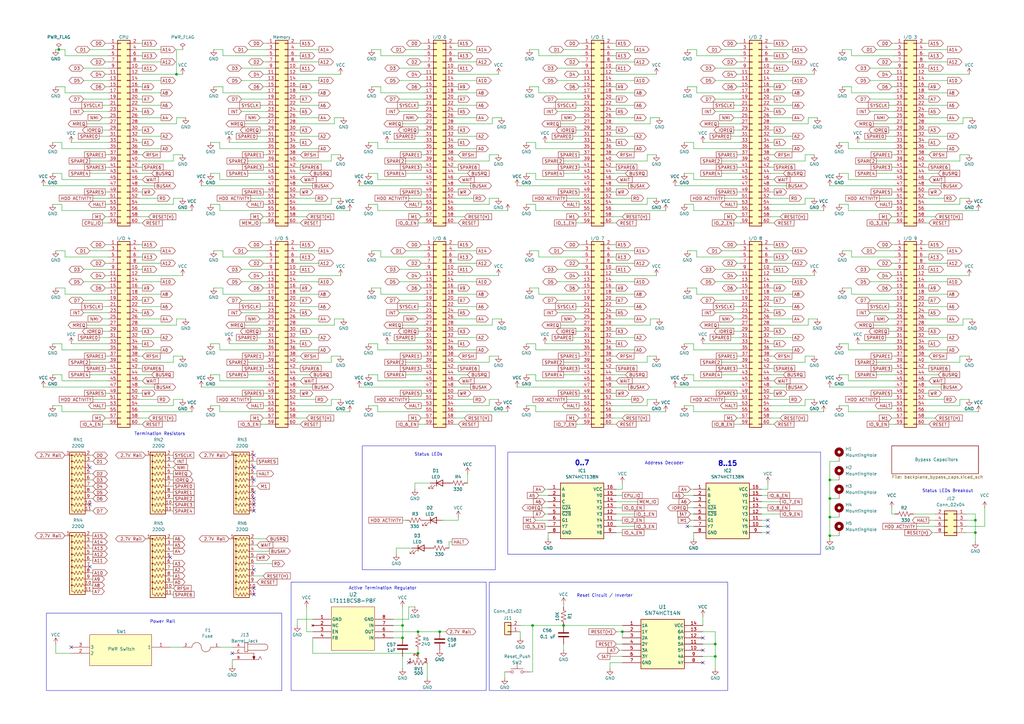
<source format=kicad_sch>
(kicad_sch (version 20231120) (generator "eeschema") (generator_version "8.0")
  (paper "A3")
  (junction (at 400.05 213.36))
  (junction (at 165.1 261.62))
  (junction (at 340.36 204.47))
  (junction (at 255.27 259.08))
  (junction (at 218.44 256.54))
  (junction (at 340.36 219.71))
  (junction (at 180.34 259.08))
  (junction (at 72.39 30.48))
  (junction (at 340.36 212.09))
  (junction (at 231.14 256.54))
  (junction (at 293.37 269.24))
  (junction (at 165.1 256.54))
  (junction (at 171.45 259.08))
  (junction (at 400.05 218.44))
  (junction (at 171.45 267.97))
  (junction (at 24.13 20.32))
  (junction (at 340.36 196.85))
  (junction (at 293.37 264.16))
  (no_connect (at 104.14 204.47))
  (no_connect (at 104.14 241.3))
  (no_connect (at 314.96 213.36))
  (no_connect (at 69.85 228.6))
  (no_connect (at 104.14 233.68))
  (no_connect (at 288.29 271.78))
  (no_connect (at 288.29 261.62))
  (no_connect (at 104.14 196.85))
  (no_connect (at 104.14 201.93))
  (no_connect (at 104.14 207.01))
  (no_connect (at 104.14 191.77))
  (no_connect (at 36.83 191.77))
  (no_connect (at 104.14 243.84))
  (no_connect (at 281.94 215.9))
  (no_connect (at 288.29 266.7))
  (no_connect (at 29.21 265.43))
  (no_connect (at 95.25 267.97))
  (no_connect (at 104.14 186.69))
  (no_connect (at 36.83 232.41))
  (no_connect (at 104.14 209.55))
  (no_connect (at 314.96 218.44))
  (no_connect (at 167.64 271.78))
  (no_connect (at 36.83 207.01))
  (no_connect (at 314.96 215.9))
  (wire (pts (xy 187.96 156.21) (xy 186.69 156.21)))
  (wire (pts (xy 220.98 20.32) (xy 217.17 20.32)))
  (wire (pts (xy 165.1 256.54) (xy 165.1 261.62)))
  (wire (pts (xy 57.15 163.83) (xy 64.77 163.83)))
  (wire (pts (xy 219.71 143.51) (xy 238.76 143.51)))
  (wire (pts (xy 219.71 73.66) (xy 238.76 73.66)))
  (wire (pts (xy 187.96 213.36) (xy 181.61 213.36)))
  (wire (pts (xy 220.98 120.65) (xy 220.98 118.11)))
  (wire (pts (xy 317.5 161.29) (xy 316.23 161.29)))
  (wire (pts (xy 135.89 83.82) (xy 135.89 81.28)))
  (wire (pts (xy 228.6 33.02) (xy 238.76 33.02)))
  (wire (pts (xy 58.42 27.94) (xy 57.15 27.94)))
  (wire (pts (xy 303.53 153.67) (xy 295.91 153.67)))
  (wire (pts (xy 34.29 110.49) (xy 44.45 110.49)))
  (wire (pts (xy 187.96 100.33) (xy 186.69 100.33)))
  (wire (pts (xy 316.23 163.83) (xy 323.85 163.83)))
  (wire (pts (xy 220.98 22.86) (xy 220.98 20.32)))
  (wire (pts (xy 173.99 135.89) (xy 171.45 135.89)))
  (wire (pts (xy 187.96 135.89) (xy 186.69 135.89)))
  (wire (pts (xy 201.93 133.35) (xy 201.93 130.81)))
  (wire (pts (xy 316.23 60.96) (xy 325.12 60.96)))
  (wire (pts (xy 251.46 81.28) (xy 259.08 81.28)))
  (wire (pts (xy 237.49 146.05) (xy 238.76 146.05)))
  (wire (pts (xy 237.49 83.82) (xy 238.76 83.82)))
  (wire (pts (xy 237.49 17.78) (xy 238.76 17.78)))
  (wire (pts (xy 200.66 166.37) (xy 200.66 163.83)))
  (wire (pts (xy 43.18 35.56) (xy 44.45 35.56)))
  (wire (pts (xy 365.76 100.33) (xy 367.03 100.33)))
  (wire (pts (xy 38.1 237.49) (xy 36.83 237.49)))
  (wire (pts (xy 187.96 58.42) (xy 186.69 58.42)))
  (wire (pts (xy 381 110.49) (xy 379.73 110.49)))
  (wire (pts (xy 99.06 110.49) (xy 109.22 110.49)))
  (wire (pts (xy 251.46 133.35) (xy 266.7 133.35)))
  (wire (pts (xy 25.4 143.51) (xy 25.4 140.97)))
  (wire (pts (xy 207.01 275.59) (xy 207.01 278.13)))
  (wire (pts (xy 265.43 81.28) (xy 269.24 81.28)))
  (wire (pts (xy 72.39 20.32) (xy 72.39 30.48)))
  (wire (pts (xy 393.7 66.04) (xy 393.7 63.5)))
  (wire (pts (xy 379.73 50.8) (xy 394.97 50.8)))
  (wire (pts (xy 231.14 71.12) (xy 238.76 71.12)))
  (wire (pts (xy 293.37 110.49) (xy 303.53 110.49)))
  (wire (pts (xy 91.44 22.86) (xy 109.22 22.86)))
  (wire (pts (xy 316.23 71.12) (xy 321.31 71.12)))
  (wire (pts (xy 316.23 83.82) (xy 330.2 83.82)))
  (wire (pts (xy 232.41 163.83) (xy 238.76 163.83)))
  (wire (pts (xy 276.86 76.2) (xy 303.53 76.2)))
  (wire (pts (xy 379.73 138.43) (xy 388.62 138.43)))
  (wire (pts (xy 107.95 100.33) (xy 109.22 100.33)))
  (wire (pts (xy 284.48 58.42) (xy 280.67 58.42)))
  (wire (pts (xy 187.96 35.56) (xy 186.69 35.56)))
  (wire (pts (xy 90.17 265.43) (xy 95.25 265.43)))
  (wire (pts (xy 367.03 66.04) (xy 359.41 66.04)))
  (wire (pts (xy 330.2 66.04) (xy 330.2 63.5)))
  (wire (pts (xy 154.94 73.66) (xy 154.94 71.12)))
  (wire (pts (xy 236.22 173.99) (xy 238.76 173.99)))
  (wire (pts (xy 367.03 30.48) (xy 365.76 30.48)))
  (wire (pts (xy 219.71 60.96) (xy 219.71 58.42)))
  (wire (pts (xy 186.69 33.02) (xy 195.58 33.02)))
  (wire (pts (xy 297.18 163.83) (xy 303.53 163.83)))
  (wire (pts (xy 251.46 171.45) (xy 255.27 171.45)))
  (wire (pts (xy 317.5 140.97) (xy 316.23 140.97)))
  (wire (pts (xy 186.69 76.2) (xy 193.04 76.2)))
  (wire (pts (xy 109.22 113.03) (xy 107.95 113.03)))
  (wire (pts (xy 317.5 110.49) (xy 316.23 110.49)))
  (wire (pts (xy 284.48 73.66) (xy 284.48 71.12)))
  (wire (pts (xy 316.23 86.36) (xy 337.82 86.36)))
  (wire (pts (xy 293.37 123.19) (xy 303.53 123.19)))
  (wire (pts (xy 71.12 189.23) (xy 69.85 189.23)))
  (wire (pts (xy 317.5 151.13) (xy 316.23 151.13)))
  (wire (pts (xy 123.19 161.29) (xy 121.92 161.29)))
  (wire (pts (xy 312.42 210.82) (xy 320.04 210.82)))
  (wire (pts (xy 312.42 218.44) (xy 314.96 218.44)))
  (wire (pts (xy 367.03 53.34) (xy 364.49 53.34)))
  (wire (pts (xy 379.73 166.37) (xy 393.7 166.37)))
  (wire (pts (xy 173.99 148.59) (xy 166.37 148.59)))
  (wire (pts (xy 251.46 33.02) (xy 260.35 33.02)))
  (wire (pts (xy 316.23 115.57) (xy 325.12 115.57)))
  (wire (pts (xy 367.03 113.03) (xy 365.76 113.03)))
  (wire (pts (xy 220.98 105.41) (xy 238.76 105.41)))
  (wire (pts (xy 379.73 88.9) (xy 383.54 88.9)))
  (wire (pts (xy 223.52 215.9) (xy 224.79 215.9)))
  (wire (pts (xy 187.96 118.11) (xy 186.69 118.11)))
  (wire (pts (xy 161.29 259.08) (xy 171.45 259.08)))
  (wire (pts (xy 121.92 153.67) (xy 127 153.67)))
  (wire (pts (xy 57.15 130.81) (xy 66.04 130.81)))
  (wire (pts (xy 109.22 30.48) (xy 107.95 30.48)))
  (wire (pts (xy 91.44 118.11) (xy 87.63 118.11)))
  (wire (pts (xy 105.41 223.52) (xy 104.14 223.52)))
  (wire (pts (xy 17.78 158.75) (xy 44.45 158.75)))
  (wire (pts (xy 367.03 130.81) (xy 364.49 130.81)))
  (wire (pts (xy 364.49 125.73) (xy 367.03 125.73)))
  (wire (pts (xy 251.46 25.4) (xy 260.35 25.4)))
  (wire (pts (xy 154.94 143.51) (xy 154.94 140.97)))
  (wire (pts (xy 135.89 163.83) (xy 139.7 163.83)))
  (wire (pts (xy 347.98 86.36) (xy 367.03 86.36)))
  (wire (pts (xy 251.46 146.05) (xy 252.73 146.05)))
  (wire (pts (xy 107.95 78.74) (xy 109.22 78.74)))
  (wire (pts (xy 303.53 48.26) (xy 300.99 48.26)))
  (wire (pts (xy 347.98 156.21) (xy 347.98 153.67)))
  (wire (pts (xy 317.5 27.94) (xy 316.23 27.94)))
  (wire (pts (xy 71.12 231.14) (xy 69.85 231.14)))
  (wire (pts (xy 219.71 168.91) (xy 238.76 168.91)))
  (wire (pts (xy 252.73 128.27) (xy 251.46 128.27)))
  (wire (pts (xy 186.69 86.36) (xy 208.28 86.36)))
  (wire (pts (xy 201.93 48.26) (xy 205.74 48.26)))
  (wire (pts (xy 381 140.97) (xy 379.73 140.97)))
  (wire (pts (xy 99.06 40.64) (xy 109.22 40.64)))
  (wire (pts (xy 36.83 20.32) (xy 44.45 20.32)))
  (wire (pts (xy 162.56 224.79) (xy 168.91 224.79)))
  (wire (pts (xy 185.42 222.25) (xy 184.15 222.25)))
  (wire (pts (xy 300.99 125.73) (xy 303.53 125.73)))
  (wire (pts (xy 123.19 128.27) (xy 121.92 128.27)))
  (wire (pts (xy 161.29 261.62) (xy 165.1 261.62)))
  (wire (pts (xy 172.72 35.56) (xy 173.99 35.56)))
  (wire (pts (xy 71.12 63.5) (xy 74.93 63.5)))
  (wire (pts (xy 71.12 81.28) (xy 74.93 81.28)))
  (wire (pts (xy 91.44 22.86) (xy 91.44 20.32)))
  (wire (pts (xy 396.24 210.82) (xy 400.05 210.82)))
  (wire (pts (xy 57.15 168.91) (xy 78.74 168.91)))
  (wire (pts (xy 379.73 48.26) (xy 388.62 48.26)))
  (wire (pts (xy 288.29 269.24) (xy 293.37 269.24)))
  (wire (pts (xy 186.69 60.96) (xy 195.58 60.96)))
  (wire (pts (xy 364.49 43.18) (xy 367.03 43.18)))
  (wire (pts (xy 381 161.29) (xy 379.73 161.29)))
  (wire (pts (xy 57.15 107.95) (xy 66.04 107.95)))
  (wire (pts (xy 219.71 86.36) (xy 238.76 86.36)))
  (wire (pts (xy 284.48 83.82) (xy 280.67 83.82)))
  (wire (pts (xy 186.69 143.51) (xy 195.58 143.51)))
  (wire (pts (xy 156.21 102.87) (xy 152.4 102.87)))
  (wire (pts (xy 156.21 120.65) (xy 173.99 120.65)))
  (wire (pts (xy 71.12 146.05) (xy 74.93 146.05)))
  (wire (pts (xy 284.48 71.12) (xy 280.67 71.12)))
  (wire (pts (xy 156.21 118.11) (xy 152.4 118.11)))
  (wire (pts (xy 252.73 140.97) (xy 251.46 140.97)))
  (wire (pts (xy 25.4 166.37) (xy 21.59 166.37)))
  (wire (pts (xy 69.85 241.3) (xy 71.12 241.3)))
  (wire (pts (xy 58.42 156.21) (xy 57.15 156.21)))
  (wire (pts (xy 237.49 166.37) (xy 238.76 166.37)))
  (wire (pts (xy 212.09 158.75) (xy 238.76 158.75)))
  (wire (pts (xy 381 45.72) (xy 379.73 45.72)))
  (wire (pts (xy 102.87 81.28) (xy 109.22 81.28)))
  (wire (pts (xy 316.23 63.5) (xy 317.5 63.5)))
  (wire (pts (xy 186.69 158.75) (xy 193.04 158.75)))
  (wire (pts (xy 91.44 35.56) (xy 87.63 35.56)))
  (wire (pts (xy 276.86 158.75) (xy 303.53 158.75)))
  (wire (pts (xy 316.23 143.51) (xy 325.12 143.51)))
  (wire (pts (xy 316.23 66.04) (xy 330.2 66.04)))
  (wire (pts (xy 381 135.89) (xy 379.73 135.89)))
  (wire (pts (xy 25.4 86.36) (xy 25.4 83.82)))
  (wire (pts (xy 44.45 25.4) (xy 43.18 25.4)))
  (wire (pts (xy 283.21 205.74) (xy 284.48 205.74)))
  (wire (pts (xy 187.96 17.78) (xy 186.69 17.78)))
  (wire (pts (xy 303.53 45.72) (xy 293.37 45.72)))
  (wire (pts (xy 34.29 115.57) (xy 44.45 115.57)))
  (wire (pts (xy 251.46 107.95) (xy 260.35 107.95)))
  (wire (pts (xy 154.94 60.96) (xy 154.94 58.42)))
  (wire (pts (xy 284.48 73.66) (xy 303.53 73.66)))
  (wire (pts (xy 172.72 161.29) (xy 173.99 161.29)))
  (wire (pts (xy 316.23 133.35) (xy 331.47 133.35)))
  (wire (pts (xy 38.1 196.85) (xy 36.83 196.85)))
  (wire (pts (xy 293.37 40.64) (xy 303.53 40.64)))
  (wire (pts (xy 238.76 135.89) (xy 236.22 135.89)))
  (wire (pts (xy 121.92 113.03) (xy 139.7 113.03)))
  (wire (pts (xy 379.73 63.5) (xy 381 63.5)))
  (wire (pts (xy 285.75 22.86) (xy 303.53 22.86)))
  (wire (pts (xy 365.76 166.37) (xy 367.03 166.37)))
  (wire (pts (xy 347.98 86.36) (xy 347.98 83.82)))
  (wire (pts (xy 344.17 189.23) (xy 340.36 189.23)))
  (wire (pts (xy 186.69 107.95) (xy 195.58 107.95)))
  (wire (pts (xy 172.72 146.05) (xy 173.99 146.05)))
  (wire (pts (xy 393.7 146.05) (xy 397.51 146.05)))
  (wire (pts (xy 331.47 133.35) (xy 331.47 130.81)))
  (wire (pts (xy 107.95 68.58) (xy 109.22 68.58)))
  (wire (pts (xy 172.72 151.13) (xy 173.99 151.13)))
  (wire (pts (xy 123.19 123.19) (xy 121.92 123.19)))
  (wire (pts (xy 90.17 60.96) (xy 109.22 60.96)))
  (wire (pts (xy 220.98 22.86) (xy 238.76 22.86)))
  (wire (pts (xy 285.75 120.65) (xy 285.75 118.11)))
  (wire (pts (xy 167.64 254) (xy 167.64 248.92)))
  (wire (pts (xy 251.46 60.96) (xy 260.35 60.96)))
  (wire (pts (xy 154.94 153.67) (xy 151.13 153.67)))
  (wire (pts (xy 57.15 48.26) (xy 66.04 48.26)))
  (wire (pts (xy 101.6 20.32) (xy 109.22 20.32)))
  (wire (pts (xy 238.76 113.03) (xy 237.49 113.03)))
  (wire (pts (xy 121.92 166.37) (xy 135.89 166.37)))
  (wire (pts (xy 252.73 118.11) (xy 251.46 118.11)))
  (wire (pts (xy 365.76 118.11) (xy 367.03 118.11)))
  (wire (pts (xy 57.15 148.59) (xy 71.12 148.59)))
  (wire (pts (xy 379.73 33.02) (xy 388.62 33.02)))
  (wire (pts (xy 251.46 148.59) (xy 265.43 148.59)))
  (wire (pts (xy 165.1 213.36) (xy 166.37 213.36)))
  (wire (pts (xy 374.65 210.82) (xy 383.54 210.82)))
  (wire (pts (xy 340.36 204.47) (xy 344.17 204.47)))
  (wire (pts (xy 186.69 148.59) (xy 200.66 148.59)))
  (wire (pts (xy 379.73 107.95) (xy 388.62 107.95)))
  (wire (pts (xy 58.42 17.78) (xy 57.15 17.78)))
  (wire (pts (xy 200.66 163.83) (xy 204.47 163.83)))
  (wire (pts (xy 284.48 143.51) (xy 284.48 140.97)))
  (wire (pts (xy 280.67 203.2) (xy 284.48 203.2)))
  (wire (pts (xy 316.23 153.67) (xy 321.31 153.67)))
  (wire (pts (xy 303.53 130.81) (xy 300.99 130.81)))
  (wire (pts (xy 349.25 38.1) (xy 367.03 38.1)))
  (wire (pts (xy 317.5 135.89) (xy 316.23 135.89)))
  (wire (pts (xy 340.36 189.23) (xy 340.36 196.85)))
  (wire (pts (xy 71.12 191.77) (xy 69.85 191.77)))
  (wire (pts (xy 25.4 73.66) (xy 44.45 73.66)))
  (wire (pts (xy 107.95 146.05) (xy 109.22 146.05)))
  (wire (pts (xy 381 78.74) (xy 379.73 78.74)))
  (wire (pts (xy 57.15 120.65) (xy 66.04 120.65)))
  (wire (pts (xy 57.15 43.18) (xy 66.04 43.18)))
  (wire (pts (xy 288.29 58.42) (xy 303.53 58.42)))
  (wire (pts (xy 252.73 35.56) (xy 251.46 35.56)))
  (wire (pts (xy 219.71 166.37) (xy 215.9 166.37)))
  (wire (pts (xy 173.99 66.04) (xy 166.37 66.04)))
  (wire (pts (xy 218.44 275.59) (xy 217.17 275.59)))
  (wire (pts (xy 158.75 140.97) (xy 173.99 140.97)))
  (wire (pts (xy 285.75 22.86) (xy 285.75 20.32)))
  (wire (pts (xy 219.71 143.51) (xy 219.71 140.97)))
  (wire (pts (xy 396.24 218.44) (xy 400.05 218.44)))
  (wire (pts (xy 44.45 88.9) (xy 43.18 88.9)))
  (wire (pts (xy 231.14 256.54) (xy 255.27 256.54)))
  (wire (pts (xy 104.14 220.98) (xy 109.22 220.98)))
  (wire (pts (xy 90.17 156.21) (xy 90.17 153.67)))
  (wire (pts (xy 104.14 231.14) (xy 111.76 231.14)))
  (wire (pts (xy 123.19 17.78) (xy 121.92 17.78)))
  (wire (pts (xy 349.25 22.86) (xy 349.25 20.32)))
  (wire (pts (xy 364.49 173.99) (xy 367.03 173.99)))
  (wire (pts (xy 200.66 148.59) (xy 200.66 146.05)))
  (wire (pts (xy 265.43 163.83) (xy 269.24 163.83)))
  (wire (pts (xy 36.83 240.03) (xy 38.1 240.03)))
  (wire (pts (xy 236.22 125.73) (xy 238.76 125.73)))
  (wire (pts (xy 237.49 100.33) (xy 238.76 100.33)))
  (wire (pts (xy 43.18 78.74) (xy 44.45 78.74)))
  (wire (pts (xy 186.69 120.65) (xy 195.58 120.65)))
  (wire (pts (xy 252.73 110.49) (xy 251.46 110.49)))
  (wire (pts (xy 121.92 66.04) (xy 135.89 66.04)))
  (wire (pts (xy 58.42 58.42) (xy 57.15 58.42)))
  (wire (pts (xy 200.66 146.05) (xy 204.47 146.05)))
  (wire (pts (xy 109.22 171.45) (xy 107.95 171.45)))
  (wire (pts (xy 347.98 168.91) (xy 367.03 168.91)))
  (wire (pts (xy 187.96 105.41) (xy 186.69 105.41)))
  (wire (pts (xy 93.98 58.42) (xy 109.22 58.42)))
  (wire (pts (xy 43.18 100.33) (xy 44.45 100.33)))
  (wire (pts (xy 251.46 86.36) (xy 273.05 86.36)))
  (wire (pts (xy 381 151.13) (xy 379.73 151.13)))
  (wire (pts (xy 36.83 222.25) (xy 38.1 222.25)))
  (wire (pts (xy 347.98 153.67) (xy 344.17 153.67)))
  (wire (pts (xy 186.69 83.82) (xy 200.66 83.82)))
  (wire (pts (xy 90.17 156.21) (xy 109.22 156.21)))
  (wire (pts (xy 293.37 115.57) (xy 303.53 115.57)))
  (wire (pts (xy 171.45 125.73) (xy 173.99 125.73)))
  (wire (pts (xy 303.53 133.35) (xy 294.64 133.35)))
  (wire (pts (xy 121.92 88.9) (xy 125.73 88.9)))
  (wire (pts (xy 123.19 100.33) (xy 121.92 100.33)))
  (wire (pts (xy 316.23 55.88) (xy 325.12 55.88)))
  (wire (pts (xy 107.95 151.13) (xy 109.22 151.13)))
  (wire (pts (xy 121.92 71.12) (xy 127 71.12)))
  (wire (pts (xy 123.19 135.89) (xy 121.92 135.89)))
  (wire (pts (xy 156.21 38.1) (xy 173.99 38.1)))
  (wire (pts (xy 228.6 40.64) (xy 238.76 40.64)))
  (wire (pts (xy 252.73 45.72) (xy 251.46 45.72)))
  (wire (pts (xy 161.29 256.54) (xy 165.1 256.54)))
  (wire (pts (xy 69.85 209.55) (xy 71.12 209.55)))
  (wire (pts (xy 340.36 158.75) (xy 367.03 158.75)))
  (wire (pts (xy 123.19 110.49) (xy 121.92 110.49)))
  (wire (pts (xy 156.21 22.86) (xy 156.21 20.32)))
  (wire (pts (xy 154.94 58.42) (xy 151.13 58.42)))
  (wire (pts (xy 187.96 78.74) (xy 186.69 78.74)))
  (wire (pts (xy 72.39 133.35) (xy 72.39 130.81)))
  (wire (pts (xy 90.17 168.91) (xy 109.22 168.91)))
  (wire (pts (xy 251.46 113.03) (xy 269.24 113.03)))
  (wire (pts (xy 58.42 140.97) (xy 57.15 140.97)))
  (wire (pts (xy 186.69 102.87) (xy 195.58 102.87)))
  (wire (pts (xy 331.47 50.8) (xy 331.47 48.26)))
  (wire (pts (xy 22.86 267.97) (xy 29.21 267.97)))
  (wire (pts (xy 252.73 215.9) (xy 260.35 215.9)))
  (wire (pts (xy 154.94 168.91) (xy 173.99 168.91)))
  (wire (pts (xy 171.45 266.7) (xy 171.45 267.97)))
  (wire (pts (xy 283.21 213.36) (xy 284.48 213.36)))
  (wire (pts (xy 109.22 50.8) (xy 100.33 50.8)))
  (wire (pts (xy 251.46 55.88) (xy 260.35 55.88)))
  (wire (pts (xy 154.94 166.37) (xy 151.13 166.37)))
  (wire (pts (xy 123.19 45.72) (xy 121.92 45.72)))
  (wire (pts (xy 172.72 63.5) (xy 173.99 63.5)))
  (wire (pts (xy 57.15 171.45) (xy 60.96 171.45)))
  (wire (pts (xy 252.73 259.08) (xy 255.27 259.08)))
  (wire (pts (xy 381 156.21) (xy 379.73 156.21)))
  (wire (pts (xy 251.46 83.82) (xy 265.43 83.82)))
  (wire (pts (xy 316.23 138.43) (xy 325.12 138.43)))
  (wire (pts (xy 162.56 224.79) (xy 162.56 227.33)))
  (wire (pts (xy 219.71 213.36) (xy 224.79 213.36)))
  (wire (pts (xy 170.18 198.12) (xy 170.18 200.66)))
  (wire (pts (xy 379.73 55.88) (xy 388.62 55.88)))
  (wire (pts (xy 365.76 146.05) (xy 367.03 146.05)))
  (wire (pts (xy 187.96 128.27) (xy 186.69 128.27)))
  (wire (pts (xy 40.64 55.88) (xy 44.45 55.88)))
  (wire (pts (xy 82.55 76.2) (xy 109.22 76.2)))
  (wire (pts (xy 213.36 259.08) (xy 213.36 261.62)))
  (wire (pts (xy 381 73.66) (xy 379.73 73.66)))
  (wire (pts (xy 135.89 66.04) (xy 135.89 63.5)))
  (wire (pts (xy 121.92 120.65) (xy 130.81 120.65)))
  (wire (pts (xy 25.4 73.66) (xy 25.4 71.12)))
  (wire (pts (xy 24.13 20.32) (xy 22.86 20.32)))
  (wire (pts (xy 175.26 271.78) (xy 175.26 278.13)))
  (wire (pts (xy 367.03 50.8) (xy 358.14 50.8)))
  (wire (pts (xy 379.73 25.4) (xy 388.62 25.4)))
  (wire (pts (xy 171.45 173.99) (xy 173.99 173.99)))
  (wire (pts (xy 381 40.64) (xy 379.73 40.64)))
  (wire (pts (xy 123.19 105.41) (xy 121.92 105.41)))
  (wire (pts (xy 163.83 27.94) (xy 173.99 27.94)))
  (wire (pts (xy 91.44 120.65) (xy 91.44 118.11)))
  (wire (pts (xy 251.46 125.73) (xy 260.35 125.73)))
  (wire (pts (xy 90.17 166.37) (xy 86.36 166.37)))
  (wire (pts (xy 26.67 38.1) (xy 26.67 35.56)))
  (wire (pts (xy 26.67 22.86) (xy 44.45 22.86)))
  (wire (pts (xy 396.24 213.36) (xy 400.05 213.36)))
  (wire (pts (xy 71.12 236.22) (xy 69.85 236.22)))
  (wire (pts (xy 238.76 133.35) (xy 229.87 133.35)))
  (wire (pts (xy 99.06 27.94) (xy 109.22 27.94)))
  (wire (pts (xy 90.17 143.51) (xy 109.22 143.51)))
  (wire (pts (xy 293.37 33.02) (xy 303.53 33.02)))
  (wire (pts (xy 57.15 55.88) (xy 66.04 55.88)))
  (wire (pts (xy 99.06 115.57) (xy 109.22 115.57)))
  (wire (pts (xy 252.73 27.94) (xy 251.46 27.94)))
  (wire (pts (xy 379.73 71.12) (xy 384.81 71.12)))
  (wire (pts (xy 302.26 166.37) (xy 303.53 166.37)))
  (wire (pts (xy 57.15 146.05) (xy 58.42 146.05)))
  (wire (pts (xy 219.71 71.12) (xy 215.9 71.12)))
  (wire (pts (xy 109.22 71.12) (xy 101.6 71.12)))
  (wire (pts (xy 57.15 113.03) (xy 74.93 113.03)))
  (wire (pts (xy 101.6 102.87) (xy 109.22 102.87)))
  (wire (pts (xy 393.7 166.37) (xy 393.7 163.83)))
  (wire (pts (xy 121.92 254) (xy 128.27 254)))
  (wire (pts (xy 367.03 71.12) (xy 359.41 71.12)))
  (wire (pts (xy 201.93 130.81) (xy 205.74 130.81)))
  (wire (pts (xy 82.55 158.75) (xy 109.22 158.75)))
  (wire (pts (xy 285.75 105.41) (xy 285.75 102.87)))
  (wire (pts (xy 58.42 22.86) (xy 57.15 22.86)))
  (wire (pts (xy 349.25 120.65) (xy 349.25 118.11)))
  (wire (pts (xy 285.75 38.1) (xy 285.75 35.56)))
  (wire (pts (xy 38.1 163.83) (xy 44.45 163.83)))
  (wire (pts (xy 57.15 153.67) (xy 62.23 153.67)))
  (wire (pts (xy 123.19 118.11) (xy 121.92 118.11)))
  (wire (pts (xy 200.66 81.28) (xy 204.47 81.28)))
  (wire (pts (xy 38.1 81.28) (xy 44.45 81.28)))
  (wire (pts (xy 379.73 115.57) (xy 388.62 115.57)))
  (wire (pts (xy 251.46 120.65) (xy 260.35 120.65)))
  (wire (pts (xy 255.27 259.08) (xy 255.27 261.62)))
  (wire (pts (xy 44.45 148.59) (xy 36.83 148.59)))
  (wire (pts (xy 367.03 107.95) (xy 365.76 107.95)))
  (wire (pts (xy 170.18 138.43) (xy 173.99 138.43)))
  (wire (pts (xy 236.22 48.26) (xy 238.76 48.26)))
  (wire (pts (xy 220.98 38.1) (xy 220.98 35.56)))
  (wire (pts (xy 284.48 86.36) (xy 303.53 86.36)))
  (wire (pts (xy 44.45 50.8) (xy 35.56 50.8)))
  (wire (pts (xy 200.66 83.82) (xy 200.66 81.28)))
  (wire (pts (xy 173.99 171.45) (xy 172.72 171.45)))
  (wire (pts (xy 252.73 17.78) (xy 251.46 17.78)))
  (wire (pts (xy 331.47 48.26) (xy 335.28 48.26)))
  (wire (pts (xy 265.43 148.59) (xy 265.43 146.05)))
  (wire (pts (xy 91.44 102.87) (xy 87.63 102.87)))
  (wire (pts (xy 154.94 73.66) (xy 173.99 73.66)))
  (wire (pts (xy 154.94 143.51) (xy 173.99 143.51)))
  (wire (pts (xy 285.75 118.11) (xy 281.94 118.11)))
  (wire (pts (xy 316.23 33.02) (xy 325.12 33.02)))
  (wire (pts (xy 284.48 86.36) (xy 284.48 83.82)))
  (wire (pts (xy 219.71 83.82) (xy 215.9 83.82)))
  (wire (pts (xy 172.72 118.11) (xy 173.99 118.11)))
  (wire (pts (xy 340.36 76.2) (xy 367.03 76.2)))
  (wire (pts (xy 109.22 45.72) (xy 99.06 45.72)))
  (wire (pts (xy 44.45 128.27) (xy 34.29 128.27)))
  (wire (pts (xy 156.21 20.32) (xy 152.4 20.32)))
  (wire (pts (xy 261.62 205.74) (xy 252.73 205.74)))
  (wire (pts (xy 347.98 143.51) (xy 347.98 140.97)))
  (wire (pts (xy 219.71 73.66) (xy 219.71 71.12)))
  (wire (pts (xy 57.15 76.2) (xy 63.5 76.2)))
  (wire (pts (xy 186.69 163.83) (xy 194.31 163.83)))
  (wire (pts (xy 34.29 33.02) (xy 44.45 33.02)))
  (wire (pts (xy 238.76 130.81) (xy 236.22 130.81)))
  (wire (pts (xy 57.15 71.12) (xy 62.23 71.12)))
  (wire (pts (xy 58.42 110.49) (xy 57.15 110.49)))
  (wire (pts (xy 382.27 218.44) (xy 383.54 218.44)))
  (wire (pts (xy 57.15 91.44) (xy 58.42 91.44)))
  (wire (pts (xy 220.98 38.1) (xy 238.76 38.1)))
  (wire (pts (xy 123.19 151.13) (xy 121.92 151.13)))
  (wire (pts (xy 316.23 81.28) (xy 323.85 81.28)))
  (wire (pts (xy 186.69 173.99) (xy 187.96 173.99)))
  (wire (pts (xy 58.42 161.29) (xy 57.15 161.29)))
  (wire (pts (xy 154.94 60.96) (xy 173.99 60.96)))
  (wire (pts (xy 57.15 166.37) (xy 71.12 166.37)))
  (wire (pts (xy 229.87 50.8) (xy 238.76 50.8)))
  (wire (pts (xy 381 128.27) (xy 379.73 128.27)))
  (wire (pts (xy 43.18 151.13) (xy 44.45 151.13)))
  (wire (pts (xy 107.95 166.37) (xy 109.22 166.37)))
  (wire (pts (xy 173.99 133.35) (xy 165.1 133.35)))
  (wire (pts (xy 251.46 43.18) (xy 260.35 43.18)))
  (wire (pts (xy 44.45 48.26) (xy 41.91 48.26)))
  (wire (pts (xy 284.48 140.97) (xy 280.67 140.97)))
  (wire (pts (xy 58.42 151.13) (xy 57.15 151.13)))
  (wire (pts (xy 379.73 60.96) (xy 388.62 60.96)))
  (wire (pts (xy 172.72 78.74) (xy 173.99 78.74)))
  (wire (pts (xy 187.96 22.86) (xy 186.69 22.86)))
  (wire (pts (xy 356.87 115.57) (xy 367.03 115.57)))
  (wire (pts (xy 251.46 163.83) (xy 259.08 163.83)))
  (wire (pts (xy 57.15 66.04) (xy 71.12 66.04)))
  (wire (pts (xy 314.96 198.12) (xy 314.96 200.66)))
  (wire (pts (xy 237.49 151.13) (xy 238.76 151.13)))
  (wire (pts (xy 43.18 63.5) (xy 44.45 63.5)))
  (wire (pts (xy 254 266.7) (xy 255.27 266.7)))
  (wire (pts (xy 316.23 166.37) (xy 330.2 166.37)))
  (wire (pts (xy 121.92 171.45) (xy 125.73 171.45)))
  (wire (pts (xy 154.94 71.12) (xy 151.13 71.12)))
  (wire (pts (xy 71.12 83.82) (xy 71.12 81.28)))
  (wire (pts (xy 71.12 186.69) (xy 69.85 186.69)))
  (wire (pts (xy 223.52 210.82) (xy 224.79 210.82)))
  (wire (pts (xy 186.69 138.43) (xy 195.58 138.43)))
  (wire (pts (xy 317.5 118.11) (xy 316.23 118.11)))
  (wire (pts (xy 186.69 146.05) (xy 187.96 146.05)))
  (wire (pts (xy 330.2 146.05) (xy 334.01 146.05)))
  (wire (pts (xy 166.37 20.32) (xy 173.99 20.32)))
  (wire (pts (xy 251.46 76.2) (xy 257.81 76.2)))
  (wire (pts (xy 57.15 38.1) (xy 66.04 38.1)))
  (wire (pts (xy 69.85 220.98) (xy 71.12 220.98)))
  (wire (pts (xy 41.91 173.99) (xy 44.45 173.99)))
  (wire (pts (xy 57.15 25.4) (xy 66.04 25.4)))
  (wire (pts (xy 340.36 219.71) (xy 340.36 220.98)))
  (wire (pts (xy 121.92 133.35) (xy 137.16 133.35)))
  (wire (pts (xy 121.92 38.1) (xy 130.81 38.1)))
  (wire (pts (xy 41.91 43.18) (xy 44.45 43.18)))
  (wire (pts (xy 186.69 91.44) (xy 187.96 91.44)))
  (wire (pts (xy 44.45 153.67) (xy 36.83 153.67)))
  (wire (pts (xy 71.12 243.84) (xy 69.85 243.84)))
  (wire (pts (xy 26.67 38.1) (xy 44.45 38.1)))
  (wire (pts (xy 147.32 158.75) (xy 173.99 158.75)))
  (wire (pts (xy 105.41 194.31) (xy 104.14 194.31)))
  (wire (pts (xy 38.1 242.57) (xy 36.83 242.57)))
  (wire (pts (xy 135.89 148.59) (xy 135.89 146.05)))
  (wire (pts (xy 340.36 204.47) (xy 340.36 212.09)))
  (wire (pts (xy 187.96 53.34) (xy 186.69 53.34)))
  (wire (pts (xy 367.03 45.72) (xy 356.87 45.72)))
  (wire (pts (xy 340.36 196.85) (xy 340.36 204.47)))
  (wire (pts (xy 251.46 88.9) (xy 255.27 88.9)))
  (wire (pts (xy 375.92 215.9) (xy 383.54 215.9)))
  (wire (pts (xy 173.99 107.95) (xy 172.72 107.95)))
  (wire (pts (xy 381 17.78) (xy 379.73 17.78)))
  (wire (pts (xy 379.73 66.04) (xy 393.7 66.04)))
  (wire (pts (xy 364.49 91.44) (xy 367.03 91.44)))
  (wire (pts (xy 316.23 173.99) (xy 317.5 173.99)))
  (wire (pts (xy 109.22 135.89) (xy 106.68 135.89)))
  (wire (pts (xy 109.22 66.04) (xy 101.6 66.04)))
  (wire (pts (xy 25.4 156.21) (xy 44.45 156.21)))
  (wire (pts (xy 71.12 148.59) (xy 71.12 146.05)))
  (wire (pts (xy 154.94 156.21) (xy 154.94 153.67)))
  (wire (pts (xy 302.26 83.82) (xy 303.53 83.82)))
  (wire (pts (xy 360.68 81.28) (xy 367.03 81.28)))
  (wire (pts (xy 394.97 130.81) (xy 398.78 130.81)))
  (wire (pts (xy 121.92 125.73) (xy 130.81 125.73)))
  (wire (pts (xy 347.98 58.42) (xy 344.17 58.42)))
  (wire (pts (xy 349.25 120.65) (xy 367.03 120.65)))
  (wire (pts (xy 379.73 163.83) (xy 387.35 163.83)))
  (wire (pts (xy 26.67 105.41) (xy 44.45 105.41)))
  (wire (pts (xy 360.68 163.83) (xy 367.03 163.83)))
  (wire (pts (xy 379.73 168.91) (xy 401.32 168.91)))
  (wire (pts (xy 367.03 88.9) (xy 365.76 88.9)))
  (wire (pts (xy 297.18 81.28) (xy 303.53 81.28)))
  (wire (pts (xy 44.45 30.48) (xy 43.18 30.48)))
  (wire (pts (xy 186.69 88.9) (xy 190.5 88.9)))
  (wire (pts (xy 359.41 20.32) (xy 367.03 20.32)))
  (wire (pts (xy 284.48 156.21) (xy 303.53 156.21)))
  (wire (pts (xy 381 105.41) (xy 379.73 105.41)))
  (wire (pts (xy 26.67 22.86) (xy 26.67 20.32)))
  (wire (pts (xy 302.26 17.78) (xy 303.53 17.78)))
  (wire (pts (xy 58.42 53.34) (xy 57.15 53.34)))
  (wire (pts (xy 187.96 68.58) (xy 186.69 68.58)))
  (wire (pts (xy 90.17 58.42) (xy 86.36 58.42)))
  (wire (pts (xy 285.75 20.32) (xy 281.94 20.32)))
  (wire (pts (xy 173.99 153.67) (xy 166.37 153.67)))
  (wire (pts (xy 166.37 102.87) (xy 173.99 102.87)))
  (wire (pts (xy 347.98 168.91) (xy 347.98 166.37)))
  (wire (pts (xy 316.23 91.44) (xy 317.5 91.44)))
  (wire (pts (xy 302.26 63.5) (xy 303.53 63.5)))
  (wire (pts (xy 317.5 100.33) (xy 316.23 100.33)))
  (wire (pts (xy 186.69 113.03) (xy 204.47 113.03)))
  (wire (pts (xy 74.93 20.32) (xy 72.39 20.32)))
  (wire (pts (xy 172.72 17.78) (xy 173.99 17.78)))
  (wire (pts (xy 26.67 20.32) (xy 24.13 20.32)))
  (wire (pts (xy 349.25 102.87) (xy 345.44 102.87)))
  (wire (pts (xy 379.73 146.05) (xy 381 146.05)))
  (wire (pts (xy 125.73 259.08) (xy 128.27 259.08)))
  (wire (pts (xy 365.76 78.74) (xy 367.03 78.74)))
  (wire (pts (xy 365.76 83.82) (xy 367.03 83.82)))
  (wire (pts (xy 90.17 60.96) (xy 90.17 58.42)))
  (wire (pts (xy 288.29 140.97) (xy 303.53 140.97)))
  (wire (pts (xy 105.41 199.39) (xy 104.14 199.39)))
  (wire (pts (xy 302.26 100.33) (xy 303.53 100.33)))
  (wire (pts (xy 172.72 83.82) (xy 173.99 83.82)))
  (wire (pts (xy 252.73 210.82) (xy 260.35 210.82)))
  (wire (pts (xy 365.76 151.13) (xy 367.03 151.13)))
  (wire (pts (xy 219.71 60.96) (xy 238.76 60.96)))
  (wire (pts (xy 317.5 68.58) (xy 316.23 68.58)))
  (wire (pts (xy 156.21 35.56) (xy 152.4 35.56)))
  (wire (pts (xy 107.95 161.29) (xy 109.22 161.29)))
  (wire (pts (xy 284.48 218.44) (xy 284.48 220.98)))
  (wire (pts (xy 379.73 153.67) (xy 384.81 153.67)))
  (wire (pts (xy 121.92 91.44) (xy 123.19 91.44)))
  (wire (pts (xy 303.53 113.03) (xy 302.26 113.03)))
  (wire (pts (xy 219.71 156.21) (xy 219.71 153.67)))
  (wire (pts (xy 231.14 102.87) (xy 238.76 102.87)))
  (wire (pts (xy 44.45 130.81) (xy 41.91 130.81)))
  (wire (pts (xy 121.92 50.8) (xy 137.16 50.8)))
  (wire (pts (xy 288.29 264.16) (xy 293.37 264.16)))
  (wire (pts (xy 228.6 27.94) (xy 238.76 27.94)))
  (wire (pts (xy 38.1 229.87) (xy 36.83 229.87)))
  (wire (pts (xy 316.23 102.87) (xy 325.12 102.87)))
  (wire (pts (xy 137.16 48.26) (xy 140.97 48.26)))
  (wire (pts (xy 331.47 130.81) (xy 335.28 130.81)))
  (wire (pts (xy 184.15 222.25) (xy 184.15 224.79)))
  (wire (pts (xy 156.21 105.41) (xy 173.99 105.41)))
  (wire (pts (xy 347.98 60.96) (xy 347.98 58.42)))
  (wire (pts (xy 69.85 265.43) (xy 74.93 265.43)))
  (wire (pts (xy 251.46 168.91) (xy 273.05 168.91)))
  (wire (pts (xy 186.69 130.81) (xy 195.58 130.81)))
  (wire (pts (xy 17.78 76.2) (xy 44.45 76.2)))
  (wire (pts (xy 121.92 60.96) (xy 130.81 60.96)))
  (wire (pts (xy 349.25 22.86) (xy 367.03 22.86)))
  (wire (pts (xy 396.24 215.9) (xy 403.86 215.9)))
  (wire (pts (xy 123.19 140.97) (xy 121.92 140.97)))
  (wire (pts (xy 340.36 219.71) (xy 344.17 219.71)))
  (wire (pts (xy 91.44 38.1) (xy 109.22 38.1)))
  (wire (pts (xy 109.22 88.9) (xy 107.95 88.9)))
  (wire (pts (xy 302.26 161.29) (xy 303.53 161.29)))
  (wire (pts (xy 171.45 91.44) (xy 173.99 91.44)))
  (wire (pts (xy 158.75 58.42) (xy 173.99 58.42)))
  (wire (pts (xy 43.18 83.82) (xy 44.45 83.82)))
  (wire (pts (xy 251.46 38.1) (xy 260.35 38.1)))
  (wire (pts (xy 347.98 71.12) (xy 344.17 71.12)))
  (wire (pts (xy 43.18 146.05) (xy 44.45 146.05)))
  (wire (pts (xy 121.92 148.59) (xy 135.89 148.59)))
  (wire (pts (xy 236.22 53.34) (xy 238.76 53.34)))
  (wire (pts (xy 251.46 66.04) (xy 265.43 66.04)))
  (wire (pts (xy 300.99 91.44) (xy 303.53 91.44)))
  (wire (pts (xy 43.18 166.37) (xy 44.45 166.37)))
  (wire (pts (xy 36.83 234.95) (xy 38.1 234.95)))
  (wire (pts (xy 121.92 138.43) (xy 130.81 138.43)))
  (wire (pts (xy 201.93 50.8) (xy 201.93 48.26)))
  (wire (pts (xy 255.27 203.2) (xy 252.73 203.2)))
  (wire (pts (xy 107.95 118.11) (xy 109.22 118.11)))
  (wire (pts (xy 128.27 267.97) (xy 128.27 261.62)))
  (wire (pts (xy 236.22 43.18) (xy 238.76 43.18)))
  (wire (pts (xy 238.76 107.95) (xy 237.49 107.95)))
  (wire (pts (xy 91.44 20.32) (xy 87.63 20.32)))
  (wire (pts (xy 25.4 156.21) (xy 25.4 153.67)))
  (wire (pts (xy 393.7 148.59) (xy 393.7 146.05)))
  (wire (pts (xy 121.92 48.26) (xy 130.81 48.26)))
  (wire (pts (xy 365.76 63.5) (xy 367.03 63.5)))
  (wire (pts (xy 237.49 35.56) (xy 238.76 35.56)))
  (wire (pts (xy 121.92 143.51) (xy 130.81 143.51)))
  (wire (pts (xy 251.46 138.43) (xy 260.35 138.43)))
  (wire (pts (xy 57.15 20.32) (xy 66.04 20.32)))
  (wire (pts (xy 317.5 105.41) (xy 316.23 105.41)))
  (wire (pts (xy 71.12 66.04) (xy 71.12 63.5)))
  (wire (pts (xy 43.18 68.58) (xy 44.45 68.58)))
  (wire (pts (xy 251.46 50.8) (xy 266.7 50.8)))
  (wire (pts (xy 156.21 105.41) (xy 156.21 102.87)))
  (wire (pts (xy 381 53.34) (xy 379.73 53.34)))
  (wire (pts (xy 104.14 226.06) (xy 110.49 226.06)))
  (wire (pts (xy 170.18 198.12) (xy 176.53 198.12)))
  (wire (pts (xy 69.85 238.76) (xy 71.12 238.76)))
  (wire (pts (xy 265.43 66.04) (xy 265.43 63.5)))
  (wire (pts (xy 135.89 63.5) (xy 139.7 63.5)))
  (wire (pts (xy 266.7 50.8) (xy 266.7 48.26)))
  (wire (pts (xy 312.42 213.36) (xy 314.96 213.36)))
  (wire (pts (xy 367.03 25.4) (xy 365.76 25.4)))
  (wire (pts (xy 236.22 91.44) (xy 238.76 91.44)))
  (wire (pts (xy 121.92 102.87) (xy 130.81 102.87)))
  (wire (pts (xy 58.42 100.33) (xy 57.15 100.33)))
  (wire (pts (xy 90.17 71.12) (xy 86.36 71.12)))
  (wire (pts (xy 255.27 198.12) (xy 255.27 200.66)))
  (wire (pts (xy 238.76 128.27) (xy 228.6 128.27)))
  (wire (pts (xy 302.26 35.56) (xy 303.53 35.56)))
  (wire (pts (xy 135.89 166.37) (xy 135.89 163.83)))
  (wire (pts (xy 186.69 50.8) (xy 201.93 50.8)))
  (wire (pts (xy 349.25 105.41) (xy 367.03 105.41)))
  (wire (pts (xy 330.2 63.5) (xy 334.01 63.5)))
  (wire (pts (xy 106.68 173.99) (xy 109.22 173.99)))
  (wire (pts (xy 356.87 33.02) (xy 367.03 33.02)))
  (wire (pts (xy 171.45 259.08) (xy 180.34 259.08)))
  (wire (pts (xy 187.96 27.94) (xy 186.69 27.94)))
  (wire (pts (xy 379.73 76.2) (xy 386.08 76.2)))
  (wire (pts (xy 252.73 40.64) (xy 251.46 40.64)))
  (wire (pts (xy 173.99 50.8) (xy 165.1 50.8)))
  (wire (pts (xy 284.48 60.96) (xy 303.53 60.96)))
  (wire (pts (xy 367.03 135.89) (xy 364.49 135.89)))
  (wire (pts (xy 232.41 81.28) (xy 238.76 81.28)))
  (wire (pts (xy 379.73 143.51) (xy 388.62 143.51)))
  (wire (pts (xy 237.49 118.11) (xy 238.76 118.11)))
  (wire (pts (xy 71.12 207.01) (xy 69.85 207.01)))
  (wire (pts (xy 90.17 168.91) (xy 90.17 166.37)))
  (wire (pts (xy 228.6 110.49) (xy 238.76 110.49)))
  (wire (pts (xy 156.21 22.86) (xy 173.99 22.86)))
  (wire (pts (xy 394.97 50.8) (xy 394.97 48.26)))
  (wire (pts (xy 58.42 35.56) (xy 57.15 35.56)))
  (wire (pts (xy 400.05 218.44) (xy 400.05 222.25)))
  (wire (pts (xy 317.5 58.42) (xy 316.23 58.42)))
  (wire (pts (xy 41.91 91.44) (xy 44.45 91.44)))
  (wire (pts (xy 400.05 210.82) (xy 400.05 213.36)))
  (wire (pts (xy 36.83 194.31) (xy 38.1 194.31)))
  (wire (pts (xy 312.42 200.66) (xy 314.96 200.66)))
  (wire (pts (xy 163.83 110.49) (xy 173.99 110.49)))
  (wire (pts (xy 121.92 130.81) (xy 130.81 130.81)))
  (wire (pts (xy 251.46 143.51) (xy 260.35 143.51)))
  (wire (pts (xy 349.25 118.11) (xy 345.44 118.11)))
  (wire (pts (xy 251.46 91.44) (xy 252.73 91.44)))
  (wire (pts (xy 317.5 17.78) (xy 316.23 17.78)))
  (wire (pts (xy 288.29 259.08) (xy 293.37 259.08)))
  (wire (pts (xy 234.95 138.43) (xy 238.76 138.43)))
  (wire (pts (xy 57.15 83.82) (xy 71.12 83.82)))
  (wire (pts (xy 252.73 123.19) (xy 251.46 123.19)))
  (wire (pts (xy 25.4 83.82) (xy 21.59 83.82)))
  (wire (pts (xy 123.19 73.66) (xy 121.92 73.66)))
  (wire (pts (xy 317.5 40.64) (xy 316.23 40.64)))
  (wire (pts (xy 252.73 264.16) (xy 255.27 264.16)))
  (wire (pts (xy 123.19 68.58) (xy 121.92 68.58)))
  (wire (pts (xy 40.64 138.43) (xy 44.45 138.43)))
  (wire (pts (xy 266.7 130.81) (xy 270.51 130.81)))
  (wire (pts (xy 187.96 151.13) (xy 186.69 151.13)))
  (wire (pts (xy 91.44 105.41) (xy 109.22 105.41)))
  (wire (pts (xy 109.22 128.27) (xy 99.06 128.27)))
  (wire (pts (xy 128.27 267.97) (xy 171.45 267.97)))
  (wire (pts (xy 265.43 63.5) (xy 269.24 63.5)))
  (wire (pts (xy 173.99 130.81) (xy 171.45 130.81)))
  (wire (pts (xy 163.83 40.64) (xy 173.99 40.64)))
  (wire (pts (xy 365.76 208.28) (xy 365.76 210.82)))
  (wire (pts (xy 71.12 204.47) (xy 69.85 204.47)))
  (wire (pts (xy 44.45 135.89) (xy 41.91 135.89)))
  (wire (pts (xy 90.17 86.36) (xy 90.17 83.82)))
  (wire (pts (xy 90.17 86.36) (xy 109.22 86.36)))
  (wire (pts (xy 71.12 194.31) (xy 69.85 194.31)))
  (wire (pts (xy 295.91 102.87) (xy 303.53 102.87)))
  (wire (pts (xy 356.87 27.94) (xy 367.03 27.94)))
  (wire (pts (xy 106.68 43.18) (xy 109.22 43.18)))
  (wire (pts (xy 186.69 168.91) (xy 208.28 168.91)))
  (wire (pts (xy 293.37 259.08) (xy 293.37 264.16)))
  (wire (pts (xy 250.19 271.78) (xy 250.19 274.32)))
  (wire (pts (xy 252.73 213.36) (xy 255.27 213.36)))
  (wire (pts (xy 90.17 73.66) (xy 90.17 71.12)))
  (wire (pts (xy 303.53 71.12) (xy 295.91 71.12)))
  (wire (pts (xy 121.92 30.48) (xy 139.7 30.48)))
  (wire (pts (xy 283.21 200.66) (xy 284.48 200.66)))
  (wire (pts (xy 220.98 105.41) (xy 220.98 102.87)))
  (wire (pts (xy 172.72 166.37) (xy 173.99 166.37)))
  (wire (pts (xy 393.7 81.28) (xy 397.51 81.28)))
  (wire (pts (xy 349.25 35.56) (xy 345.44 35.56)))
  (wire (pts (xy 299.72 55.88) (xy 303.53 55.88)))
  (wire (pts (xy 379.73 133.35) (xy 394.97 133.35)))
  (wire (pts (xy 71.12 196.85) (xy 69.85 196.85)))
  (wire (pts (xy 379.73 20.32) (xy 388.62 20.32)))
  (wire (pts (xy 379.73 120.65) (xy 388.62 120.65)))
  (wire (pts (xy 123.19 58.42) (xy 121.92 58.42)))
  (wire (pts (xy 302.26 146.05) (xy 303.53 146.05)))
  (wire (pts (xy 91.44 38.1) (xy 91.44 35.56)))
  (wire (pts (xy 26.67 102.87) (xy 22.86 102.87)))
  (wire (pts (xy 251.46 153.67) (xy 256.54 153.67)))
  (wire (pts (xy 381 123.19) (xy 379.73 123.19)))
  (wire (pts (xy 316.23 88.9) (xy 320.04 88.9)))
  (wire (pts (xy 58.42 73.66) (xy 57.15 73.66)))
  (wire (pts (xy 91.44 105.41) (xy 91.44 102.87)))
  (wire (pts (xy 317.5 128.27) (xy 316.23 128.27)))
  (wire (pts (xy 252.73 68.58) (xy 251.46 68.58)))
  (wire (pts (xy 316.23 158.75) (xy 322.58 158.75)))
  (wire (pts (xy 316.23 125.73) (xy 325.12 125.73)))
  (wire (pts (xy 238.76 153.67) (xy 231.14 153.67)))
  (wire (pts (xy 356.87 40.64) (xy 367.03 40.64)))
  (wire (pts (xy 58.42 123.19) (xy 57.15 123.19)))
  (wire (pts (xy 381 100.33) (xy 379.73 100.33)))
  (wire (pts (xy 25.4 58.42) (xy 21.59 58.42)))
  (wire (pts (xy 154.94 168.91) (xy 154.94 166.37)))
  (wire (pts (xy 186.69 20.32) (xy 195.58 20.32)))
  (wire (pts (xy 316.23 120.65) (xy 325.12 120.65)))
  (wire (pts (xy 44.45 66.04) (xy 36.83 66.04)))
  (wire (pts (xy 187.96 123.19) (xy 186.69 123.19)))
  (wire (pts (xy 186.69 171.45) (xy 190.5 171.45)))
  (wire (pts (xy 340.36 196.85) (xy 344.17 196.85)))
  (wire (pts (xy 379.73 173.99) (xy 381 173.99)))
  (wire (pts (xy 107.95 63.5) (xy 109.22 63.5)))
  (wire (pts (xy 187.96 161.29) (xy 186.69 161.29)))
  (wire (pts (xy 303.53 66.04) (xy 295.91 66.04)))
  (wire (pts (xy 167.64 81.28) (xy 173.99 81.28)))
  (wire (pts (xy 223.52 200.66) (xy 224.79 200.66)))
  (wire (pts (xy 57.15 88.9) (xy 60.96 88.9)))
  (wire (pts (xy 252.73 200.66) (xy 255.27 200.66)))
  (wire (pts (xy 347.98 83.82) (xy 344.17 83.82)))
  (wire (pts (xy 123.19 27.94) (xy 121.92 27.94)))
  (wire (pts (xy 72.39 50.8) (xy 72.39 48.26)))
  (wire (pts (xy 379.73 81.28) (xy 387.35 81.28)))
  (wire (pts (xy 71.12 199.39) (xy 69.85 199.39)))
  (wire (pts (xy 57.15 158.75) (xy 63.5 158.75)))
  (wire (pts (xy 379.73 91.44) (xy 381 91.44)))
  (wire (pts (xy 121.92 158.75) (xy 128.27 158.75)))
  (wire (pts (xy 186.69 48.26) (xy 195.58 48.26)))
  (wire (pts (xy 71.12 223.52) (xy 69.85 223.52)))
  (wire (pts (xy 283.21 210.82) (xy 284.48 210.82)))
  (wire (pts (xy 170.18 55.88) (xy 173.99 55.88)))
  (wire (pts (xy 93.98 140.97) (xy 109.22 140.97)))
  (wire (pts (xy 317.5 53.34) (xy 316.23 53.34)))
  (wire (pts (xy 265.43 166.37) (xy 265.43 163.83)))
  (wire (pts (xy 121.92 20.32) (xy 130.81 20.32)))
  (wire (pts (xy 173.99 71.12) (xy 166.37 71.12)))
  (wire (pts (xy 379.73 30.48) (xy 397.51 30.48)))
  (wire (pts (xy 25.4 140.97) (xy 21.59 140.97)))
  (wire (pts (xy 302.26 118.11) (xy 303.53 118.11)))
  (wire (pts (xy 123.19 53.34) (xy 121.92 53.34)))
  (wire (pts (xy 26.67 105.41) (xy 26.67 102.87)))
  (wire (pts (xy 186.69 66.04) (xy 200.66 66.04)))
  (wire (pts (xy 25.4 143.51) (xy 44.45 143.51)))
  (wire (pts (xy 44.45 71.12) (xy 36.83 71.12)))
  (wire (pts (xy 303.53 135.89) (xy 300.99 135.89)))
  (wire (pts (xy 252.73 161.29) (xy 251.46 161.29)))
  (wire (pts (xy 57.15 125.73) (xy 66.04 125.73)))
  (wire (pts (xy 330.2 166.37) (xy 330.2 163.83)))
  (wire (pts (xy 320.04 205.74) (xy 312.42 205.74)))
  (wire (pts (xy 173.99 53.34) (xy 171.45 53.34)))
  (wire (pts (xy 252.73 73.66) (xy 251.46 73.66)))
  (wire (pts (xy 163.83 33.02) (xy 173.99 33.02)))
  (wire (pts (xy 251.46 102.87) (xy 260.35 102.87)))
  (wire (pts (xy 312.42 203.2) (xy 314.96 203.2)))
  (wire (pts (xy 43.18 118.11) (xy 44.45 118.11)))
  (wire (pts (xy 379.73 158.75) (xy 386.08 158.75)))
  (wire (pts (xy 173.99 88.9) (xy 172.72 88.9)))
  (wire (pts (xy 284.48 156.21) (xy 284.48 153.67)))
  (wire (pts (xy 316.23 25.4) (xy 325.12 25.4)))
  (wire (pts (xy 90.17 140.97) (xy 86.36 140.97)))
  (wire (pts (xy 219.71 86.36) (xy 219.71 83.82)))
  (wire (pts (xy 265.43 146.05) (xy 269.24 146.05)))
  (wire (pts (xy 238.76 148.59) (xy 231.14 148.59)))
  (wire (pts (xy 379.73 148.59) (xy 393.7 148.59)))
  (wire (pts (xy 200.66 66.04) (xy 200.66 63.5)))
  (wire (pts (xy 316.23 168.91) (xy 337.82 168.91)))
  (wire (pts (xy 252.73 208.28) (xy 255.27 208.28)))
  (wire (pts (xy 186.69 38.1) (xy 195.58 38.1)))
  (wire (pts (xy 57.15 33.02) (xy 66.04 33.02)))
  (wire (pts (xy 381 213.36) (xy 383.54 213.36)))
  (wire (pts (xy 251.46 173.99) (xy 252.73 173.99)))
  (wire (pts (xy 228.6 115.57) (xy 238.76 115.57)))
  (wire (pts (xy 25.4 60.96) (xy 44.45 60.96)))
  (wire (pts (xy 284.48 168.91) (xy 284.48 166.37)))
  (wire (pts (xy 25.4 168.91) (xy 44.45 168.91)))
  (wire (pts (xy 252.73 151.13) (xy 251.46 151.13)))
  (wire (pts (xy 330.2 163.83) (xy 334.01 163.83)))
  (wire (pts (xy 57.15 50.8) (xy 72.39 50.8)))
  (wire (pts (xy 25.4 71.12) (xy 21.59 71.12)))
  (wire (pts (xy 228.6 45.72) (xy 238.76 45.72)))
  (wire (pts (xy 109.22 153.67) (xy 101.6 153.67)))
  (wire (pts (xy 359.41 102.87) (xy 367.03 102.87)))
  (wire (pts (xy 165.1 248.92) (xy 165.1 256.54)))
  (wire (pts (xy 135.89 146.05) (xy 139.7 146.05)))
  (wire (pts (xy 316.23 30.48) (xy 334.01 30.48)))
  (wire (pts (xy 379.73 43.18) (xy 388.62 43.18)))
  (wire (pts (xy 57.15 60.96) (xy 66.04 60.96)))
  (wire (pts (xy 125.73 248.92) (xy 125.73 259.08)))
  (wire (pts (xy 317.5 156.21) (xy 316.23 156.21)))
  (wire (pts (xy 330.2 81.28) (xy 334.01 81.28)))
  (wire (pts (xy 109.22 148.59) (xy 101.6 148.59)))
  (wire (pts (xy 302.26 68.58) (xy 303.53 68.58)))
  (wire (pts (xy 163.83 123.19) (xy 173.99 123.19)))
  (wire (pts (xy 238.76 25.4) (xy 237.49 25.4)))
  (wire (pts (xy 250.19 271.78) (xy 255.27 271.78)))
  (wire (pts (xy 284.48 166.37) (xy 280.67 166.37)))
  (wire (pts (xy 36.83 227.33) (xy 38.1 227.33)))
  (wire (pts (xy 393.7 163.83) (xy 397.51 163.83)))
  (wire (pts (xy 220.98 102.87) (xy 217.17 102.87)))
  (wire (pts (xy 367.03 48.26) (xy 364.49 48.26)))
  (wire (pts (xy 312.42 208.28) (xy 314.96 208.28)))
  (wire (pts (xy 379.73 171.45) (xy 383.54 171.45)))
  (wire (pts (xy 347.98 143.51) (xy 367.03 143.51)))
  (wire (pts (xy 123.19 78.74) (xy 121.92 78.74)))
  (wire (pts (xy 57.15 143.51) (xy 66.04 143.51)))
  (wire (pts (xy 90.17 143.51) (xy 90.17 140.97)))
  (wire (pts (xy 44.45 53.34) (xy 41.91 53.34)))
  (wire (pts (xy 251.46 63.5) (xy 252.73 63.5)))
  (wire (pts (xy 381 118.11) (xy 379.73 118.11)))
  (wire (pts (xy 252.73 156.21) (xy 251.46 156.21)))
  (wire (pts (xy 219.71 140.97) (xy 215.9 140.97)))
  (wire (pts (xy 252.73 78.74) (xy 251.46 78.74)))
  (wire (pts (xy 41.91 125.73) (xy 44.45 125.73)))
  (wire (pts (xy 109.22 130.81) (xy 106.68 130.81)))
  (wire (pts (xy 381 27.94) (xy 379.73 27.94)))
  (wire (pts (xy 252.73 22.86) (xy 251.46 22.86)))
  (wire (pts (xy 252.73 218.44) (xy 255.27 218.44)))
  (wire (pts (xy 234.95 55.88) (xy 238.76 55.88)))
  (wire (pts (xy 163.83 115.57) (xy 173.99 115.57)))
  (wire (pts (xy 121.92 173.99) (xy 123.19 173.99)))
  (wire (pts (xy 121.92 76.2) (xy 128.27 76.2)))
  (wire (pts (xy 367.03 148.59) (xy 359.41 148.59)))
  (wire (pts (xy 316.23 113.03) (xy 334.01 113.03)))
  (wire (pts (xy 316.23 43.18) (xy 325.12 43.18)))
  (wire (pts (xy 330.2 148.59) (xy 330.2 146.05)))
  (wire (pts (xy 109.22 107.95) (xy 107.95 107.95)))
  (wire (pts (xy 90.17 73.66) (xy 109.22 73.66)))
  (wire (pts (xy 71.12 166.37) (xy 71.12 163.83)))
  (wire (pts (xy 26.67 118.11) (xy 22.86 118.11)))
  (wire (pts (xy 220.98 118.11) (xy 217.17 118.11)))
  (wire (pts (xy 302.26 78.74) (xy 303.53 78.74)))
  (wire (pts (xy 231.14 248.92) (xy 231.14 247.65)))
  (wire (pts (xy 381 35.56) (xy 379.73 35.56)))
  (wire (pts (xy 154.94 156.21) (xy 173.99 156.21)))
  (wire (pts (xy 251.46 158.75) (xy 257.81 158.75)))
  (wire (pts (xy 356.87 110.49) (xy 367.03 110.49)))
  (wire (pts (xy 34.29 123.19) (xy 44.45 123.19)))
  (wire (pts (xy 135.89 81.28) (xy 139.7 81.28)))
  (wire (pts (xy 367.03 133.35) (xy 358.14 133.35)))
  (wire (pts (xy 365.76 35.56) (xy 367.03 35.56)))
  (wire (pts (xy 102.87 163.83) (xy 109.22 163.83)))
  (wire (pts (xy 44.45 107.95) (xy 43.18 107.95)))
  (wire (pts (xy 288.29 256.54) (xy 288.29 252.73)))
  (wire (pts (xy 44.45 45.72) (xy 34.29 45.72)))
  (wire (pts (xy 121.92 86.36) (xy 143.51 86.36)))
  (wire (pts (xy 137.16 50.8) (xy 137.16 48.26)))
  (wire (pts (xy 231.14 266.7) (xy 231.14 264.16)))
  (wire (pts (xy 224.79 218.44) (xy 224.79 220.98)))
  (wire (pts (xy 57.15 81.28) (xy 64.77 81.28)))
  (wire (pts (xy 251.46 166.37) (xy 265.43 166.37)))
  (wire (pts (xy 186.69 125.73) (xy 195.58 125.73)))
  (wire (pts (xy 44.45 171.45) (xy 43.18 171.45)))
  (wire (pts (xy 365.76 17.78) (xy 367.03 17.78)))
  (wire (pts (xy 71.12 163.83) (xy 74.93 163.83)))
  (wire (pts (xy 137.16 133.35) (xy 137.16 130.81)))
  (wire (pts (xy 228.6 123.19) (xy 238.76 123.19)))
  (wire (pts (xy 105.41 228.6) (xy 104.14 228.6)))
  (wire (pts (xy 219.71 58.42) (xy 215.9 58.42)))
  (wire (pts (xy 379.73 113.03) (xy 397.51 113.03)))
  (wire (pts (xy 104.14 189.23) (xy 105.41 189.23)))
  (wire (pts (xy 187.96 212.09) (xy 187.96 213.36)))
  (wire (pts (xy 223.52 140.97) (xy 238.76 140.97)))
  (wire (pts (xy 285.75 38.1) (xy 303.53 38.1)))
  (wire (pts (xy 72.39 130.81) (xy 76.2 130.81)))
  (wire (pts (xy 303.53 30.48) (xy 302.26 30.48)))
  (wire (pts (xy 180.34 259.08) (xy 182.88 259.08)))
  (wire (pts (xy 237.49 78.74) (xy 238.76 78.74)))
  (wire (pts (xy 251.46 115.57) (xy 260.35 115.57)))
  (wire (pts (xy 251.46 20.32) (xy 260.35 20.32)))
  (wire (pts (xy 302.26 151.13) (xy 303.53 151.13)))
  (wire (pts (xy 90.17 83.82) (xy 86.36 83.82)))
  (wire (pts (xy 186.69 81.28) (xy 194.31 81.28)))
  (wire (pts (xy 252.73 58.42) (xy 251.46 58.42)))
  (wire (pts (xy 154.94 83.82) (xy 151.13 83.82)))
  (wire (pts (xy 173.99 48.26) (xy 171.45 48.26)))
  (wire (pts (xy 186.69 133.35) (xy 201.93 133.35)))
  (wire (pts (xy 238.76 30.48) (xy 237.49 30.48)))
  (wire (pts (xy 72.39 30.48) (xy 74.93 30.48)))
  (wire (pts (xy 121.92 83.82) (xy 135.89 83.82)))
  (wire (pts (xy 303.53 148.59) (xy 295.91 148.59)))
  (wire (pts (xy 58.42 45.72) (xy 57.15 45.72)))
  (wire (pts (xy 316.23 76.2) (xy 322.58 76.2)))
  (wire (pts (xy 250.19 269.24) (xy 255.27 269.24)))
  (wire (pts (xy 219.71 168.91) (xy 219.71 166.37)))
  (wire (pts (xy 71.12 201.93) (xy 69.85 201.93)))
  (wire (pts (xy 316.23 38.1) (xy 325.12 38.1)))
  (wire (pts (xy 25.4 153.67) (xy 21.59 153.67)))
  (wire (pts (xy 317.5 22.86) (xy 316.23 22.86)))
  (wire (pts (xy 285.75 35.56) (xy 281.94 35.56)))
  (wire (pts (xy 381 22.86) (xy 379.73 22.86)))
  (wire (pts (xy 252.73 53.34) (xy 251.46 53.34)))
  (wire (pts (xy 172.72 68.58) (xy 173.99 68.58)))
  (wire (pts (xy 316.23 48.26) (xy 325.12 48.26)))
  (wire (pts (xy 265.43 83.82) (xy 265.43 81.28)))
  (wire (pts (xy 340.36 212.09) (xy 344.17 212.09)))
  (wire (pts (xy 44.45 113.03) (xy 43.18 113.03)))
  (wire (pts (xy 26.67 35.56) (xy 22.86 35.56)))
  (wire (pts (xy 173.99 30.48) (xy 172.72 30.48)))
  (wire (pts (xy 154.94 86.36) (xy 173.99 86.36)))
  (wire (pts (xy 186.69 25.4) (xy 195.58 25.4)))
  (wire (pts (xy 187.96 140.97) (xy 186.69 140.97)))
  (wire (pts (xy 26.67 120.65) (xy 26.67 118.11)))
  (wire (pts (xy 156.21 120.65) (xy 156.21 118.11)))
  (wire (pts (xy 29.21 140.97) (xy 44.45 140.97)))
  (wire (pts (xy 266.7 133.35) (xy 266.7 130.81)))
  (wire (pts (xy 293.37 27.94) (xy 303.53 27.94)))
  (wire (pts (xy 393.7 63.5) (xy 397.51 63.5)))
  (wire (pts (xy 295.91 20.32) (xy 303.53 20.32)))
  (wire (pts (xy 317.5 35.56) (xy 316.23 35.56)))
  (wire (pts (xy 379.73 83.82) (xy 393.7 83.82)))
  (wire (pts (xy 38.1 224.79) (xy 36.83 224.79)))
  (wire (pts (xy 38.1 209.55) (xy 36.83 209.55)))
  (wire (pts (xy 317.5 123.19) (xy 316.23 123.19)))
  (wire (pts (xy 107.95 17.78) (xy 109.22 17.78)))
  (wire (pts (xy 317.5 78.74) (xy 316.23 78.74)))
  (wire (pts (xy 394.97 48.26) (xy 398.78 48.26)))
  (wire (pts (xy 34.29 27.94) (xy 44.45 27.94)))
  (wire (pts (xy 121.92 33.02) (xy 130.81 33.02)))
  (wire (pts (xy 25.4 86.36) (xy 44.45 86.36)))
  (wire (pts (xy 154.94 86.36) (xy 154.94 83.82)))
  (wire (pts (xy 303.53 88.9) (xy 302.26 88.9)))
  (wire (pts (xy 121.92 163.83) (xy 129.54 163.83)))
  (wire (pts (xy 363.22 138.43) (xy 367.03 138.43)))
  (wire (pts (xy 186.69 43.18) (xy 195.58 43.18)))
  (wire (pts (xy 284.48 60.96) (xy 284.48 58.42)))
  (wire (pts (xy 123.19 22.86) (xy 121.92 22.86)))
  (wire (pts (xy 293.37 264.16) (xy 293.37 269.24)))
  (wire (pts (xy 347.98 166.37) (xy 344.17 166.37)))
  (wire (pts (xy 231.14 66.04) (xy 238.76 66.04)))
  (wire (pts (xy 57.15 63.5) (xy 58.42 63.5)))
  (wire (pts (xy 251.46 130.81) (xy 260.35 130.81)))
  (wire (pts (xy 303.53 50.8) (xy 294.64 50.8)))
  (wire (pts (xy 379.73 130.81) (xy 388.62 130.81)))
  (wire (pts (xy 34.29 40.64) (xy 44.45 40.64)))
  (wire (pts (xy 365.76 210.82) (xy 367.03 210.82)))
  (wire (pts (xy 161.29 254) (xy 167.64 254)))
  (wire (pts (xy 252.73 135.89) (xy 251.46 135.89)))
  (wire (pts (xy 121.92 107.95) (xy 130.81 107.95)))
  (wire (pts (xy 251.46 71.12) (xy 256.54 71.12)))
  (wire (pts (xy 381 68.58) (xy 379.73 68.58)))
  (wire (pts (xy 104.14 238.76) (xy 105.41 238.76)))
  (wire (pts (xy 58.42 78.74) (xy 57.15 78.74)))
  (wire (pts (xy 44.45 133.35) (xy 35.56 133.35)))
  (wire (pts (xy 213.36 256.54) (xy 218.44 256.54)))
  (wire (pts (xy 186.69 166.37) (xy 200.66 166.37)))
  (wire (pts (xy 219.71 153.67) (xy 215.9 153.67)))
  (wire (pts (xy 187.96 110.49) (xy 186.69 110.49)))
  (wire (pts (xy 187.96 73.66) (xy 186.69 73.66)))
  (wire (pts (xy 367.03 128.27) (xy 356.87 128.27)))
  (wire (pts (xy 285.75 105.41) (xy 303.53 105.41)))
  (wire (pts (xy 171.45 43.18) (xy 173.99 43.18)))
  (wire (pts (xy 231.14 20.32) (xy 238.76 20.32)))
  (wire (pts (xy 349.25 20.32) (xy 345.44 20.32)))
  (wire (pts (xy 237.49 161.29) (xy 238.76 161.29)))
  (wire (pts (xy 340.36 212.09) (xy 340.36 219.71)))
  (wire (pts (xy 212.09 76.2) (xy 238.76 76.2)))
  (wire (pts (xy 303.53 128.27) (xy 293.37 128.27)))
  (wire (pts (xy 172.72 100.33) (xy 173.99 100.33)))
  (wire (pts (xy 58.42 105.41) (xy 57.15 105.41)))
  (wire (pts (xy 167.64 163.83) (xy 173.99 163.83)))
  (wire (pts (xy 367.03 153.67) (xy 359.41 153.67)))
  (wire (pts (xy 154.94 140.97) (xy 151.13 140.97)))
  (wire (pts (xy 379.73 125.73) (xy 388.62 125.73)))
  (wire (pts (xy 379.73 38.1) (xy 388.62 38.1)))
  (wire (pts (xy 25.4 60.96) (xy 25.4 58.42)))
  (wire (pts (xy 137.16 130.81) (xy 140.97 130.81)))
  (wire (pts (xy 173.99 128.27) (xy 163.83 128.27)))
  (wire (pts (xy 69.85 226.06) (xy 71.12 226.06)))
  (wire (pts (xy 303.53 171.45) (xy 302.26 171.45)))
  (wire (pts (xy 165.1 274.32) (xy 165.1 269.24)))
  (wire (pts (xy 186.69 115.57) (xy 195.58 115.57)))
  (wire (pts (xy 105.41 55.88) (xy 109.22 55.88)))
  (wire (pts (xy 107.95 83.82) (xy 109.22 83.82)))
  (wire (pts (xy 156.21 38.1) (xy 156.21 35.56)))
  (wire (pts (xy 312.42 215.9) (xy 314.96 215.9)))
  (wire (pts (xy 349.25 105.41) (xy 349.25 102.87)))
  (wire (pts (xy 252.73 105.41) (xy 251.46 105.41)))
  (wire (pts (xy 317.5 73.66) (xy 316.23 73.66)))
  (wire (pts (xy 218.44 256.54) (xy 231.14 256.54)))
  (wire (pts (xy 123.19 35.56) (xy 121.92 35.56)))
  (wire (pts (xy 147.32 76.2) (xy 173.99 76.2)))
  (wire (pts (xy 347.98 140.97) (xy 344.17 140.97)))
  (wire (pts (xy 330.2 83.82) (xy 330.2 81.28)))
  (wire (pts (xy 200.66 63.5) (xy 204.47 63.5)))
  (wire (pts (xy 57.15 86.36) (xy 78.74 86.36)))
  (wire (pts (xy 365.76 161.29) (xy 367.03 161.29)))
  (wire (pts (xy 121.92 81.28) (xy 129.54 81.28)))
  (wire (pts (xy 186.69 63.5) (xy 187.96 63.5)))
  (wire (pts (xy 218.44 256.54) (xy 218.44 275.59)))
  (wire (pts (xy 95.25 270.51) (xy 95.25 273.05)))
  (wire (pts (xy 381 58.42) (xy 379.73 58.42)))
  (wire (pts (xy 123.19 40.64) (xy 121.92 40.64)))
  (wire (pts (xy 393.7 83.82) (xy 393.7 81.28)))
  (wire (pts (xy 38.1 204.47) (xy 36.83 204.47)))
  (wire (pts (xy 22.86 264.16) (xy 22.86 267.97)))
  (wire (pts (xy 121.92 256.54) (xy 121.92 254)))
  (wire (pts (xy 186.69 55.88) (xy 195.58 55.88)))
  (wire (pts (xy 173.99 113.03) (xy 172.72 113.03)))
  (wire (pts (xy 284.48 143.51) (xy 303.53 143.51)))
  (wire (pts (xy 187.96 40.64) (xy 186.69 40.64)))
  (wire (pts (xy 57.15 138.43) (xy 66.04 138.43)))
  (wire (pts (xy 58.42 68.58) (xy 57.15 68.58)))
  (wire (pts (xy 238.76 171.45) (xy 237.49 171.45)))
  (wire (pts (xy 351.79 58.42) (xy 367.03 58.42)))
  (wire (pts (xy 363.22 55.88) (xy 367.03 55.88)))
  (wire (pts (xy 90.17 153.67) (xy 86.36 153.67)))
  (wire (pts (xy 220.98 35.56) (xy 217.17 35.56)))
  (wire (pts (xy 367.03 171.45) (xy 365.76 171.45)))
  (wire (pts (xy 237.49 68.58) (xy 238.76 68.58)))
  (wire (pts (xy 121.92 168.91) (xy 143.51 168.91)))
  (wire (pts (xy 284.48 153.67) (xy 280.67 153.67)))
  (wire (pts (xy 107.95 35.56) (xy 109.22 35.56)))
  (wire (pts (xy 187.96 45.72) (xy 186.69 45.72)))
  (wire (pts (xy 57.15 115.57) (xy 66.04 115.57)))
  (wire (pts (xy 106.68 125.73) (xy 109.22 125.73)))
  (wire (pts (xy 349.25 38.1) (xy 349.25 35.56)))
  (wire (pts (xy 252.73 100.33) (xy 251.46 100.33)))
  (wire (pts (xy 284.48 168.91) (xy 303.53 168.91)))
  (wire (pts (xy 57.15 133.35) (xy 72.39 133.35)))
  (wire (pts (xy 219.71 156.21) (xy 238.76 156.21)))
  (wire (pts (xy 284.48 215.9) (xy 281.94 215.9)))
  (wire (pts (xy 266.7 48.26) (xy 270.51 48.26)))
  (wire (pts (xy 105.41 138.43) (xy 109.22 138.43)))
  (wire (pts (xy 316.23 107.95) (xy 325.12 107.95)))
  (wire (pts (xy 121.92 63.5) (xy 123.19 63.5)))
  (wire (pts (xy 379.73 86.36) (xy 401.32 86.36)))
  (wire (pts (xy 173.99 25.4) (xy 172.72 25.4)))
  (wire (pts (xy 123.19 156.21) (xy 121.92 156.21)))
  (wire (pts (xy 347.98 156.21) (xy 367.03 156.21)))
  (wire (pts (xy 317.5 45.72) (xy 316.23 45.72)))
  (wire (pts (xy 91.44 120.65) (xy 109.22 120.65)))
  (wire (pts (xy 106.68 91.44) (xy 109.22 91.44)))
  (wire (pts (xy 38.1 186.69) (xy 36.83 186.69)))
  (wire (pts (xy 394.97 133.35) (xy 394.97 130.81)))
  (wire (pts (xy 300.99 43.18) (xy 303.53 43.18)))
  (wire (pts (xy 316.23 171.45) (xy 320.04 171.45)))
  (wire (pts (xy 365.76 68.58) (xy 367.03 68.58)))
  (wire (pts (xy 121.92 115.57) (xy 130.81 115.57)))
  (wire (pts (xy 284.48 208.28) (xy 281.94 208.28)))
  (wire (pts (xy 379.73 102.87) (xy 388.62 102.87)))
  (wire (pts (xy 316.23 50.8) (xy 331.47 50.8)))
  (wire (pts (xy 237.49 63.5) (xy 238.76 63.5)))
  (wire (pts (xy 57.15 173.99) (xy 58.42 173.99)))
  (wire (pts (xy 109.22 48.26) (xy 106.68 48.26)))
  (wire (pts (xy 238.76 88.9) (xy 237.49 88.9)))
  (wire (pts (xy 285.75 102.87) (xy 281.94 102.87)))
  (wire (pts (xy 220.98 120.65) (xy 238.76 120.65)))
  (wire (pts (xy 121.92 55.88) (xy 130.81 55.88)))
  (wire (pts (xy 403.86 208.28) (xy 403.86 215.9)))
  (wire (pts (xy 220.98 203.2) (xy 224.79 203.2)))
  (wire (pts (xy 303.53 53.34) (xy 300.99 53.34)))
  (wire (pts (xy 347.98 73.66) (xy 367.03 73.66)))
  (wire (pts (xy 121.92 25.4) (xy 130.81 25.4)))
  (wire (pts (xy 58.42 128.27) (xy 57.15 128.27)))
  (wire (pts (xy 223.52 58.42) (xy 238.76 58.42)))
  (wire (pts (xy 186.69 153.67) (xy 191.77 153.67)))
  (wire (pts (xy 400.05 213.36) (xy 400.05 218.44)))
  (wire (pts (xy 251.46 48.26) (xy 260.35 48.26)))
  (wire (pts (xy 300.99 173.99) (xy 303.53 173.99)))
  (wire (pts (xy 109.22 133.35) (xy 100.33 133.35)))
  (wire (pts (xy 43.18 17.78) (xy 44.45 17.78)))
  (wire (pts (xy 72.39 48.26) (xy 76.2 48.26)))
  (wire (pts (xy 347.98 60.96) (xy 367.03 60.96)))
  (wire (pts (xy 167.64 248.92) (xy 170.18 248.92)))
  (wire (pts (xy 347.98 73.66) (xy 347.98 71.12)))
  (wire (pts (xy 36.83 102.87) (xy 44.45 102.87)))
  (wire (pts (xy 316.23 146.05) (xy 317.5 146.05)))
  (wire (pts (xy 121.92 146.05) (xy 123.19 146.05)))
  (wire (pts (xy 99.06 123.19) (xy 109.22 123.19)))
  (wire (pts (xy 293.37 269.24) (xy 293.37 274.32)))
  (wire (pts (xy 25.4 168.91) (xy 25.4 166.37)))
  (wire (pts (xy 316.23 130.81) (xy 325.12 130.81)))
  (wire (pts (xy 303.53 25.4) (xy 302.26 25.4)))
  (wire (pts (xy 316.23 148.59) (xy 330.2 148.59)))
  (wire (pts (xy 38.1 219.71) (xy 36.83 219.71)))
  (wire (pts (xy 29.21 58.42) (xy 44.45 58.42)))
  (wire (pts (xy 43.18 161.29) (xy 44.45 161.29)))
  (wire (pts (xy 299.72 138.43) (xy 303.53 138.43)))
  (wire (pts (xy 109.22 53.34) (xy 106.68 53.34)))
  (wire (pts (xy 173.99 45.72) (xy 163.83 45.72)))
  (wire (pts (xy 58.42 135.89) (xy 57.15 135.89)))
  (wire (pts (xy 316.23 20.32) (xy 325.12 20.32)))
  (wire (pts (xy 104.14 236.22) (xy 107.95 236.22)))
  (wire (pts (xy 303.53 107.95) (xy 302.26 107.95)))
  (wire (pts (xy 109.22 25.4) (xy 107.95 25.4)))
  (wire (pts (xy 38.1 201.93) (xy 36.83 201.93)))
  (wire (pts (xy 223.52 205.74) (xy 224.79 205.74)))
  (wire (pts (xy 57.15 102.87) (xy 66.04 102.87)))
  (wire (pts (xy 36.83 199.39) (xy 38.1 199.39)))
  (wire (pts (xy 191.77 198.12) (xy 191.77 194.31)))
  (wire (pts (xy 99.06 33.02) (xy 109.22 33.02)))
  (wire (pts (xy 186.69 30.48) (xy 204.47 30.48)))
  (wire (pts (xy 285.75 120.65) (xy 303.53 120.65)))
  (wire (pts (xy 186.69 71.12) (xy 191.77 71.12)))
  (wire (pts (xy 356.87 123.19) (xy 367.03 123.19)))
  (wire (pts (xy 57.15 30.48) (xy 72.39 30.48)))
  (wire (pts (xy 121.92 43.18) (xy 130.81 43.18)))
  (wire (pts (xy 38.1 189.23) (xy 36.83 189.23)))
  (wire (pts (xy 351.79 140.97) (xy 367.03 140.97)))
  (wire (pts (xy 58.42 118.11) (xy 57.15 118.11)))
  (wire (pts (xy 222.25 208.28) (xy 224.79 208.28)))
  (wire (pts (xy 26.67 120.65) (xy 44.45 120.65)))
  (wire (pts (xy 58.42 40.64) (xy 57.15 40.64)))
  (wire (pts (xy 69.85 233.68) (xy 71.12 233.68)))
  (wire (pts (xy 251.46 30.48) (xy 269.24 30.48)))
  (rectangle (start 119.38 238.76) (end 199.39 283.21))
  (rectangle (start 19.05 251.46) (end 115.57 283.21))
  (rectangle (start 148.59 182.88) (end 203.2 233.68))
  (rectangle (start 208.28 185.42) (end 336.55 227.33))
  (rectangle (start 200.66 238.76) (end 298.45 283.21))
  (text "Address Decoder" (at 264.414 190.754 0) (effects (font (size 1.27 1.27)) (justify left bottom)))
  (text "Status LEDs" (at 169.926 187.198 0) (effects (font (size 1.27 1.27)) (justify left bottom)))
  (text "Termination Resistors" (at 65.532 178.054 0) (effects (font (size 1.27 1.27))))
  (text "Active Termination Regulator" (at 143.002 242.062 0) (effects (font (size 1.27 1.27)) (justify left bottom)))
  (text "Power Rail" (at 61.468 255.778 0) (effects (font (size 1.27 1.27)) (justify left bottom)))
  (text "Status LEDs Breakout" (at 378.206 202.184 0) (effects (font (size 1.27 1.27)) (justify left bottom)))
  (text "8..15" (at 298.45 190.246 0) (effects (font (size 2 2) (thickness 0.4) (bold yes))))
  (text "Reset Circuit / Inverter" (at 236.474 245.11 0) (effects (font (size 1.27 1.27)) (justify left bottom)))
  (text "0..7" (at 238.76 189.992 0) (effects (font (size 2 2) (thickness 0.4) (bold yes))))
  (global_label "D1" (shape bidirectional) (at 359.41 102.87 180) (property "Intersheetrefs" "${INTERSHEET_REFS}" (effects (hide yes))))
  (global_label "BUSRQ" (shape input) (at 62.23 71.12 0) (property "Intersheetrefs" "${INTERSHEET_REFS}" (effects (hide yes))))
  (global_label "A2" (shape output) (at 66.04 138.43 0) (property "Intersheetrefs" "${INTERSHEET_REFS}" (effects (hide yes))))
  (global_label "D6" (shape bidirectional) (at 365.76 118.11 180) (property "Intersheetrefs" "${INTERSHEET_REFS}" (effects (hide yes))))
  (global_label "A14" (shape output) (at 260.35 20.32 0) (property "Intersheetrefs" "${INTERSHEET_REFS}" (effects (hide yes))))
  (global_label "A12" (shape output) (at 66.04 107.95 0) (property "Intersheetrefs" "${INTERSHEET_REFS}" (effects (hide yes))))
  (global_label "D4" (shape bidirectional) (at 237.49 113.03 180) (property "Intersheetrefs" "${INTERSHEET_REFS}" (effects (hide yes))))
  (global_label "A1" (shape output) (at 58.42 58.42 0) (property "Intersheetrefs" "${INTERSHEET_REFS}" (effects (hide yes))))
  (global_label "RESET" (shape input) (at 187.96 173.99 0) (property "Intersheetrefs" "${INTERSHEET_REFS}" (effects (hide yes))))
  (global_label "SPARE6" (shape passive) (at 381 151.13 0) (property "Intersheetrefs" "${INTERSHEET_REFS}" (effects (hide yes))))
  (global_label "SPARE4" (shape passive) (at 359.41 153.67 180) (property "Intersheetrefs" "${INTERSHEET_REFS}" (effects (hide yes))))
  (global_label "SPARE2" (shape passive) (at 166.37 66.04 180) (property "Intersheetrefs" "${INTERSHEET_REFS}" (effects (hide yes))))
  (global_label "A1" (shape output) (at 71.12 236.22 0) (property "Intersheetrefs" "${INTERSHEET_REFS}" (effects (hide yes))))
  (global_label "A7" (shape output) (at 123.19 40.64 0) (property "Intersheetrefs" "${INTERSHEET_REFS}" (effects (hide yes))))
  (global_label "SPARE4" (shape passive) (at 101.6 71.12 180) (property "Intersheetrefs" "${INTERSHEET_REFS}" (effects (hide yes))))
  (global_label "A4" (shape output) (at 195.58 48.26 0) (property "Intersheetrefs" "${INTERSHEET_REFS}" (effects (hide yes))))
  (global_label "INT" (shape input) (at 163.83 45.72 180) (property "Intersheetrefs" "${INTERSHEET_REFS}" (effects (hide yes))))
  (global_label "IO_1_EN" (shape passive) (at 260.35 210.82 0) (property "Intersheetrefs" "${INTERSHEET_REFS}" (effects (hide yes))))
  (global_label "A10" (shape output) (at 388.62 33.02 0) (property "Intersheetrefs" "${INTERSHEET_REFS}" (effects (hide yes))))
  (global_label "RFSH" (shape input) (at 187.96 63.5 0) (property "Intersheetrefs" "${INTERSHEET_REFS}" (effects (hide yes))))
  (global_label "RFSH" (shape input) (at 381 63.5 0) (property "Intersheetrefs" "${INTERSHEET_REFS}" (effects (hide yes))))
  (global_label "MREQ" (shape output) (at 71.12 194.31 0) (property "Intersheetrefs" "${INTERSHEET_REFS}" (effects (hide yes))))
  (global_label "D3" (shape bidirectional) (at 356.87 110.49 180) (property "Intersheetrefs" "${INTERSHEET_REFS}" (effects (hide yes))))
  (global_label "IOREQ" (shape output) (at 106.68 53.34 180) (property "Intersheetrefs" "${INTERSHEET_REFS}" (effects (hide yes))))
  (global_label "D3" (shape bidirectional) (at 228.6 27.94 180) (property "Intersheetrefs" "${INTERSHEET_REFS}" (effects (hide yes))))
  (global_label "SPARE5" (shape passive) (at 172.72 161.29 180) (property "Intersheetrefs" "${INTERSHEET_REFS}" (effects (hide yes))))
  (global_label "A1" (shape output) (at 252.73 140.97 0) (property "Intersheetrefs" "${INTERSHEET_REFS}" (effects (hide yes))))
  (global_label "A0" (shape output) (at 66.04 143.51 0) (property "Intersheetrefs" "${INTERSHEET_REFS}" (effects (hide yes))))
  (global_label "RESET(H)" (shape input) (at 125.73 171.45 0) (property "Intersheetrefs" "${INTERSHEET_REFS}" (effects (hide yes))))
  (global_label "RD" (shape output) (at 129.54 163.83 0) (property "Intersheetrefs" "${INTERSHEET_REFS}" (effects (hide yes))))
  (global_label "A10" (shape output) (at 388.62 115.57 0) (property "Intersheetrefs" "${INTERSHEET_REFS}" (effects (hide yes))))
  (global_label "RD" (shape output) (at 387.35 163.83 0) (property "Intersheetrefs" "${INTERSHEET_REFS}" (effects (hide yes))))
  (global_label "M1" (shape input) (at 302.26 88.9 180) (property "Intersheetrefs" "${INTERSHEET_REFS}" (effects (hide yes))))
  (global_label "SPARE5" (shape passive) (at 43.18 78.74 180) (property "Intersheetrefs" "${INTERSHEET_REFS}" (effects (hide yes))))
  (global_label "A7" (shape output) (at 317.5 40.64 0) (property "Intersheetrefs" "${INTERSHEET_REFS}" (effects (hide yes))))
  (global_label "IO_7_EN" (shape passive) (at 236.22 173.99 180) (property "Intersheetrefs" "${INTERSHEET_REFS}" (effects (hide yes))))
  (global_label "A6" (shape output) (at 325.12 43.18 0) (property "Intersheetrefs" "${INTERSHEET_REFS}" (effects (hide yes))))
  (global_label "SPARE3" (shape passive) (at 107.95 151.13 180) (property "Intersheetrefs" "${INTERSHEET_REFS}" (effects (hide yes))))
  (global_label "A14" (shape output) (at 195.58 20.32 0) (property "Intersheetrefs" "${INTERSHEET_REFS}" (effects (hide yes))))
  (global_label "RESET" (shape input) (at 381 173.99 0) (property "Intersheetrefs" "${INTERSHEET_REFS}" (effects (hide yes))))
  (global_label "A9" (shape output) (at 381 35.56 0) (property "Intersheetrefs" "${INTERSHEET_REFS}" (effects (hide yes))))
  (global_label "D1" (shape bidirectional) (at 231.14 102.87 180) (property "Intersheetrefs" "${INTERSHEET_REFS}" (effects (hide yes))))
  (global_label "RESET" (shape input) (at 381 91.44 0) (property "Intersheetrefs" "${INTERSHEET_REFS}" (effects (hide yes))))
  (global_label "A9" (shape output) (at 252.73 35.56 0) (property "Intersheetrefs" "${INTERSHEET_REFS}" (effects (hide yes))))
  (global_label "A9" (shape output) (at 187.96 35.56 0) (property "Intersheetrefs" "${INTERSHEET_REFS}" (effects (hide yes))))
  (global_label "HDD ACTIVITY" (shape passive) (at 297.18 81.28 180) (property "Intersheetrefs" "${INTERSHEET_REFS}" (effects (hide yes))))
  (global_label "IOREQ" (shape output) (at 41.91 135.89 180) (property "Intersheetrefs" "${INTERSHEET_REFS}" (effects (hide yes))))
  (global_label "SPARE4" (shape passive) (at 36.83 153.67 180) (property "Intersheetrefs" "${INTERSHEET_REFS}" (effects (hide yes))))
  (global_label "D2" (shape bidirectional) (at 237.49 25.4 180) (property "Intersheetrefs" "${INTERSHEET_REFS}" (effects (hide yes))))
  (global_label "A12" (shape output) (at 388.62 25.4 0) (property "Intersheetrefs" "${INTERSHEET_REFS}" (effects (hide yes))))
  (global_label "A4" (shape output) (at 260.35 130.81 0) (property "Intersheetrefs" "${INTERSHEET_REFS}" (effects (hide yes))))
  (global_label "SPARE4" (shape passive) (at 231.14 71.12 180) (property "Intersheetrefs" "${INTERSHEET_REFS}" (effects (hide yes))))
  (global_label "IOREQ" (shape output) (at 106.68 135.89 180) (property "Intersheetrefs" "${INTERSHEET_REFS}" (effects (hide yes))))
  (global_label "D7" (shape bidirectional) (at 293.37 40.64 180) (property "Intersheetrefs" "${INTERSHEET_REFS}" (effects (hide yes))))
  (global_label "RD" (shape output) (at 387.35 81.28 0) (property "Intersheetrefs" "${INTERSHEET_REFS}" (effects (hide yes))))
  (global_label "SPARE3" (shape passive) (at 43.18 151.13 180) (property "Intersheetrefs" "${INTERSHEET_REFS}" (effects (hide yes))))
  (global_label "A1" (shape output) (at 187.96 140.97 0) (property "Intersheetrefs" "${INTERSHEET_REFS}" (effects (hide yes))))
  (global_label "RESET" (shape input) (at 58.42 91.44 0) (property "Intersheetrefs" "${INTERSHEET_REFS}" (effects (hide yes))))
  (global_label "BUSAK" (shape output) (at 63.5 76.2 0) (property "Intersheetrefs" "${INTERSHEET_REFS}" (effects (hide yes))))
  (global_label "D5" (shape bidirectional) (at 38.1 201.93 0) (property "Intersheetrefs" "${INTERSHEET_REFS}" (effects (hide yes))))
  (global_label "BUSRQ" (shape input) (at 256.54 71.12 0) (property "Intersheetrefs" "${INTERSHEET_REFS}" (effects (hide yes))))
  (global_label "D7" (shape bidirectional) (at 38.1 209.55 0) (property "Intersheetrefs" "${INTERSHEET_REFS}" (effects (hide yes))))
  (global_label "WR" (shape output) (at 187.96 78.74 0) (property "Intersheetrefs" "${INTERSHEET_REFS}" (effects (hide yes))))
  (global_label "SPARE3" (shape passive) (at 71.12 207.01 0) (property "Intersheetrefs" "${INTERSHEET_REFS}" (effects (hide yes))))
  (global_label "RESET" (shape input) (at 252.73 91.44 0) (property "Intersheetrefs" "${INTERSHEET_REFS}" (effects (hide yes))))
  (global_label "A3" (shape output) (at 381 135.89 0) (property "Intersheetrefs" "${INTERSHEET_REFS}" (effects (hide yes))))
  (global_label "A4" (shape output) (at 325.12 48.26 0) (property "Intersheetrefs" "${INTERSHEET_REFS}" (effects (hide yes))))
  (global_label "A2" (shape output) (at 260.35 138.43 0) (property "Intersheetrefs" "${INTERSHEET_REFS}" (effects (hide yes))))
  (global_label "HDD ACTIVITY" (shape passive) (at 375.92 215.9 180) (property "Intersheetrefs" "${INTERSHEET_REFS}" (effects (hide yes))))
  (global_label "RESET" (shape input) (at 317.5 91.44 0) (property "Intersheetrefs" "${INTERSHEET_REFS}" (effects (hide yes))))
  (global_label "RESET" (shape input) (at 123.19 173.99 0) (property "Intersheetrefs" "${INTERSHEET_REFS}" (effects (hide yes))))
  (global_label "A14" (shape output) (at 325.12 102.87 0) (property "Intersheetrefs" "${INTERSHEET_REFS}" (effects (hide yes))))
  (global_label "D2" (shape bidirectional) (at 302.26 107.95 180) (property "Intersheetrefs" "${INTERSHEET_REFS}" (effects (hide yes))))
  (global_label "D0" (shape bidirectional) (at 43.18 100.33 180) (property "Intersheetrefs" "${INTERSHEET_REFS}" (effects (hide yes))))
  (global_label "SYSCLK" (shape passive) (at 171.45 125.73 180) (property "Intersheetrefs" "${INTERSHEET_REFS}" (effects (hide yes))))
  (global_label "MREQ" (shape output) (at 165.1 133.35 180) (property "Intersheetrefs" "${INTERSHEET_REFS}" (effects (hide yes))))
  (global_label "SPARE1" (shape passive) (at 365.76 146.05 180) (property "Intersheetrefs" "${INTERSHEET_REFS}" (effects (hide yes))))
  (global_label "SPARE2" (shape passive) (at 231.14 66.04 180) (property "Intersheetrefs" "${INTERSHEET_REFS}" (effects (hide yes))))
  (global_label "2.7V Rail" (shape bidirectional) (at 182.88 259.08 0) (property "Intersheetrefs" "${INTERSHEET_REFS}" (effects (hide yes))))
  (global_label "2.7V Rail" (shape bidirectional) (at 93.98 186.69 180) (property "Intersheetrefs" "${INTERSHEET_REFS}" (effects (hide yes))))
  (global_label "A2" (shape output) (at 130.81 138.43 0) (property "Intersheetrefs" "${INTERSHEET_REFS}" (effects (hide yes))))
  (global_label "RESET" (shape input) (at 58.42 173.99 0) (property "Intersheetrefs" "${INTERSHEET_REFS}" (effects (hide yes))))
  (global_label "RESET(H)" (shape input) (at 252.73 259.08 180) (property "Intersheetrefs" "${INTERSHEET_REFS}" (effects (hide yes))))
  (global_label "SPARE5" (shape passive) (at 43.18 161.29 180) (property "Intersheetrefs" "${INTERSHEET_REFS}" (effects (hide yes))))
  (global_label "RESET(H)" (shape input) (at 383.54 88.9 0) (property "Intersheetrefs" "${INTERSHEET_REFS}" (effects (hide yes))))
  (global_label "A5" (shape output) (at 71.12 223.52 0) (property "Intersheetrefs" "${INTERSHEET_REFS}" (effects (hide yes))))
  (global_label "IOREQ" (shape output) (at 300.99 135.89 180) (property "Intersheetrefs" "${INTERSHEET_REFS}" (effects (hide yes))))
  (global_label "D6" (shape bidirectional) (at 107.95 35.56 180) (property "Intersheetrefs" "${INTERSHEET_REFS}" (effects (hide yes))))
  (global_label "A12" (shape output) (at 260.35 25.4 0) (property "Intersheetrefs" "${INTERSHEET_REFS}" (effects (hide yes))))
  (global_label "A14" (shape output) (at 130.81 20.32 0) (property "Intersheetrefs" "${INTERSHEET_REFS}" (effects (hide yes))))
  (global_label "A7" (shape output) (at 187.96 123.19 0) (property "Intersheetrefs" "${INTERSHEET_REFS}" (effects (hide yes))))
  (global_label "RESET(H)" (shape input) (at 60.96 171.45 0) (property "Intersheetrefs" "${INTERSHEET_REFS}" (effects (hide yes))))
  (global_label "SPARE0" (shape passive) (at 71.12 199.39 0) (property "Intersheetrefs" "${INTERSHEET_REFS}" (effects (hide yes))))
  (global_label "WR" (shape output) (at 381 161.29 0) (property "Intersheetrefs" "${INTERSHEET_REFS}" (effects (hide yes))))
  (global_label "D2" (shape bidirectional) (at 172.72 107.95 180) (property "Intersheetrefs" "${INTERSHEET_REFS}" (effects (hide yes))))
  (global_label "D1" (shape bidirectional) (at 166.37 102.87 180) (property "Intersheetrefs" "${INTERSHEET_REFS}" (effects (hide yes))))
  (global_label "A14" (shape output) (at 66.04 20.32 0) (property "Intersheetrefs" "${INTERSHEET_REFS}" (effects (hide yes))))
  (global_label "A12" (shape output) (at 130.81 25.4 0) (property "Intersheetrefs" "${INTERSHEET_REFS}" (effects (hide yes))))
  (global_label "D7" (shape bidirectional) (at 356.87 123.19 180) (property "Intersheetrefs" "${INTERSHEET_REFS}" (effects (hide yes))))
  (global_label "A0" (shape output) (at 195.58 60.96 0) (property "Intersheetrefs" "${INTERSHEET_REFS}" (effects (hide yes))))
  (global_label "WAIT" (shape input) (at 123.19 156.21 0) (property "Intersheetrefs" "${INTERSHEET_REFS}" (effects (hide yes))))
  (global_label "A14" (shape output) (at 38.1 222.25 0) (property "Intersheetrefs" "${INTERSHEET_REFS}" (effects (hide yes))))
  (global_label "WR" (shape output) (at 58.42 161.29 0) (property "Intersheetrefs" "${INTERSHEET_REFS}" (effects (hide yes))))
  (global_label "D7" (shape bidirectional) (at 228.6 40.64 180) (property "Intersheetrefs" "${INTERSHEET_REFS}" (effects (hide yes))))
  (global_label "BUSAK" (shape output) (at 110.49 226.06 0) (property "Intersheetrefs" "${INTERSHEET_REFS}" (effects (hide yes))))
  (global_label "WAIT" (shape input) (at 317.5 156.21 0) (property "Intersheetrefs" "${INTERSHEET_REFS}" (effects (hide yes))))
  (global_label "A9" (shape output) (at 252.73 118.11 0) (property "Intersheetrefs" "${INTERSHEET_REFS}" (effects (hide yes))))
  (global_label "D3" (shape bidirectional) (at 228.6 110.49 180) (property "Intersheetrefs" "${INTERSHEET_REFS}" (effects (hide yes))))
  (global_label "NMI" (shape input) (at 300.99 48.26 180) (property "Intersheetrefs" "${INTERSHEET_REFS}" (effects (hide yes))))
  (global_label "HALT" (shape output) (at 43.18 166.37 180) (property "Intersheetrefs" "${INTERSHEET_REFS}" (effects (hide yes))))
  (global_label "D1" (shape bidirectional) (at 166.37 20.32 180) (property "Intersheetrefs" "${INTERSHEET_REFS}" (effects (hide yes))))
  (global_label "D6" (shape bidirectional) (at 43.18 118.11 180) (property "Intersheetrefs" "${INTERSHEET_REFS}" (effects (hide yes))))
  (global_label "A0" (shape output) (at 130.81 60.96 0) (property "Intersheetrefs" "${INTERSHEET_REFS}" (effects (hide yes))))
  (global_label "SPARE6" (shape passive) (at 381 68.58 0) (property "Intersheetrefs" "${INTERSHEET_REFS}" (effects (hide yes))))
  (global_label "!A7" (shape output) (at 250.19 269.24 180) (property "Intersheetrefs" "${INTERSHEET_REFS}" (effects (hide yes))))
  (global_label "A6" (shape output) (at 66.04 125.73 0) (property "Intersheetrefs" "${INTERSHEET_REFS}" (effects (hide yes))))
  (global_label "D3" (shape bidirectional) (at 99.06 27.94 180) (property "Intersheetrefs" "${INTERSHEET_REFS}" (effects (hide yes))))
  (global_label "A5" (shape output) (at 123.19 128.27 0) (property "Intersheetrefs" "${INTERSHEET_REFS}" (effects (hide yes))))
  (global_label "A4" (shape output) (at 388.62 48.26 0) (property "Intersheetrefs" "${INTERSHEET_REFS}" (effects (hide yes))))
  (global_label "2.7V Rail" (shape bidirectional) (at 59.69 186.69 180) (property "Intersheetrefs" "${INTERSHEET_REFS}" (effects (hide yes))))
  (global_label "RESET(H)" (shape input) (at 190.5 171.45 0) (property "Intersheetrefs" "${INTERSHEET_REFS}" (effects (hide yes))))
  (global_label "A4" (shape input) (at 283.21 200.66 180) (property "Intersheetrefs" "${INTERSHEET_REFS}" (effects (hide yes))))
  (global_label "SYSCLK" (shape passive) (at 300.99 125.73 180) (property "Intersheetrefs" "${INTERSHEET_REFS}" (effects (hide yes))))
  (global_label "A14" (shape output) (at 66.04 102.87 0) (property "Intersheetrefs" "${INTERSHEET_REFS}" (effects (hide yes))))
  (global_label "D2" (shape bidirectional) (at 365.76 107.95 180) (property "Intersheetrefs" "${INTERSHEET_REFS}" (effects (hide yes))))
  (global_label "INT" (shape input) (at 34.29 45.72 180) (property "Intersheetrefs" "${INTERSHEET_REFS}" (effects (hide yes))))
  (global_label "WAIT" (shape input) (at 187.96 156.21 0) (property "Intersheetrefs" "${INTERSHEET_REFS}" (effects (hide yes))))
  (global_label "D4" (shape bidirectional) (at 107.95 30.48 180) (property "Intersheetrefs" "${INTERSHEET_REFS}" (effects (hide yes))))
  (global_label "SPARE4" (shape passive) (at 166.37 71.12 180) (property "Intersheetrefs" "${INTERSHEET_REFS}" (effects (hide yes))))
  (global_label "SPARE5" (shape passive) (at 107.95 78.74 180) (property "Intersheetrefs" "${INTERSHEET_REFS}" (effects (hide yes))))
  (global_label "D3" (shape bidirectional) (at 293.37 27.94 180) (property "Intersheetrefs" "${INTERSHEET_REFS}" (effects (hide yes))))
  (global_label "IO_2_EN" (shape passive) (at 255.27 213.36 0) (property "Intersheetrefs" "${INTERSHEET_REFS}" (effects (hide yes))))
  (global_label "MREQ" (shape output) (at 229.87 50.8 180) (property "Intersheetrefs" "${INTERSHEET_REFS}" (effects (hide yes))))
  (global_label "M1" (shape input) (at 302.26 171.45 180) (property "Intersheetrefs" "${INTERSHEET_REFS}" (effects (hide yes))))
  (global_label "IOREQ" (shape output) (at 364.49 135.89 180) (property "Intersheetrefs" "${INTERSHEET_REFS}" (effects (hide yes))))
  (global_label "D1" (shape bidirectional) (at 38.1 189.23 0) (property "Intersheetrefs" "${INTERSHEET_REFS}" (effects (hide yes))))
  (global_label "A13" (shape output) (at 187.96 105.41 0) (property "Intersheetrefs" "${INTERSHEET_REFS}" (effects (hide yes))))
  (global_label "D3" (shape bidirectional) (at 34.29 27.94 180) (property "Intersheetrefs" "${INTERSHEET_REFS}" (effects (hide yes))))
  (global_label "D2" (shape bidirectional) (at 237.49 107.95 180) (property "Intersheetrefs" "${INTERSHEET_REFS}" (effects (hide yes))))
  (global_label "D3" (shape bidirectional) (at 38.1 196.85 0) (property "Intersheetrefs" "${INTERSHEET_REFS}" (effects (hide yes))))
  (global_label "WAIT" (shape input) (at 381 73.66 0) (property "Intersheetrefs" "${INTERSHEET_REFS}" (effects (hide yes))))
  (global_label "A10" (shape output) (at 66.04 115.57 0) (property "Intersheetrefs" "${INTERSHEET_REFS}" (effects (hide yes))))
  (global_label "RESET(H)" (shape input) (at 125.73 88.9 0) (property "Intersheetrefs" "${INTERSHEET_REFS}" (effects (hide yes))))
  (global_label "BUSAK" (shape output) (at 322.58 158.75 0) (property "Intersheetrefs" "${INTERSHEET_REFS}" (effects (hide yes))))
  (global_label "BUSAK" (shape output) (at 386.08 158.75 0) (property "Intersheetrefs" "${INTERSHEET_REFS}" (effects (hide yes))))
  (global_label "A9" (shape output) (at 38.1 237.49 0) (property "Intersheetrefs" "${INTERSHEET_REFS}" (effects (hide yes))))
  (global_label "D2" (shape bidirectional) (at 172.72 25.4 180) (property "Intersheetrefs" "${INTERSHEET_REFS}" (effects (hide yes))))
  (global_label "A0" (shape output) (at 130.81 143.51 0) (property "Intersheetrefs" "${INTERSHEET_REFS}" (effects (hide yes))))
  (global_label "WAIT" (shape input) (at 105.41 223.52 0) (property "Intersheetrefs" "${INTERSHEET_REFS}" (effects (hide yes))))
  (global_label "SPARE3" (shape passive) (at 172.72 151.13 180) (property "Intersheetrefs" "${INTERSHEET_REFS}" (effects (hide yes))))
  (global_label "D0" (shape bidirectional) (at 365.76 100.33 180) (property "Intersheetrefs" "${INTERSHEET_REFS}" (effects (hide yes))))
  (global_label "A5" (shape input) (at 220.98 203.2 180) (property "Intersheetrefs" "${INTERSHEET_REFS}" (effects (hide yes))))
  (global_label "A5" (shape output) (at 381 45.72 0) (property "Intersheetrefs" "${INTERSHEET_REFS}" (effects (hide yes))))
  (global_label "SPARE3" (shape passive) (at 107.95 68.58 180) (property "Intersheetrefs" "${INTERSHEET_REFS}" (effects (hide yes))))
  (global_label "A3" (shape output) (at 381 53.34 0) (property "Intersheetrefs" "${INTERSHEET_REFS}" (effects (hide yes))))
  (global_label "RD" (shape output) (at 259.08 81.28 0) (property "Intersheetrefs" "${INTERSHEET_REFS}" (effects (hide yes))))
  (global_label "NMI" (shape input) (at 236.22 130.81 180) (property "Intersheetrefs" "${INTERSHEET_REFS}" (effects (hide yes))))
  (global_label "SPARE2" (shape passive) (at 359.41 66.04 180) (property "Intersheetrefs" "${INTERSHEET_REFS}" (effects (hide yes))))
  (global_label "RFSH" (shape input) (at 123.19 63.5 0) (property "Intersheetrefs" "${INTERSHEET_REFS}" (effects (hide yes))))
  (global_label "A3" (shape output) (at 123.19 53.34 0) (property "Intersheetrefs" "${INTERSHEET_REFS}" (effects (hide yes))))
  (global_label "SPARE2" (shape passive) (at 36.83 148.59 180) (property "Intersheetrefs" "${INTERSHEET_REFS}" (effects (hide yes))))
  (global_label "M1" (shape input) (at 107.95 171.45 180) (property "Intersheetrefs" "${INTERSHEET_REFS}" (effects (hide yes))))
  (global_label "MREQ" (shape output) (at 294.64 50.8 180) (property "Intersheetrefs" "${INTERSHEET_REFS}" (effects (hide yes))))
  (global_label "A6" (shape output) (at 130.81 125.73 0) (property "Intersheetrefs" "${INTERSHEET_REFS}" (effects (hide yes))))
  (global_label "D6" (shape bidirectional) (at 107.95 118.11 180) (property "Intersheetrefs" "${INTERSHEET_REFS}" (effects (hide yes))))
  (global_label "WR" (shape output) (at 58.42 78.74 0) (property "Intersheetrefs" "${INTERSHEET_REFS}" (effects (hide yes))))
  (global_label "BUSAK" (shape output) (at 128.27 76.2 0) (property "Intersheetrefs" "${INTERSHEET_REFS}" (effects (hide yes))))
  (global_label "SPARE2" (shape passive) (at 101.6 148.59 180) (property "Intersheetrefs" "${INTERSHEET_REFS}" (effects (hide yes))))
  (global_label "IOREQ" (shape output) (at 171.45 135.89 180) (property "Intersheetrefs" "${INTERSHEET_REFS}" (effects (hide yes))))
  (global_label "INT" (shape input) (at 163.83 128.27 180) (property "Intersheetrefs" "${INTERSHEET_REFS}" (effects (hide yes))))
  (global_label "A5" (shape output) (at 252.73 45.72 0) (property "Intersheetrefs" "${INTERSHEET_REFS}" (effects (hide yes))))
  (global_label "SPARE2" (shape passive) (at 359.41 148.59 180) (property "Intersheetrefs" "${INTERSHEET_REFS}" (effects (hide yes))))
  (global_label "D5" (shape bidirectional) (at 163.83 115.57 180) (property "Intersheetrefs" "${INTERSHEET_REFS}" (effects (hide yes))))
  (global_label "WR" (shape output) (at 123.19 78.74 0) (property "Intersheetrefs" "${INTERSHEET_REFS}" (effects (hide yes))))
  (global_label "NMI" (shape input) (at 171.45 130.81 180) (property "Intersheetrefs" "${INTERSHEET_REFS}" (effects (hide yes))))
  (global_label "A11" (shape output) (at 38.1 229.87 0) (property "Intersheetrefs" "${INTERSHEET_REFS}" (effects (hide yes))))
  (global_label "A14" (shape output) (at 130.81 102.87 0) (property "Intersheetrefs" "${INTERSHEET_REFS}" (effects (hide yes))))
  (global_label "A8" (shape output) (at 260.35 38.1 0) (property "Intersheetrefs" "${INTERSHEET_REFS}" (effects (hide yes))))
  (global_label "A3" (shape output) (at 71.12 231.14 0) (property "Intersheetrefs" "${INTERSHEET_REFS}" (effects (hide yes))))
  (global_label "SYSCLK" (shape passive) (at 236.22 125.73 180) (property "Intersheetrefs" "${INTERSHEET_REFS}" (effects (hide yes))))
  (global_label "A15" (shape output) (at 381 100.33 0) (property "Intersheetrefs" "${INTERSHEET_REFS}" (effects (hide yes))))
  (global_label "IO_3_EN" (shape passive) (at 260.35 215.9 0) (property "Intersheetrefs" "${INTERSHEET_REFS}" (effects (hide yes))))
  (global_label "HALT" (shape output) (at 365.76 83.82 180) (property "Intersheetrefs" "${INTERSHEET_REFS}" (effects (hide yes))))
  (global_label "M1" (shape input) (at 172.72 171.45 180) (property "Intersheetrefs" "${INTERSHEET_REFS}" (effects (hide yes))))
  (global_label "BUSAK" (shape output) (at 63.5 158.75 0) (property "Intersheetrefs" "${INTERSHEET_REFS}" (effects (hide yes))))
  (global_label "A9" (shape output) (at 187.96 118.11 0) (property "Intersheetrefs" "${INTERSHEET_REFS}" (effects (hide yes))))
  (global_label "SYSCLK" (shape passive) (at 41.91 43.18 180) (property "Intersheetrefs" "${INTERSHEET_REFS}" (effects (hide yes))))
  (global_label "CPU_IO" (shape passive) (at 255.27 203.2 0) (property "Intersheetrefs" "${INTERSHEET_REFS}" (effects (hide yes))))
  (global_label "SPARE5" (shape passive) (at 105.41 189.23 0) (property "Intersheetrefs" "${INTERSHEET_REFS}" (effects (hide yes))))
  (global_label "MREQ" (shape output) (at 165.1 50.8 180) (property "Intersheetrefs" "${INTERSHEET_REFS}" (effects (hide yes))))
  (global_label "SPARE3" (shape passive) (at 237.49 68.58 180) (property "Intersheetrefs" "${INTERSHEET_REFS}" (effects (hide yes))))
  (global_label "D5" (shape bidirectional) (at 99.06 115.57 180) (property "Intersheetrefs" "${INTERSHEET_REFS}" (effects (hide yes))))
  (global_label "RESET" (shape input) (at 105.41 238.76 0) (property "Intersheetrefs" "${INTERSHEET_REFS}" (effects (hide yes))))
  (global_label "SPARE6" (shape passive) (at 123.19 68.58 0) (property "Intersheetrefs" "${INTERSHEET_REFS}" (effects (hide yes))))
  (global_label "A3" (shape output) (at 187.96 53.34 0) (property "Intersheetrefs" "${INTERSHEET_REFS}" (effects (hide yes))))
  (global_label "A10" (shape output) (at 130.81 33.02 0) (property "Intersheetrefs" "${INTERSHEET_REFS}" (effects (hide yes))))
  (global_label "A4" (shape output) (at 130.81 130.81 0) (property "Intersheetrefs" "${INTERSHEET_REFS}" (effects (hide yes))))
  (global_label "A12" (shape output) (at 195.58 25.4 0) (property "Intersheetrefs" "${INTERSHEET_REFS}" (effects (hide yes))))
  (global_label "D7" (shape bidirectional) (at 163.83 123.19 180) (property "Intersheetrefs" "${INTERSHEET_REFS}" (effects (hide yes))))
  (global_label "IO_9_EN" (shape passive) (at 320.04 210.82 0) (property "Intersheetrefs" "${INTERSHEET_REFS}" (effects (hide yes))))
  (global_label "A0" (shape output) (at 260.35 143.51 0) (property "Intersheetrefs" "${INTERSHEET_REFS}" (effects (hide yes))))
  (global_label "A2" (shape output) (at 66.04 55.88 0) (property "Intersheetrefs" "${INTERSHEET_REFS}" (effects (hide yes))))
  (global_label "SPARE2" (shape passive) (at 71.12 204.47 0) (property "Intersheetrefs" "${INTERSHEET_REFS}" (effects (hide yes))))
  (global_label "RESET(H)" (shape input) (at 107.95 236.22 0) (property "Intersheetrefs" "${INTERSHEET_REFS}" (effects (hide yes))))
  (global_label "RD" (shape output) (at 194.31 163.83 0) (property "Intersheetrefs" "${INTERSHEET_REFS}" (effects (hide yes))))
  (global_label "A5" (shape output) (at 123.19 45.72 0) (property "Intersheetrefs" "${INTERSHEET_REFS}" (effects (hide yes))))
  (global_label "D3" (shape bidirectional) (at 163.83 27.94 180) (property "Intersheetrefs" "${INTERSHEET_REFS}" (effects (hide yes))))
  (global_label "A8" (shape output) (at 195.58 38.1 0) (property "Intersheetrefs" "${INTERSHEET_REFS}" (effects (hide yes))))
  (global_label "SPARE2" (shape passive) (at 36.83 66.04 180) (property "Intersheetrefs" "${INTERSHEET_REFS}" (effects (hide yes))))
  (global_label "A7" (shape output) (at 252.73 40.64 0) (property "Intersheetrefs" "${INTERSHEET_REFS}" (effects (hide yes))))
  (global_label "D5" (shape bidirectional) (at 34.29 115.57 180) (property "Intersheetrefs" "${INTERSHEET_REFS}" (effects (hide yes))))
  (global_label "WR" (shape output) (at 381 78.74 0) (property "Intersheetrefs" "${INTERSHEET_REFS}" (effects (hide yes))))
  (global_label "A6" (shape output) (at 388.62 43.18 0) (property "Intersheetrefs" "${INTERSHEET_REFS}" (effects (hide yes))))
  (global_label "INT" (shape input) (at 228.6 128.27 180) (property "Intersheetrefs" "${INTERSHEET_REFS}" (effects (hide yes))))
  (global_label "D2" (shape bidirectional) (at 365.76 25.4 180) (property "Intersheetrefs" "${INTERSHEET_REFS}" (effects (hide yes))))
  (global_label "SPARE6" (shape passive) (at 58.42 68.58 0) (property "Intersheetrefs" "${INTERSHEET_REFS}" (effects (hide yes))))
  (global_label "NMI" (shape input) (at 41.91 130.81 180) (property "Intersheetrefs" "${INTERSHEET_REFS}" (effects (hide yes))))
  (global_label "A0" (shape output) (at 388.62 60.96 0) (property "Intersheetrefs" "${INTERSHEET_REFS}" (effects (hide yes))))
  (global_label "IOREQ" (shape output) (at 281.94 208.28 180) (property "Intersheetrefs" "${INTERSHEET_REFS}" (effects (hide yes))))
  (global_label "RFSH" (shape input) (at 58.42 146.05 0) (property "Intersheetrefs" "${INTERSHEET_REFS}" (effects (hide yes))))
  (global_label "D2" (shape bidirectional) (at 38.1 194.31 0) (property "Intersheetrefs" "${INTERSHEET_REFS}" (effects (hide yes))))
  (global_label "A8" (shape output) (at 260.35 120.65 0) (property "Intersheetrefs" "${INTERSHEET_REFS}" (effects (hide yes))))
  (global_label "SPARE1" (shape passive) (at 172.72 146.05 180) (property "Intersheetrefs" "${INTERSHEET_REFS}" (effects (hide yes))))
  (global_label "A8" (shape output) (at 130.81 38.1 0) (property "Intersheetrefs" "${INTERSHEET_REFS}" (effects (hide yes))))
  (global_label "M1" (shape input) (at 105.41 199.39 0) (property "Intersheetrefs" "${INTERSHEET_REFS}" (effects (hide yes))))
  (global_label "BUSRQ" (shape input) (at 191.77 153.67 0) (property "Intersheetrefs" "${INTERSHEET_REFS}" (effects (hide yes))))
  (global_label "A3" (shape output) (at 58.42 53.34 0) (property "Intersheetrefs" "${INTERSHEET_REFS}" (effects (hide yes))))
  (global_label "D0" (shape bidirectional) (at 365.76 17.78 180) (property "Intersheetrefs" "${INTERSHEET_REFS}" (effects (hide yes))))
  (global_label "A4" (shape output) (at 195.58 130.81 0) (property "Intersheetrefs" "${INTERSHEET_REFS}" (effects (hide yes))))
  (global_label "A15" (shape output) (at 252.73 17.78 0) (property "Intersheetrefs" "${INTERSHEET_REFS}" (effects (hide yes))))
  (global_label "A1" (shape output) (at 123.19 140.97 0) (property "Intersheetrefs" "${INTERSHEET_REFS}" (effects (hide yes))))
  (global_label "WAIT" (shape input) (at 187.96 73.66 0) (property "Intersheetrefs" "${INTERSHEET_REFS}" (effects (hide yes))))
  (global_label "WR" (shape output) (at 252.73 78.74 0) (property "Intersheetrefs" "${INTERSHEET_REFS}" (effects (hide yes))))
  (global_label "A2" (shape output) (at 325.12 138.43 0) (property "Intersheetrefs" "${INTERSHEET_REFS}" (effects (hide yes))))
  (global_label "SPARE0" (shape passive) (at 363.22 138.43 180) (property "Intersheetrefs" "${INTERSHEET_REFS}" (effects (hide yes))))
  (global_label "HDD ACTIVITY" (shape passive) (at 232.41 163.83 180) (property "Intersheetrefs" "${INTERSHEET_REFS}" (effects (hide yes))))
  (global_label "D0" (shape bidirectional) (at 38.1 186.69 0) (property "Intersheetrefs" "${INTERSHEET_REFS}" (effects (hide yes))))
  (global_label "A2" (shape output) (at 71.12 233.68 0) (property "Intersheetrefs" "${INTERSHEET_REFS}" (effects (hide yes))))
  (global_label "SYSCLK" (shape passive) (at 300.99 43.18 180) (property "Intersheetrefs" "${INTERSHEET_REFS}" (effects (hide yes))))
  (global_label "D1" (shape bidirectional) (at 359.41 20.32 180) (property "Intersheetrefs" "${INTERSHEET_REFS}" (effects (hide yes))))
  (global_label "A7" (shape output) (at 58.42 40.64 0) (property "Intersheetrefs" "${INTERSHEET_REFS}" (effects (hide yes))))
  (global_label "D1" (shape bidirectional) (at 101.6 102.87 180) (property "Intersheetrefs" "${INTERSHEET_REFS}" (effects (hide yes))))
  (global_label "D7" (shape bidirectional) (at 34.29 40.64 180) (property "Intersheetrefs" "${INTERSHEET_REFS}" (effects (hide yes))))
  (global_label "SPARE1" (shape passive) (at 107.95 63.5 180) (property "Intersheetrefs" "${INTERSHEET_REFS}" (effects (hide yes))))
  (global_label "A6" (shape input) (at 223.52 205.74 180) (property "Intersheetrefs" "${INTERSHEET_REFS}" (effects (hide yes))))
  (global_label "MREQ" (shape output) (at 35.56 50.8 180) (property "Intersheetrefs" "${INTERSHEET_REFS}" (effects (hide yes))))
  (global_label "A8" (shape output) (at 195.58 120.65 0) (property "Intersheetrefs" "${INTERSHEET_REFS}" (effects (hide yes))))
  (global_label "D5" (shape bidirectional) (at 293.37 115.57 180) (property "Intersheetrefs" "${INTERSHEET_REFS}" (effects (hide yes))))
  (global_label "D6" (shape bidirectional) (at 237.49 35.56 180) (property "Intersheetrefs" "${INTERSHEET_REFS}" (effects (hide yes))))
  (global_label "D0" (shape bidirectional) (at 172.72 100.33 180) (property "Intersheetrefs" "${INTERSHEET_REFS}" (effects (hide yes))))
  (global_label "D7" (shape bidirectional) (at 293.37 123.19 180) (property "Intersheetrefs" "${INTERSHEET_REFS}" (effects (hide yes))))
  (global_label "D4" (shape bidirectional) (at 43.18 113.03 180) (property "Intersheetrefs" "${INTERSHEET_REFS}" (effects (hide yes))))
  (global_label "A15" (shape output) (at 123.19 17.78 0) (property "Intersheetrefs" "${INTERSHEET_REFS}" (effects (hide yes))))
  (global_label "2.7V Rail" (shape bidirectional) (at 26.67 219.71 180) (property "Intersheetrefs" "${INTERSHEET_REFS}" (effects (hide yes))))
  (global_label "A6" (shape input) (at 283.21 205.74 180) (property "Intersheetrefs" "${INTERSHEET_REFS}" (effects (hide yes))))
  (global_label "SPARE0" (shape passive) (at 170.18 138.43 180) (property "Intersheetrefs" "${INTERSHEET_REFS}" (effects (hide yes))))
  (global_label "A9" (shape output) (at 317.5 118.11 0) (property "Intersheetrefs" "${INTERSHEET_REFS}" (effects (hide yes))))
  (global_label "A2" (shape output) (at 195.58 138.43 0) (property "Intersheetrefs" "${INTERSHEET_REFS}" (effects (hide yes))))
  (global_label "INT" (shape input) (at 99.06 128.27 180) (property "Intersheetrefs" "${INTERSHEET_REFS}" (effects (hide yes))))
  (global_label "A15" (shape output) (at 317.5 100.33 0) (property "Intersheetrefs" "${INTERSHEET_REFS}" (effects (hide yes))))
  (global_label "A12" (shape output) (at 260.35 107.95 0) (property "Intersheetrefs" "${INTERSHEET_REFS}" (effects (hide yes))))
  (global_label "HALT" (shape output) (at 237.49 166.37 180) (property "Intersheetrefs" "${INTERSHEET_REFS}" (effects (hide yes))))
  (global_label "SPARE4" (shape passive) (at 166.37 153.67 180) (property "Intersheetrefs" "${INTERSHEET_REFS}" (effects (hide yes))))
  (global_label "A4" (shape output) (at 260.35 48.26 0) (property "Intersheetrefs" "${INTERSHEET_REFS}" (effects (hide yes))))
  (global_label "D0" (shape bidirectional) (at 43.18 17.78 180) (property "Intersheetrefs" "${INTERSHEET_REFS}" (effects (hide yes))))
  (global_label "A5" (shape output) (at 58.42 45.72 0) (property "Intersheetrefs" "${INTERSHEET_REFS}" (effects (hide yes))))
  (global_label "MREQ" (shape output) (at 358.14 133.35 180) (property "Intersheetrefs" "${INTERSHEET_REFS}" (effects (hide yes))))
  (global_label "BUSAK" (shape output) (at 193.04 158.75 0) (property "Intersheetrefs" "${INTERSHEET_REFS}" (effects (hide yes))))
  (global_label "D7" (shape bidirectional) (at 228.6 123.19 180) (property "Intersheetrefs" "${INTERSHEET_REFS}" (effects (hide yes))))
  (global_label "A13" (shape output) (at 123.19 105.41 0) (property "Intersheetrefs" "${INTERSHEET_REFS}" (effects (hide yes))))
  (global_label "D5" (shape bidirectional) (at 34.29 33.02 180) (property "Intersheetrefs" "${INTERSHEET_REFS}" (effects (hide yes))))
  (global_label "A4" (shape output) (at 130.81 48.26 0) (property "Intersheetrefs" "${INTERSHEET_REFS}" (effects (hide yes))))
  (global_label "A0" (shape output) (at 71.12 238.76 0) (property "Intersheetrefs" "${INTERSHEET_REFS}" (effects (hide yes))))
  (global_label "SPARE6" (shape passive) (at 71.12 243.84 0) (property "Intersheetrefs" "${INTERSHEET_REFS}" (effects (hide yes))))
  (global_label "SPARE0" (shape passive) (at 363.22 55.88 180) (property "Intersheetrefs" "${INTERSHEET_REFS}" (effects (hide yes))))
  (global_label "HALT" (shape output) (at 302.26 166.37 180) (property "Intersheetrefs" "${INTERSHEET_REFS}" (effects (hide yes))))
  (global_label "A3" (shape output) (at 187.96 135.89 0) (property "Intersheetrefs" "${INTERSHEET_REFS}" (effects (hide yes))))
  (global_label "SPARE3" (shape passive) (at 302.26 151.13 180) (property "Intersheetrefs" "${INTERSHEET_REFS}" (effects (hide yes))))
  (global_label "A0" (shape output) (at 325.12 60.96 0) (property "Intersheetrefs" "${INTERSHEET_REFS}" (effects (hide yes))))
  (global_label "A11" (shape output) (at 187.96 27.94 0) (property "Intersheetrefs" "${INTERSHEET_REFS}" (effects (hide yes))))
  (global_label "IOREQ" (shape output) (at 222.25 208.28 180) (property "Intersheetrefs" "${INTERSHEET_REFS}" (effects (hide yes))))
  (global_label "SPARE2" (shape passive) (at 166.37 148.59 180) (property "Intersheetrefs" "${INTERSHEET_REFS}" (effects (hide yes))))
  (global_label "A10" (shape output) (at 325.12 115.57 0) (property "Intersheetrefs" "${INTERSHEET_REFS}" (effects (hide yes))))
  (global_label "A6" (shape output) (at 130.81 43.18 0) (property "Intersheetrefs" "${INTERSHEET_REFS}" (effects (hide yes))))
  (global_label "RD" (shape output) (at 323.85 163.83 0) (property "Intersheetrefs" "${INTERSHEET_REFS}" (effects (hide yes))))
  (global_label "A5" (shape output) (at 381 128.27 0) (property "Intersheetrefs" "${INTERSHEET_REFS}" (effects (hide yes))))
  (global_label "A10" (shape output) (at 195.58 33.02 0) (property "Intersheetrefs" "${INTERSHEET_REFS}" (effects (hide yes))))
  (global_label "D2" (shape bidirectional) (at 107.95 25.4 180) (property "Intersheetrefs" "${INTERSHEET_REFS}" (effects (hide yes))))
  (global_label "HALT" (shape output) (at 365.76 166.37 180) (property "Intersheetrefs" "${INTERSHEET_REFS}" (effects (hide yes))))
  (global_label "A4" (shape input) (at 223.52 200.66 180) (property "Intersheetrefs" "${INTERSHEET_REFS}" (effects (hide yes))))
  (global_label "RESET(H)" (shape input) (at 190.5 88.9 0) (property "Intersheetrefs" "${INTERSHEET_REFS}" (effects (hide yes))))
  (global_label "A5" (shape output) (at 317.5 128.27 0) (property "Intersheetrefs" "${INTERSHEET_REFS}" (effects (hide yes))))
  (global_label "D2" (shape bidirectional) (at 43.18 107.95 180) (property "Intersheetrefs" "${INTERSHEET_REFS}" (effects (hide yes))))
  (global_label "D5" (shape bidirectional) (at 356.87 33.02 180) (property "Intersheetrefs" "${INTERSHEET_REFS}" (effects (hide yes))))
  (global_label "RFSH" (shape input) (at 381 146.05 0) (property "Intersheetrefs" "${INTERSHEET_REFS}" (effects (hide yes))))
  (global_label "SPARE4" (shape passive) (at 71.12 209.55 0) (property "Intersheetrefs" "${INTERSHEET_REFS}" (effects (hide yes))))
  (global_label "A7" (shape output) (at 381 123.19 0) (property "Intersheetrefs" "${INTERSHEET_REFS}" (effects (hide yes))))
  (global_label "NMI" (shape input) (at 300.99 130.81 180) (property "Intersheetrefs" "${INTERSHEET_REFS}" (effects (hide yes))))
  (global_label "BUSRQ" (shape input) (at 127 153.67 0) (property "Intersheetrefs" "${INTERSHEET_REFS}" (effects (hide yes))))
  (global_label "RESET" (shape input) (at 252.73 264.16 180) (property "Intersheetrefs" "${INTERSHEET_REFS}" (effects (hide yes))))
  (global_label "A13" (shape output) (at 317.5 22.86 0) (property "Intersheetrefs" "${INTERSHEET_REFS}" (effects (hide yes))))
  (global_label "SPARE6" (shape passive) (at 58.42 151.13 0) (property "Intersheetrefs" "${INTERSHEET_REFS}" (effects (hide yes))))
  (global_label "A1" (shape output) (at 381 140.97 0) (property "Intersheetrefs" "${INTERSHEET_REFS}" (effects (hide yes))))
  (global_label "A3" (shape output) (at 252.73 135.89 0) (property "Intersheetrefs" "${INTERSHEET_REFS}" (effects (hide yes))))
  (global_label "A11" (shape output) (at 317.5 110.49 0) (property "Intersheetrefs" "${INTERSHEET_REFS}" (effects (hide yes))))
  (global_label "A2" (shape output) (at 130.81 55.88 0) (property "Intersheetrefs" "${INTERSHEET_REFS}" (effects (hide yes))))
  (global_label "A0" (shape output) (at 388.62 143.51 0) (property "Intersheetrefs" "${INTERSHEET_REFS}" (effects (hide yes))))
  (global_label "A3" (shape output) (at 317.5 135.89 0) (property "Intersheetrefs" "${INTERSHEET_REFS}" (effects (hide yes))))
  (global_label "D0" (shape bidirectional) (at 302.26 17.78 180) (property "Intersheetrefs" "${INTERSHEET_REFS}" (effects (hide yes))))
  (global_label "A14" (shape output) (at 260.35 102.87 0) (property "Intersheetrefs" "${INTERSHEET_REFS}" (effects (hide yes))))
  (global_label "D1" (shape bidirectional) (at 295.91 20.32 180) (property "Intersheetrefs" "${INTERSHEET_REFS}" (effects (hide yes))))
  (global_label "IO_8_EN" (shape passive) (at 300.99 173.99 180) (property "Intersheetrefs" "${INTERSHEET_REFS}" (effects (hide yes))))
  (global_label "SPARE0" (shape passive) (at 299.72 55.88 180) (property "Intersheetrefs" "${INTERSHEET_REFS}" (effects (hide yes))))
  (global_label "IOREQ" (shape output) (at 300.99 53.34 180) (property "Intersheetrefs" "${INTERSHEET_REFS}" (effects (hide yes))))
  (global_label "A6" (shape output) (at 195.58 125.73 0) (property "Intersheetrefs" "${INTERSHEET_REFS}" (effects (hide yes))))
  (global_label "RESET" (shape input) (at 252.73 173.99 0) (property "Intersheetrefs" "${INTERSHEET_REFS}" (effects (hide yes))))
  (global_label "A10" (shape output) (at 195.58 115.57 0) (property "Intersheetrefs" "${INTERSHEET_REFS}" (effects (hide yes))))
  (global_label "A4" (shape output) (at 66.04 130.81 0) (property "Intersheetrefs" "${INTERSHEET_REFS}" (effects (hide yes))))
  (global_label "WR" (shape output) (at 105.41 228.6 0) (property "Intersheetrefs" "${INTERSHEET_REFS}" (effects (hide yes))))
  (global_label "IO_0_EN" (shape passive) (at 255.27 208.28 0) (property "Intersheetrefs" "${INTERSHEET_REFS}" (effects (hide yes))))
  (global_label "A11" (shape output) (at 123.19 27.94 0) (property "Intersheetrefs" "${INTERSHEET_REFS}" (effects (hide yes))))
  (global_label "A0" (shape output) (at 195.58 143.51 0) (property "Intersheetrefs" "${INTERSHEET_REFS}" (effects (hide yes))))
  (global_label "SPARE5" (shape passive) (at 365.76 78.74 180) (property "Intersheetrefs" "${INTERSHEET_REFS}" (effects (hide yes))))
  (global_label "D2" (shape bidirectional) (at 302.26 25.4 180) (property "Intersheetrefs" "${INTERSHEET_REFS}" (effects (hide yes))))
  (global_label "BUSRQ" (shape input) (at 321.31 71.12 0) (property "Intersheetrefs" "${INTERSHEET_REFS}" (effects (hide yes))))
  (global_label "SPARE0" (shape passive) (at 299.72 138.43 180) (property "Intersheetrefs" "${INTERSHEET_REFS}" (effects (hide yes))))
  (global_label "SPARE4" (shape passive) (at 101.6 153.67 180) (property "Intersheetrefs" "${INTERSHEET_REFS}" (effects (hide yes))))
  (global_label "IO_6_EN" (shape passive) (at 314.96 203.2 0) (property "Intersheetrefs" "${INTERSHEET_REFS}" (effects (hide yes))))
  (global_label "RFSH" (shape input) (at 71.12 241.3 0) (property "Intersheetrefs" "${INTERSHEET_REFS}" (effects (hide yes))))
  (global_label "A3" (shape output) (at 58.42 135.89 0) (property "Intersheetrefs" "${INTERSHEET_REFS}" (effects (hide yes))))
  (global_label "WR" (shape output) (at 123.19 161.29 0) (property "Intersheetrefs" "${INTERSHEET_REFS}" (effects (hide yes))))
  (global_label "D4" (shape bidirectional) (at 365.76 30.48 180) (property "Intersheetrefs" "${INTERSHEET_REFS}" (effects (hide yes))))
  (global_label "A15" (shape output) (at 58.42 17.78 0) (property "Intersheetrefs" "${INTERSHEET_REFS}" (effects (hide yes))))
  (global_label "D0" (shape bidirectional) (at 302.26 100.33 180) (property "Intersheetrefs" "${INTERSHEET_REFS}" (effects (hide yes))))
  (global_label "SPARE1" (shape passive) (at 302.26 63.5 180) (property "Intersheetrefs" "${INTERSHEET_REFS}" (effects (hide yes))))
  (global_label "SPARE3" (shape passive) (at 365.76 151.13 180) (property "Intersheetrefs" "${INTERSHEET_REFS}" (effects (hide yes))))
  (global_label "A8" (shape output) (at 325.12 120.65 0) (property "Intersheetrefs" "${INTERSHEET_REFS}" (effects (hide yes))))
  (global_label "A11" (shape output) (at 123.19 110.49 0) (property "Intersheetrefs" "${INTERSHEET_REFS}" (effects (hide yes))))
  (global_label "WAIT" (shape input) (at 252.73 73.66 0) (property "Intersheetrefs" "${INTERSHEET_REFS}" (effects (hide yes))))
  (global_label "MREQ" (shape output) (at 100.33 50.8 180) (property "Intersheetrefs" "${INTERSHEET_REFS}" (effects (hide yes))))
  (global_label "SPARE6" (shape passive) (at 317.5 151.13 0) (property "Intersheetrefs" "${INTERSHEET_REFS}" (effects (hide yes))))
  (global_label "SPARE0" (shape passive) (at 105.41 138.43 180) (property "Intersheetrefs" "${INTERSHEET_REFS}" (effects (hide yes))))
  (global_label "D5" (shape bidirectional) (at 99.06 33.02 180) (property "Intersheetrefs" "${INTERSHEET_REFS}" (effects (hide yes))))
  (global_label "SPARE4" (shape passive) (at 36.83 71.12 180) (property "Intersheetrefs" "${INTERSHEET_REFS}" (effects (hide yes))))
  (global_label "A5" (shape output) (at 187.96 128.27 0) (property "Intersheetrefs" "${INTERSHEET_REFS}" (effects (hide yes))))
  (global_label "A1" (shape output) (at 58.42 140.97 0) (property "Intersheetrefs" "${INTERSHEET_REFS}" (effects (hide yes))))
  (global_label "WR" (shape output) (at 317.5 161.29 0) (property "Intersheetrefs" "${INTERSHEET_REFS}" (effects (hide yes))))
  (global_label "SPARE5" (shape passive) (at 107.95 161.29 180) (property "Intersheetrefs" "${INTERSHEET_REFS}" (effects (hide yes))))
  (global_label "SPARE6" (shape passive) (at 187.96 68.58 0) (property "Intersheetrefs" "${INTERSHEET_REFS}" (effects (hide yes))))
  (global_label "WAIT" (shape input) (at 252.73 156.21 0) (property "Intersheetrefs" "${INTERSHEET_REFS}" (effects (hide yes))))
  (global_label "A0" (shape output) (at 325.12 143.51 0) (property "Intersheetrefs" "${INTERSHEET_REFS}" (effects (hide yes))))
  (global_label "A11" (shape output) (at 187.96 110.49 0) (property "Intersheetrefs" "${INTERSHEET_REFS}" (effects (hide yes))))
  (global_label "D1" (shape bidirectional) (at 101.6 20.32 180) (property "Intersheetrefs" "${INTERSHEET_REFS}" (effects (hide yes))))
  (global_label "CPU_IO" (shape passive) (at 41.91 91.44 180) (property "Intersheetrefs" "${INTERSHEET_REFS}" (effects (hide yes))))
  (global_label "BUSAK" (shape output) (at 257.81 76.2 0) (property "Intersheetrefs" "${INTERSHEET_REFS}" (effects (hide yes))))
  (global_label "RFSH" (shape input) (at 123.19 146.05 0) (property "Intersheetrefs" "${INTERSHEET_REFS}" (effects (hide yes))))
  (global_label "A13" (shape output) (at 317.5 105.41 0) (property "Intersheetrefs" "${INTERSHEET_REFS}" (effects (hide yes))))
  (global_label "SPARE2" (shape passive) (at 295.91 148.59 180) (property "Intersheetrefs" "${INTERSHEET_REFS}" (effects (hide yes))))
  (global_label "A12" (shape output) (at 66.04 25.4 0) (property "Intersheetrefs" "${INTERSHEET_REFS}" (effects (hide yes))))
  (global_label "A7" (shape output) (at 317.5 123.19 0) (property "Intersheetrefs" "${INTERSHEET_REFS}" (effects (hide yes))))
  (global_label "MREQ" (shape output) (at 100.33 133.35 180) (property "Intersheetrefs" "${INTERSHEET_REFS}" (effects (hide yes))))
  (global_label "A5" (shape output) (at 187.96 45.72 0) (property "Intersheetrefs" "${INTERSHEET_REFS}" (effects (hide yes))))
  (global_label "A9" (shape output) (at 123.19 118.11 0) (property "Intersheetrefs" "${INTERSHEET_REFS}" (effects (hide yes))))
  (global_label "A4" (shape output) (at 71.12 226.06 0) (property "Intersheetrefs" "${INTERSHEET_REFS}" (effects (hide yes))))
  (global_label "A9" (shape output) (at 58.42 118.11 0) (property "Intersheetrefs" "${INTERSHEET_REFS}" (effects (hide yes))))
  (global_label "D2" (shape bidirectional) (at 43.18 25.4 180) (property "Intersheetrefs" "${INTERSHEET_REFS}" (effects (hide yes))))
  (global_label "A13" (shape output) (at 58.42 105.41 0) (property "Intersheetrefs" "${INTERSHEET_REFS}" (effects (hide yes))))
  (global_label "A15" (shape output) (at 381 17.78 0) (property "Intersheetrefs" "${INTERSHEET_REFS}" (effects (hide yes))))
  (global_label "SPARE3" (shape passive) (at 172.72 68.58 180) (property "Intersheetrefs" "${INTERSHEET_REFS}" (effects (hide yes))))
  (global_label "D0" (shape bidirectional) (at 107.95 100.33 180) (property "Intersheetrefs" "${INTERSHEET_REFS}" (effects (hide yes))))
  (global_label "RFSH" (shape input) (at 187.96 146.05 0) (property "Intersheetrefs" "${INTERSHEET_REFS}" (effects (hide yes))))
  (global_label "D0" (shape bidirectional) (at 172.72 17.78 180) (property "Intersheetrefs" "${INTERSHEET_REFS}" (effects (hide yes))))
  (global_label "IO_4_EN" (shape passive) (at 41.91 173.99 180) (property "Intersheetrefs" "${INTERSHEET_REFS}" (effects (hide yes))))
  (global_label "A7" (shape output) (at 252.73 123.19 0) (property "Intersheetrefs" "${INTERSHEET_REFS}" (effects (hide yes))))
  (global_label "M1" (shape input) (at 237.49 171.45 180) (property "Intersheetrefs" "${INTERSHEET_REFS}" (effects (hide yes))))
  (global_label "SPARE6" (shape passive) (at 317.5 68.58 0) (property "Intersheetrefs" "${INTERSHEET_REFS}" (effects (hide yes))))
  (global_label "BUSRQ" (shape input) (at 109.22 220.98 0) (property "Intersheetrefs" "${INTERSHEET_REFS}" (effects (hide yes))))
  (global_label "RESET(H)" (shape input) (at 382.27 218.44 180) (property "Intersheetrefs" "${INTERSHEET_REFS}" (effects (hide yes))))
  (global_label "INT" (shape input) (at 293.37 45.72 180) (property "Intersheetrefs" "${INTERSHEET_REFS}" (effects (hide yes))))
  (global_label "NMI" (shape input) (at 236.22 48.26 180) (property "Intersheetrefs" "${INTERSHEET_REFS}" (effects (hide yes))))
  (global_label "SYSCLK" (shape passive) (at 41.91 125.73 180) (property "Intersheetrefs" "${INTERSHEET_REFS}" (effects (hide yes))))
  (global_label "SPARE2" (shape passive) (at 101.6 66.04 180) (property "Intersheetrefs" "${INTERSHEET_REFS}" (effects (hide yes))))
  (global_label "HDD ACTIVITY" (shape passive) (at 297.18 163.83 180) (property "Intersheetrefs" "${INTERSHEET_REFS}" (effects (hide yes))))
  (global_label "SPARE1" (shape passive) (at 172.72 63.5 180) (property "Intersheetrefs" "${INTERSHEET_REFS}" (effects (hide yes))))
  (global_label "D6" (shape bidirectional) (at 302.26 118.11 180) (property "Intersheetrefs" "${INTERSHEET_REFS}" (effects (hide yes))))
  (global_label "A4" (shape output) (at 325.12 130.81 0) (property "Intersheetrefs" "${INTERSHEET_REFS}" (effects (hide yes))))
  (global_label "D4" (shape bidirectional) (at 38.1 199.39 0) (property "Intersheetrefs" "${INTERSHEET_REFS}" (effects (hide yes))))
  (global_label "A6" (shape output) (at 260.35 125.73 0) (property "Intersheetrefs" "${INTERSHEET_REFS}" (effects (hide yes))))
  (global_label "A15" (shape output) (at 187.96 100.33 0) (property "Intersheetrefs" "${INTERSHEET_REFS}" (effects (hide yes))))
  (global_label "SPARE1" (shape passive) (at 43.18 146.05 180) (property "Intersheetrefs" "${INTERSHEET_REFS}" (effects (hide yes))))
  (global_label "A10" (shape output) (at 130.81 115.57 0) (property "Intersheetrefs" "${INTERSHEET_REFS}" (effects (hide yes))))
  (global_label "SPARE1" (shape passive) (at 237.49 146.05 180) (property "Intersheetrefs" "${INTERSHEET_REFS}" (effects (hide yes))))
  (global_label "SPARE3" (shape passive) (at 365.76 68.58 180) (property "Intersheetrefs" "${INTERSHEET_REFS}" (effects (hide yes))))
  (global_label "A9" (shape output) (at 123.19 35.56 0) (property "Intersheetrefs" "${INTERSHEET_REFS}" (effects (hide yes))))
  (global_label "D6" (shape bidirectional) (at 237.49 118.11 180) (property "Intersheetrefs" "${INTERSHEET_REFS}" (effects (hide yes))))
  (global_label "A2" (shape output) (at 325.12 55.88 0) (property "Intersheetrefs" "${INTERSHEET_REFS}" (effects (hide yes))))
  (global_label "A3" (shape output) (at 317.5 53.34 0) (property "Intersheetrefs" "${INTERSHEET_REFS}" (effects (hide yes))))
  (global_label "HDD ACTIVITY" (shape passive) (at 165.1 213.36 180) (property "Intersheetrefs" "${INTERSHEET_REFS}" (effects (hide yes))))
  (global_label "IO_6_EN" (shape passive) (at 171.45 173.99 180) (property "Intersheetrefs" "${INTERSHEET_REFS}" (effects (hide yes))))
  (global_label "A1" (shape output) (at 123.19 58.42 0) (property "Intersheetrefs" "${INTERSHEET_REFS}" (effects (hide yes))))
  (global_label "D6" (shape bidirectional) (at 365.76 35.56 180) (property "Intersheetrefs" "${INTERSHEET_REFS}" (effects (hide yes))))
  (global_label "HDD ACTIVITY" (shape passive) (at 102.87 163.83 180) (property "Intersheetrefs" "${INTERSHEET_REFS}" (effects (hide yes))))
  (global_label "D4" (shape bidirectional) (at 365.76 113.03 180) (property "Intersheetrefs" "${INTERSHEET_REFS}" (effects (hide yes))))
  (global_label "MREQ" (shape output) (at 229.87 133.35 180) (property "Intersheetrefs" "${INTERSHEET_REFS}" (effects (hide yes))))
  (global_label "M1" (shape input) (at 365.76 88.9 180) (property "Intersheetrefs" "${INTERSHEET_REFS}" (effects (hide yes))))
  (global_label "RD" (shape output) (at 64.77 81.28 0) (property "Intersheetrefs" "${INTERSHEET_REFS}" (effects (hide yes))))
  (global_label "MREQ" (shape output) (at 358.14 50.8 180) (property "Intersheetrefs" "${INTERSHEET_REFS}" (effects (hide yes))))
  (global_label "A6" (shape output) (at 71.12 220.98 0) (property "Intersheetrefs" "${INTERSHEET_REFS}" (effects (hide yes))))
  (global_label "HALT" (shape output) (at 381 213.36 180) (property "Intersheetrefs" "${INTERSHEET_REFS}" (effects (hide yes))))
  (global_label "WAIT" (shape input) (at 381 156.21 0) (property "Intersheetrefs" "${INTERSHEET_REFS}" (effects (hide yes))))
  (global_label "A12" (shape output) (at 388.62 107.95 0) (property "Intersheetrefs" "${INTERSHEET_REFS}" (effects (hide yes))))
  (global_label "HALT" (shape output) (at 172.72 83.82 180) (property "Intersheetrefs" "${INTERSHEET_REFS}" (effects (hide yes))))
  (global_label "RESET(H)" (shape input) (at 383.54 171.45 0) (property "Intersheetrefs" "${INTERSHEET_REFS}" (effects (hide yes))))
  (global_label "A11" (shape output) (at 381 27.94 0) (property "Intersheetrefs" "${INTERSHEET_REFS}" (effects (hide yes))))
  (global_label "RESET" (shape input) (at 123.19 91.44 0) (property "Intersheetrefs" "${INTERSHEET_REFS}" (effects (hide yes))))
  (global_label "D3" (shape bidirectional) (at 356.87 27.94 180) (property "Intersheetrefs" "${INTERSHEET_REFS}" (effects (hide yes))))
  (global_label "HDD ACTIVITY" (shape passive) (at 167.64 163.83 180) (property "Intersheetrefs" "${INTERSHEET_REFS}" (effects (hide yes))))
  (global_label "D5" (shape bidirectional) (at 163.83 33.02 180) (property "Intersheetrefs" "${INTERSHEET_REFS}" (effects (hide yes))))
  (global_label "M1" (shape input) (at 237.49 88.9 180) (property "Intersheetrefs" "${INTERSHEET_REFS}" (effects (hide yes))))
  (global_label "MREQ" (shape output) (at 294.64 133.35 180) (property "Intersheetrefs" "${INTERSHEET_REFS}" (effects (hide yes))))
  (global_label "SYSCLK" (shape passive) (at 106.68 125.73 180) (property "Intersheetrefs" "${INTERSHEET_REFS}" (effects (hide yes))))
  (global_label "A1" (shape output) (at 317.5 58.42 0) (property "Intersheetrefs" "${INTERSHEET_REFS}" (effects (hide yes))))
  (global_label "SPARE5" (shape passive) (at 302.26 78.74 180) (property "Intersheetrefs" "${INTERSHEET_REFS}" (effects (hide yes))))
  (global_label "A14" (shape output) (at 325.12 20.32 0) (property "Intersheetrefs" "${INTERSHEET_REFS}" (effects (hide yes))))
  (global_label "IO_9_EN" (shape passive) (at 364.49 173.99 180) (property "Intersheetrefs" "${INTERSHEET_REFS}" (effects (hide yes))))
  (global_label "A7" (shape output) (at 381 40.64 0) (property "Intersheetrefs" "${INTERSHEET_REFS}" (effects (hide yes))))
  (global_label "A8" (shape output) (at 388.62 120.65 0) (property "Intersheetrefs" "${INTERSHEET_REFS}" (effects (hide yes))))
  (global_label "BUSRQ" (shape input) (at 191.77 71.12 0) (property "Intersheetrefs" "${INTERSHEET_REFS}" (effects (hide yes))))
  (global_label "D4" (shape bidirectional) (at 302.26 30.48 180) (property "Intersheetrefs" "${INTERSHEET_REFS}" (effects (hide yes))))
  (global_label "A2" (shape output) (at 195.58 55.88 0) (property "Intersheetrefs" "${INTERSHEET_REFS}" (effects (hide yes))))
  (global_label "A10" (shape output) (at 325.12 33.02 0) (property "Intersheetrefs" "${INTERSHEET_REFS}" (effects (hide yes))))
  (global_label "D6" (shape bidirectional) (at 172.72 35.56 180) (property "Intersheetrefs" "${INTERSHEET_REFS}" (effects (hide yes))))
  (global_label "SPARE0" (shape passive) (at 40.64 138.43 180) (property "Intersheetrefs" "${INTERSHEET_REFS}" (effects (hide yes))))
  (global_label "A5" (shape output) (at 317.5 45.72 0) (property "Intersheetrefs" "${INTERSHEET_REFS}" (effects (hide yes))))
  (global_label "INT" (shape input) (at 99.06 45.72 180) (property "Intersheetrefs" "${INTERSHEET_REFS}" (effects (hide yes))))
  (global_label "SPARE3" (shape passive) (at 302.26 68.58 180) (property "Intersheetrefs" "${INTERSHEET_REFS}" (effects (hide yes))))
  (global_label "D7" (shape bidirectional) (at 356.87 40.64 180) (property "Intersheetrefs" "${INTERSHEET_REFS}" (effects (hide yes))))
  (global_label "SPARE5" (shape passive) (at 365.76 161.29 180) (property "Intersheetrefs" "${INTERSHEET_REFS}" (effects (hide yes))))
  (global_label "D3" (shape bidirectional) (at 34.29 110.49 180) (property "Intersheetrefs" "${INTERSHEET_REFS}" (effects (hide yes))))
  (global_label "A11" (shape output) (at 58.42 110.49 0) (property "Intersheetrefs" "${INTERSHEET_REFS}" (effects (hide yes))))
  (global_label "D4" (shape bidirectional) (at 172.72 113.03 180) (property "Intersheetrefs" "${INTERSHEET_REFS}" (effects (hide yes))))
  (global_label "A3" (shape output) (at 123.19 135.89 0) (property "Intersheetrefs" "${INTERSHEET_REFS}" (effects (hide yes))))
  (global_label "A7" (shape input) (at 223.52 210.82 180) (property "Intersheetrefs" "${INTERSHEET_REFS}" (effects (hide yes))))
  (global_label "D5" (shape bidirectional) (at 228.6 115.57 180) (property "Intersheetrefs" "${INTERSHEET_REFS}" (effects (hide yes))))
  (global_label "INT" (shape input) (at 71.12 189.23 0) (property "Intersheetrefs" "${INTERSHEET_REFS}" (effects (hide yes))))
  (global_label "A15" (shape output) (at 38.1 219.71 0) (property "Intersheetrefs" "${INTERSHEET_REFS}" (effects (hide yes))))
  (global_label "D6" (shape bidirectional) (at 43.18 35.56 180) (property "Intersheetrefs" "${INTERSHEET_REFS}" (effects (hide yes))))
  (global_label "A3" (shape output) (at 252.73 53.34 0) (property "Intersheetrefs" "${INTERSHEET_REFS}" (effects (hide yes))))
  (global_label "SPARE4" (shape passive) (at 231.14 153.67 180) (property "Intersheetrefs" "${INTERSHEET_REFS}" (effects (hide yes))))
  (global_label "A12" (shape output) (at 130.81 107.95 0) (property "Intersheetrefs" "${INTERSHEET_REFS}" (effects (hide yes))))
  (global_label "A1" (shape output) (at 187.96 58.42 0) (property "Intersheetrefs" "${INTERSHEET_REFS}" (effects (hide yes))))
  (global_label "IO_4_EN" (shape passive) (at 255.27 218.44 0) (property "Intersheetrefs" "${INTERSHEET_REFS}" (effects (hide yes))))
  (global_label "MEM_IO" (shape passive) (at 106.68 91.44 180) (property "Intersheetrefs" "${INTERSHEET_REFS}" (effects (hide yes))))
  (global_label "INT" (shape input) (at 293.37 128.27 180) (property "Intersheetrefs" "${INTERSHEET_REFS}" (effects (hide yes))))
  (global_label "BUSAK" (shape output) (at 386.08 76.2 0) (property "Intersheetrefs" "${INTERSHEET_REFS}" (effects (hide yes))))
  (global_label "A6" (shape output) (at 195.58 43.18 0) (property "Intersheetrefs" "${INTERSHEET_REFS}" (effects (hide yes))))
  (global_label "RESET(H)" (shape input) (at 60.96 88.9 0) (property "Intersheetrefs" "${INTERSHEET_REFS}" (effects (hide yes))))
  (global_label "D1" (shape bidirectional) (at 36.83 102.87 180) (property "Intersheetrefs" "${INTERSHEET_REFS}" (effects (hide yes))))
  (global_label "RFSH" (shape input) (at 317.5 146.05 0) (property "Intersheetrefs" "${INTERSHEET_REFS}" (effects (hide yes))))
  (global_label "RFSH" (shape input) (at 317.5 63.5 0) (property "Intersheetrefs" "${INTERSHEET_REFS}" (effects (hide yes))))
  (global_label "IOREQ" (shape output) (at 364.49 53.34 180) (property "Intersheetrefs" "${INTERSHEET_REFS}" (effects (hide yes))))
  (global_label "SPARE5" (shape passive) (at 172.72 78.74 180) (property "Intersheetrefs" "${INTERSHEET_REFS}" (effects (hide yes))))
  (global_label "!A7" (shape input) (at 283.21 210.82 180) (property "Intersheetrefs" "${INTERSHEET_REFS}" (effects (hide yes))))
  (global_label "D1" (shape bidirectional) (at 231.14 20.32 180) (property "Intersheetrefs" "${INTERSHEET_REFS}" (effects (hide yes))))
  (global_label "RD" (shape output) (at 323.85 81.28 0) (property "Intersheetrefs" "${INTERSHEET_REFS}" (effects (hide yes))))
  (global_label "D4" (shape bidirectional) (at 302.26 113.03 180) (property "Intersheetrefs" "${INTERSHEET_REFS}" (effects (hide yes))))
  (global_label "SPARE1" (shape passive) (at 365.76 63.5 180) (property "Intersheetrefs" "${INTERSHEET_REFS}" (effects (hide yes))))
  (global_label "M1" (shape input) (at 43.18 88.9 180) (property "Intersheetrefs" "${INTERSHEET_REFS}" (effects (hide yes))))
  (global_label "A1" (shape output) (at 252.73 58.42 0) (property "Intersheetrefs" "${INTERSHEET_REFS}" (effects (hide yes))))
  (global_label "WR" (shape output) (at 187.96 161.29 0) (property "Intersheetrefs" "${INTERSHEET_REFS}" (effects (hide yes))))
  (global_label "A8" (shape output) (at 38.1 240.03 0) (property "Intersheetrefs" "${INTERSHEET_REFS}" (effects (hide yes))))
  (global_label "M1" (shape input) (at 172.72 88.9 180) (property "Intersheetrefs" "${INTERSHEET_REFS}" (effects (hide yes))))
  (global_label "IO_0_EN" (shape passive) (at 171.45 91.44 180) (property "Intersheetrefs" "${INTERSHEET_REFS}" (effects (hide yes))))
  (global_label "A9" (shape output) (at 381 118.11 0) (property "Intersheetrefs" "${INTERSHEET_REFS}" (effects (hide yes))))
  (global_label "A10" (shape output) (at 260.35 115.57 0) (property "Intersheetrefs" "${INTERSHEET_REFS}" (effects (hide yes))))
  (global_label "HDD ACTIVITY" (shape passive) (at 38.1 81.28 180) (property "Intersheetrefs" "${INTERSHEET_REFS}" (effects (hide yes))))
  (global_label "RD" (shape output) (at 129.54 81.28 0) (property "Intersheetrefs" "${INTERSHEET_REFS}" (effects (hide yes))))
  (global_label "SPARE6" (shape passive) (at 123.19 151.13 0) (property "Intersheetrefs" "${INTERSHEET_REFS}" (effects (hide yes))))
  (global_label "BUSAK" (shape output) (at 257.81 158.75 0) (property "Intersheetrefs" "${INTERSHEET_REFS}" (effects (hide yes))))
  (global_label "NMI" (shape input) (at 106.68 130.81 180) (property "Intersheetrefs" "${INTERSHEET_REFS}" (effects (hide yes))))
  (global_label "HALT" (shape output) (at 172.72 166.37 180) (property "Intersheetrefs" "${INTERSHEET_REFS}" (effects (hide yes))))
  (global_label "D3" (shape bidirectional) (at 163.83 110.49 180) (property "Intersheetrefs" "${INTERSHEET_REFS}" (effects (hide yes))))
  (global_label "D4" (shape bidirectional) (at 107.95 113.03 180) (property "Intersheetrefs" "${INTERSHEET_REFS}" (effects (hide yes))))
  (global_label "A10" (shape output) (at 66.04 33.02 0) (property "Intersheetrefs" "${INTERSHEET_REFS}" (effects (hide yes))))
  (global_label "A13" (shape output) (at 187.96 22.86 0) (property "Intersheetrefs" "${INTERSHEET_REFS}" (effects (hide yes))))
  (global_label "A13" (shape output) (at 252.73 22.86 0) (property "Intersheetrefs" "${INTERSHEET_REFS}" (effects (hide yes))))
  (global_label "RESET(H)" (shape input) (at 255.27 171.45 0) (property "Intersheetrefs" "${INTERSHEET_REFS}" (effects (hide yes))))
  (global_label "RD" (shape output) (at 194.31 81.28 0) (property "Intersheetrefs" "${INTERSHEET_REFS}" (effects (hide yes))))
  (global_label "INT" (shape input) (at 356.87 128.27 180) (property "Intersheetrefs" "${INTERSHEET_REFS}" (effects (hide yes))))
  (global_label "RESET" (shape input) (at 317.5 173.99 0) (property "Intersheetrefs" "${INTERSHEET_REFS}" (effects (hide yes))))
  (global_label "A5" (shape output) (at 252.73 128.27 0) (property "Intersheetrefs" "${INTERSHEET_REFS}" (effects (hide yes))))
  (global_label "WAIT" (shape input) (at 317.5 73.66 0) (property "Intersheetrefs" "${INTERSHEET_REFS}" (effects (hide yes))))
  (global_label "MEM_IO" (shape passive) (at 261.62 205.74 0) (property "Intersheetrefs" "${INTERSHEET_REFS}" (effects (hide yes))))
  (global_label "A13" (shape output) (at 38.1 224.79 0) (property "Intersheetrefs" "${INTERSHEET_REFS}" (effects (hide yes))))
  (global_label "BUSRQ" (shape input) (at 384.81 153.67 0) (property "Intersheetrefs" "${INTERSHEET_REFS}" (effects (hide yes))))
  (global_label "A13" (shape output) (at 381 22.86 0) (property "Intersheetrefs" "${INTERSHEET_REFS}" (effects (hide yes))))
  (global_label "IO_3_EN" (shape passive) (at 364.49 91.44 180) (property "Intersheetrefs" "${INTERSHEET_REFS}" (effects (hide yes))))
  (global_label "SPARE2" (shape passive) (at 231.14 148.59 180) (property "Intersheetrefs" "${INTERSHEET_REFS}" (effects (hide yes))))
  (global_label "RD" (shape output) (at 259.08 163.83 0) (property "Intersheetrefs" "${INTERSHEET_REFS}" (effects (hide yes))))
  (global_label "A15" (shape output) (at 58.42 100.33 0) (property "Intersheetrefs" "${INTERSHEET_REFS}" (effects (hide yes))))
  (global_label "SPARE6" (shape passive) (at 187.96 151.13 0) (property "Intersheetrefs" "${INTERSHEET_REFS}" (effects (hide yes))))
  (global_label "BUSAK" (shape output) (at 322.58 76.2 0) (property "Intersheetrefs" "${INTERSHEET_REFS}" (effects (hide yes))))
  (global_label "A7" (shape output) (at 187.96 40.64 0) (property "Intersheetrefs" "${INTERSHEET_REFS}" (effects (hide yes))))
  (global_label "INT" (shape input) (at 356.87 45.72 180) (property "Intersheetrefs" "${INTERSHEET_REFS}" (effects (hide yes))))
  (global_label "D5" (shape bidirectional) (at 356.87 115.57 180) (property "Intersheetrefs" "${INTERSHEET_REFS}" (effects (hide yes))))
  (global_label "BUSRQ" (shape input) (at 384.81 71.12 0) (property "Intersheetrefs" "${INTERSHEET_REFS}" (effects (hide yes))))
  (global_label "RFSH" (shape input) (at 58.42 63.5 0) (property "Intersheetrefs" "${INTERSHEET_REFS}" (effects (hide yes))))
  (global_label "A7" (shape output) (at 38.1 242.57 0) (property "Intersheetrefs" "${INTERSHEET_REFS}" (effects (hide yes))))
  (global_label "A7" (shape output) (at 123.19 123.19 0) (property "Intersheetrefs" "${INTERSHEET_REFS}" (effects (hide yes))))
  (global_label "A12" (shape output) (at 325.12 107.95 0) (property "Intersheetrefs" "${INTERSHEET_REFS}" (effects (hide yes))))
  (global_label "HDD ACTIVITY" (shape passive) (at 232.41 81.28 180) (property "Intersheetrefs" "${INTERSHEET_REFS}" (effects (hide yes))))
  (global_label "A6" (shape output) (at 66.04 43.18 0) (property "Intersheetrefs" "${INTERSHEET_REFS}" (effects (hide yes))))
  (global_label "A10" (shape output) (at 38.1 234.95 0) (property "Intersheetrefs" "${INTERSHEET_REFS}" (effects (hide yes))))
  (global_label "IO_2_EN" (shape passive) (at 300.99 91.44 180) (property "Intersheetrefs" "${INTERSHEET_REFS}" (effects (hide yes))))
  (global_label "A15" (shape output) (at 123.19 100.33 0) (property "Intersheetrefs" "${INTERSHEET_REFS}" (effects (hide yes))))
  (global_label "A6" (shape output) (at 388.62 125.73 0) (property "Intersheetrefs" "${INTERSHEET_REFS}" (effects (hide yes))))
  (global_label "A10" (shape output) (at 260.35 33.02 0) (property "Intersheetrefs" "${INTERSHEET_REFS}" (effects (hide yes))))
  (global_label "M1" (shape input) (at 283.21 213.36 180) (property "Intersheetrefs" "${INTERSHEET_REFS}" (effects (hide yes))))
  (global_label "HALT" (shape output) (at 237.49 83.82 180) (property "Intersheetrefs" "${INTERSHEET_REFS}" (effects (hide yes))))
  (global_label "HDD ACTIVITY" (shape passive) (at 360.68 163.83 180) (property "Intersheetrefs" "${INTERSHEET_REFS}" (effects (hide yes))))
  (global_label "M1" (shape input) (at 219.71 213.36 180) (property "Intersheetrefs" "${INTERSHEET_REFS}" (effects (hide yes))))
  (global_label "D0" (shape bidirectional) (at 107.95 17.78 180) (property "Intersheetrefs" "${INTERSHEET_REFS}" (effects (hide yes))))
  (global_label "A9" (shape output) (at 317.5 35.56 0) (property "Intersheetrefs" "${INTERSHEET_REFS}" (effects (hide yes))))
  (global_label "NMI" (shape input) (at 364.49 48.26 180) (property "Intersheetrefs" "${INTERSHEET_REFS}" (effects (hide yes))))
  (global_label "BUSRQ" (shape input) (at 321.31 153.67 0) (property "Intersheetrefs" "${INTERSHEET_REFS}" (effects (hide yes))))
  (global_label "IOREQ" (shape output) (at 236.22 53.34 180) (property "Intersheetrefs" "${INTERSHEET_REFS}" (effects (hide yes))))
  (global_label "SPARE0" (shape passive) (at 40.64 55.88 180) (property "Intersheetrefs" "${INTERSHEET_REFS}" (effects (hide yes))))
  (global_label "A0" (shape output) (at 260.35 60.96 0) (property "Intersheetrefs" "${INTERSHEET_REFS}" (effects (hide yes))))
  (global_label "A2" (shape output) (at 388.62 138.43 0) (property "Intersheetrefs" "${INTERSHEET_REFS}" (effects (hide yes))))
  (global_label "A1" (shape output) (at 317.5 140.97 0) (property "Intersheetrefs" "${INTERSHEET_REFS}" (effects (hide yes))))
  (global_label "WR" (shape output) (at 317.5 78.74 0) (property "Intersheetrefs" "${INTERSHEET_REFS}" (effects (hide yes))))
  (global_label "D7" (shape bidirectional) (at 99.06 123.19 180) (property "Intersheetrefs" "${INTERSHEET_REFS}" (effects (hide yes))))
  (global_label "M1" (shape input) (at 43.18 171.45 180) (property "Intersheetrefs" "${INTERSHEET_REFS}" (effects (hide yes))))
  (global_label "D4" (shape bidirectional) (at 43.18 30.48 180) (property "Intersheetrefs" "${INTERSHEET_REFS}" (effects (hide yes))))
  (global_label "IOREQ" (shape output) (at 71.12 196.85 0) (property "Intersheetrefs" "${INTERSHEET_REFS}" (effects (hide yes))))
  (global_label "A14" (shape output) (at 388.62 102.87 0) (property "Intersheetrefs" "${INTERSHEET_REFS}" (effects (hide yes))))
  (global_label "SPARE3" (shape passive) (at 43.18 68.58 180) (property "Intersheetrefs" "${INTERSHEET_REFS}" (effects (hide yes))))
  (global_label "IO_5_EN" (shape passive) (at 223.52 215.9 180) (property "Intersheetrefs" "${INTERSHEET_REFS}" (effects (hide yes))))
  (global_label "NMI" (shape input) (at 71.12 191.77 0) (property "Intersheetrefs" "${INTERSHEET_REFS}" (effects (hide yes))))
  (global_label "D3" (shape bidirectional) (at 293.37 110.49 180) (property "Intersheetrefs" "${INTERSHEET_REFS}" (effects (hide yes))))
  (global_label "A6" (shape output) (at 260.35 43.18 0) (property "Intersheetrefs" "${INTERSHEET_REFS}" (effects (hide yes))))
  (global_label "D1" (shape bidirectional) (at 36.83 20.32 180) (property "Intersheetrefs" "${INTERSHEET_REFS}" (effects (hide yes))))
  (global_label "SYSCLK" (shape passive) (at 171.45 43.18 180) (property "Intersheetrefs" "${INTERSHEET_REFS}" (effects (hide yes))))
  (global_label "A13" (shape output) (at 252.73 105.41 0) (property "Intersheetrefs" "${INTERSHEET_REFS}" (effects (hide yes))))
  (global_label "NMI" (shape input) (at 171.45 48.26 180) (property "Intersheetrefs" "${INTERSHEET_REFS}" (effects (hide yes))))
  (global_label "A7" (shape output) (at 58.42 123.19 0) (property "Intersheetrefs" "${INTERSHEET_REFS}" (effects (hide yes))))
  (global_label "SPARE0" (shape passive) (at 234.95 138.43 180) (property "Intersheetrefs" "${INTERSHEET_REFS}" (effects (hide yes))))
  (global_label "SYSCLK" (shape passive) (at 364.49 125.73 180) (property "Intersheetrefs" "${INTERSHEET_REFS}" (effects (hide yes))))
  (global_label "D5" (shape bidirectional) (at 293.37 33.02 180) (property "Intersheetrefs" "${INTERSHEET_REFS}" (effects (hide yes))))
  (global_label "IO_5_EN" (shape passive) (at 106.68 173.99 180) (property "Intersheetrefs" "${INTERSHEET_REFS}" (effects (hide yes))))
  (global_label "HALT" (shape output) (at 302.26 83.82 180) (property "Intersheetrefs" "${INTERSHEET_REFS}" (effects (hide yes))))
  (global_label "A2" (shape output) (at 260.35 55.88 0) (property "Intersheetrefs" "${INTERSHEET_REFS}" (effects (hide yes))))
  (global_label "A11" (shape output) (at 252.73 110.49 0) (property "Intersheetrefs" "${INTERSHEET_REFS}" (effects (hide yes))))
  (global_label "A15" (shape output) (at 187.96 17.78 0) (property "Intersheetrefs" "${INTERSHEET_REFS}" (effects (hide yes))))
  (global_label "SPARE4" (shape passive) (at 359.41 71.12 180) (property "Intersheetrefs" "${INTERSHEET_REFS}" (effects (hide yes))))
  (global_label "D6" (shape bidirectional) (at 38.1 204.47 0) (property "Intersheetrefs" "${INTERSHEET_REFS}" (effects (hide yes))))
  (global_label "RESET(H)" (shape input) (at 320.04 88.9 0) (property "Intersheetrefs" "${INTERSHEET_REFS}" (effects (hide yes))))
  (global_label "D4" (shape bidirectional) (at 237.49 30.48 180) (property "Intersheetrefs" "${INTERSHEET_REFS}" (effects (hide yes))))
  (global_label "A2" (shape output) (at 388.62 55.88 0) (property "Intersheetrefs" "${INTERSHEET_REFS}" (effects (hide yes))))
  (global_label "D3" (shape bidirectional) (at 99.06 110.49 180) (property "Intersheetrefs" "${INTERSHEET_REFS}" (effects (hide yes))))
  (global_label "HDD ACTIVITY" (shape passive) (at 38.1 163.83 180) (property "Intersheetrefs" "${INTERSHEET_REFS}" (effects (hide yes))))
  (global_label "D0" (shape bidirectional) (at 237.49 17.78 180) (property "Intersheetrefs" "${INTERSHEET_REFS}" (effects (hide yes))))
  (global_label "NMI" (shape input) (at 364.49 130.81 180) (property "Intersheetrefs" "${INTERSHEET_REFS}" (effects (hide yes))))
  (global_label "HDD ACTIVITY" (shape passive) (at 360.68 81.28 180) (property "Intersheetrefs" "${INTERSHEET_REFS}" (effects (hide yes))))
  (global_label "RESET" (shape input) (at 187.96 91.44 0) (property "Intersheetrefs" "${INTERSHEET_REFS}" (effects (hide yes))))
  (global_label "2.7V Rail" (shape bidirectional) (at 93.98 220.98 180) (property "Intersheetrefs" "${INTERSHEET_REFS}" (effects (hide yes))))
  (global_label "BUSRQ" (shape input) (at 127 71.12 0) (property "Intersheetrefs" "${INTERSHEET_REFS}" (effects (hide yes))))
  (global_label "SYSCLK" (shape passive) (at 106.68 43.18 180) (property "Intersheetrefs" "${INTERSHEET_REFS}" (effects (hide yes))))
  (global_label "A9" (shape output) (at 58.42 35.56 0) (property "Intersheetrefs" "${INTERSHEET_REFS}" (effects (hide yes))))
  (global_label "HALT" (shape output) (at 107.95 166.37 180) (property "Intersheetrefs" "${INTERSHEET_REFS}" (effects (hide yes))))
  (global_label "A5" (shape input) (at 280.67 203.2 180) (property "Intersheetrefs" "${INTERSHEET_REFS}" (effects (hide yes))))
  (global_label "M1" (shape input) (at 365.76 171.45 180) (property "Intersheetrefs" "${INTERSHEET_REFS}" (effects (hide yes))))
  (global_label "SYSCLK" (shape passive) (at 364.49 43.18 180) (property "Intersheetrefs" "${INTERSHEET_REFS}" (effects (hide yes))))
  (global_label "A8" (shape output) (at 66.04 38.1 0) (property "Intersheetrefs" "${INTERSHEET_REFS}" (effects (hide yes))))
  (global_label "HDD ACTIVITY" (shape passive) (at 167.64 81.28 180) (property "Intersheetrefs" "${INTERSHEET_REFS}" (effects (hide yes))))
  (global_label "A0" (shape output) (at 66.04 60.96 0) (property "Intersheetrefs" "${INTERSHEET_REFS}" (effects (hide yes))))
  (global_label "HALT" (shape output) (at 185.42 222.25 0) (property "Intersheetrefs" "${INTERSHEET_REFS}" (effects (hide yes))))
  (global_label "RESET(H)" (shape input) (at 320.04 171.45 0) (property "Intersheetrefs" "${INTERSHEET_REFS}" (effects (hide yes))))
  (global_label "A8" (shape output) (at 325.12 38.1 0) (property "Intersheetrefs" "${INTERSHEET_REFS}" (effects (hide yes))))
  (global_label "A8" (shape output) (at 388.62 38.1 0) (property "Intersheetrefs" "${INTERSHEET_REFS}" (effects (hide yes))))
  (global_label "SPARE4" (shape passive) (at 295.91 71.12 180) (property "Intersheetrefs" "${INTERSHEET_REFS}" (effects (hide yes))))
  (global_label "M1" (shape input) (at 107.95 88.9 180) (property "Intersheetrefs" "${INTERSHEET_REFS}" (effects (hide yes))))
  (global_label "WAIT" (shape input) (at 123.19 73.66 0) (property "Intersheetrefs" "${INTERSHEET_REFS}" (effects (hide yes))))
  (global_label "D1" (shape bidirectional) (at 295.91 102.87 180) (property "Intersheetrefs" "${INTERSHEET_REFS}" (effects (hide yes))))
  (global_label "A12" (shape output) (at 325.12 25.4 0) (property "Intersheetrefs" "${INTERSHEET_REFS}" (effects (hide yes))))
  (global_label "RD" (shape output) (at 111.76 231.14 0) (property "Intersheetrefs" "${INTERSHEET_REFS}" (effects (hide yes))))
  (global_label "INT" (shape input) (at 228.6 45.72 180) (property "Intersheetrefs" "${INTERSHEET_REFS}" (effects (hide yes))))
  (global_label "RFSH" (shape input) (at 252.73 146.05 0) (property "Intersheetrefs" "${INTERSHEET_REFS}" (effects (hide yes))))
  (global_label "SPARE5" (shape passive) (at 237.49 78.74 180) (property "Intersheetrefs" "${INTERSHEET_REFS}" (effects (hide yes))))
  (global_label "A11" (shape output) (at 252.73 27.94 0) (property "Intersheetrefs" "${INTERSHEET_REFS}" (effects (hide yes))))
  (global_label "A8" (shape output) (at 130.81 120.65 0) (property "Intersheetrefs" "${INTERSHEET_REFS}" (effects (hide yes))))
  (global_label "A1" (shape output) (at 381 58.42 0) (property "Intersheetrefs" "${INTERSHEET_REFS}" (effects (hide yes))))
  (global_label "2.7V Rail" (shape bidirectional) (at 26.67 186.69 180) (property "Intersheetrefs" "${INTERSHEET_REFS}" (effects (hide yes))))
  (global_label "A4" (shape output) (at 388.62 130.81 0) (property "Intersheetrefs" "${INTERSHEET_REFS}" (effects (hide yes))))
  (global_label "SPARE1" (shape passive) (at 237.49 63.5 180) (property "Intersheetrefs" "${INTERSHEET_REFS}" (effects (hide yes))))
  (global_label "A11" (shape output) (at 381 110.49 0) (property "Intersheetrefs" "${INTERSHEET_REFS}" (effects (hide yes))))
  (global_label "BUSAK" (shape output) (at 128.27 158.75 0) (property "Intersheetrefs" "${INTERSHEET_REFS}" (effects (hide yes))))
  (global_label "SPARE1" (shape passive) (at 43.18 63.5 180) (property "Intersheetrefs" "${INTERSHEET_REFS}" (effects (hide yes))))
  (global_label "SPARE6" (shape passive) (at 252.73 151.13 0) (property "Intersheetrefs" "${INTERSHEET_REFS}" (effects (hide yes))))
  (global_label "A13" (shape output) (at 58.42 22.86 0) (property "Intersheetrefs" "${INTERSHEET_REFS}" (effects (hide yes))))
  (global_label "A11" (shape output) (at 58.42 27.94 0) (property "Intersheetrefs" "${INTERSHEET_REFS}" (effects (hide yes))))
  (global_label "IOREQ" (shape output) (at 171.45 53.34 180) (property "Intersheetrefs" "${INTERSHEET_REFS}" (effects (hide yes))))
  (global_label "IOREQ" (shape output) (at 236.22 135.89 180) (property "Intersheetrefs" "${INTERSHEET_REFS}" (effects (hide yes))))
  (global_label "A12" (shape output) (at 38.1 227.33 0) (property "Intersheetrefs" "${INTERSHEET_REFS}" (effects (hide yes))))
  (global_label "SYSCLK" (shape passive) (at 71.12 186.69 0) (property "Intersheetrefs" "${INTERSHEET_REFS}" (effects (hide yes))))
  (global_label "SPARE6" (shape passive) (at 252.73 68.58 0) (property "Intersheetrefs" "${INTERSHEET_REFS}" (effects (hide yes))))
  (global_label "D0" (shape bidirectional) (at 237.49 100.33 180) (property "Intersheetrefs" "${INTERSHEET_REFS}" (effects (hide yes))))
  (global_label "A14" (shape output) (at 195.58 102.87 0) (property "Intersheetrefs" "${INTERSHEET_REFS}" (effects (hide yes))))
  (global_label "A13" (shape output) (at 123.19 22.86 0) (property "Intersheetrefs" "${INTERSHEET_REFS}" (effects (hide yes))))
  (global_label "A5" (shape output) (at 58.42 128.27 0) (property "Intersheetrefs" "${INTERSHEET_REFS}" (effects (hide yes))))
  (global_label "SPARE4" (shape passive) (at 295.91 153.67 180) (property "Intersheetrefs" "${INTERSHEET_REFS}" (effects (hide yes))))
  (global_label "SPARE5" (shape passive) (at 302.26 161.29 180) (property "Intersheetrefs" "${INTERSHEET_REFS}" (effects (hide yes))))
  (global_label "WR" (shape output) (at 252.73 161.29 0) (property "Intersheetrefs" "${INTERSHEET_REFS}" (effects (hide yes))))
  (global_label "SPARE0" (shape passive) (at 105.41 55.88 180) (property "Intersheetrefs" "${INTERSHEET_REFS}" (effects (hide yes))))
  (global_label "A15" (shape output) (at 252.73 100.33 0) (property "Intersheetrefs" "${INTERSHEET_REFS}" (effects (hide yes))))
  (global_label "RD" (shape output) (at 64.77 163.83 0) (property "Intersheetrefs" "${INTERSHEET_REFS}" (effects (hide yes))))
  (global_label "D5" (shape bidirectional) (at 228.6 33.02 180) (property "Intersheetrefs" "${INTERSHEET_REFS}" (effects (hide yes))))
  (global_label "SPARE1" (shape passive) (at 302.26 146.05 180) (property "Intersheetrefs" "${INTERSHEET_REFS}" (effects (hide yes))))
  (global_label "SPARE3" (shape passive) (at 237.49 151.13 180) (property "Intersheetrefs" "${INTERSHEET_REFS}" (effects (hide yes))))
  (global_label "NMI" (shape input) (at 106.68 48.26 180) (property "Intersheetrefs" "${INTERSHEET_REFS}" (effects (hide yes))))
  (global_label "HDD ACTIVITY" (shape passive) (at 102.87 81.28 180) (property "Intersheetrefs" "${INTERSHEET_REFS}" (effects (hide yes))))
  (global_label "D2" (shape bidirectional) (at 107.95 107.95 180) (property "Intersheetrefs" "${INTERSHEET_REFS}" (effects (hide yes))))
  (global_label "D7" (shape bidirectional) (at 34.29 123.19 180) (property "Intersheetrefs" "${INTERSHEET_REFS}" (effects (hide yes))))
  (global_label "A13" (shape output) (at 381 105.41 0) (property "Intersheetrefs" "${INTERSHEET_REFS}" (effects (hide yes))))
  (global_label "SPARE1" (shape passive) (at 107.95 146.05 180) (property "Intersheetrefs" "${INTERSHEET_REFS}" (effects (hide yes))))
  (global_label "IO_1_EN" (shape passive) (at 236.22 91.44 180) (property "Intersheetrefs" "${INTERSHEET_REFS}" (effects (hide yes))))
  (global_label "MREQ" (shape output) (at 35.56 133.35 180) (property "Intersheetrefs" "${INTERSHEET_REFS}" (effects (hide yes))))
  (global_label "HALT" (shape output) (at 107.95 83.82 180) (property "Intersheetrefs" "${INTERSHEET_REFS}" (effects (hide yes))))
  (global_label "A15" (shape output) (at 317.5 17.78 0) (property "Intersheetrefs" "${INTERSHEET_REFS}" (effects (hide yes))))
  (global_label "BUSRQ" (shape input) (at 62.23 153.67 0) (property "Intersheetrefs" "${INTERSHEET_REFS}" (effects (hide yes))))
  (global_label "WAIT" (shape input) (at 58.42 73.66 0) (property "Intersheetrefs" "${INTERSHEET_REFS}" (effects (hide yes))))
  (global_label "HALT" (shape output) (at 43.18 83.82 180) (property "Intersheetrefs" "${INTERSHEET_REFS}" (effects (hide yes))))
  (global_label "A8" (shape output) (at 66.04 120.65 0) (property "Intersheetrefs" "${INTERSHEET_REFS}" (effects (hide yes))))
  (global_label "A4" (shape output) (at 66.04 48.26 0) (property "Intersheetrefs" "${INTERSHEET_REFS}" (effects (hide yes))))
  (global_label "SYSCLK" (shape passive) (at 236.22 43.18 180) (property "Intersheetrefs" "${INTERSHEET_REFS}" (effects (hide yes))))
  (global_label "D4" (shape bidirectional) (at 172.72 30.48 180) (property "Intersheetrefs" "${INTERSHEET_REFS}" (effects (hide yes))))
  (global_label "IO_8_EN" (shape passive) (at 314.96 208.28 0) (property "Intersheetrefs" "${INTERSHEET_REFS}" (effects (hide yes))))
  (global_label "A7" (shape input) (at 254 266.7 180) (property "Intersheetrefs" "${INTERSHEET_REFS}" (effects (hide yes))))
  (global_label "NMI" (shape input) (at 41.91 48.26 180) (property "Intersheetrefs" "${INTERSHEET_REFS}" (effects (hide yes))))
  (global_label "WAIT" (shape input) (at 58.42 156.21 0) (property "Intersheetrefs" "${INTERSHEET_REFS}" (effects (hide yes))))
  (global_label "A14" (shape output) (at 388.62 20.32 0) (property "Intersheetrefs" "${INTERSHEET_REFS}" (effects (hide yes))))
  (global_label "RFSH" (shape input) (at 252.73 63.5 0) (property "Intersheetrefs" "${INTERSHEET_REFS}" (effects (hide yes))))
  (global_label "SPARE0" (shape passive) (at 170.18 55.88 180) (property "Intersheetrefs" "${INTERSHEET_REFS}" (effects (hide yes))))
  (global_label "SPARE1" (shape passive) (at 71.12 201.93 0) (property "Intersheetrefs" "${INTERSHEET_REFS}" (effects (hide yes))))
  (global_label "A11" (shape output) (at 317.5 27.94 0) (property "Intersheetrefs" "${INTERSHEET_REFS}" (effects (hide yes))))
  (global_label "SPARE0" (shape passive) (at 234.95 55.88 180) (property "Intersheetrefs" "${INTERSHEET_REFS}" (effects (hide yes))))
  (global_label "BUSRQ" (shape input) (at 256.54 153.67 0) (property "Intersheetrefs" "${INTERSHEET_REFS}" (effects (hide yes))))
  (global_label "D6" (shape bidirectional) (at 302.26 35.56 180) (property "Intersheetrefs" "${INTERSHEET_REFS}" (effects (hide yes))))
  (global_label "RESET(H)" (shape input) (at 255.27 88.9 0) (property "Intersheetrefs" "${INTERSHEET_REFS}" (effects (hide yes))))
  (global_label "IOREQ" (shape output) (at 41.91 53.34 180) (property "Intersheetrefs" "${INTERSHEET_REFS}" (effects (hide yes))))
  (global_label "IO_7_EN" (shape passive) (at 320.04 205.74 0) (property "Intersheetrefs" "${INTERSHEET_REFS}" (effects (hide yes))))
  (global_label "INT" (shape input) (at 34.29 128.27 180) (property "Intersheetrefs" "${INTERSHEET_REFS}" (effects (hide yes))))
  (global_label "D7" (shape bidirectional) (at 99.06 40.64 180) (property "Intersheetrefs" "${INTERSHEET_REFS}" (effects (hide yes))))
  (global_label "2.7V Rail" (shape bidirectional) (at 59.69 220.98 180) (property "Intersheetrefs" "${INTERSHEET_REFS}" (effects (hide yes))))
  (global_label "BUSAK" (shape output) (at 193.04 76.2 0) (property "Intersheetrefs" "${INTERSHEET_REFS}" (effects (hide yes))))
  (global_label "A6" (shape output) (at 325.12 125.73 0) (property "Intersheetrefs" "${INTERSHEET_REFS}" (effects (hide yes))))
  (global_label "D7" (shape bidirectional) (at 163.83 40.64 180) (property "Intersheetrefs" "${INTERSHEET_REFS}" (effects (hide yes))))
  (global_label "SPARE2" (shape passive) (at 295.91 66.04 180) (property "Intersheetrefs" "${INTERSHEET_REFS}" (effects (hide yes))))
  (global_label "A12" (shape output) (at 195.58 107.95 0) (property "Intersheetrefs" "${INTERSHEET_REFS}" (effects (hide yes))))
  (global_label "SPARE5" (shape passive) (at 237.49 161.29 180) (property "Intersheetrefs" "${INTERSHEET_REFS}" (effects (hide yes))))
  (global_label "HALT" (shape output) (at 105.41 194.31 0) (property "Intersheetrefs" "${INTERSHEET_REFS}" (effects (hide yes))))
  (global_label "D6" (shape bidirectional) (at 172.72 118.11 180) (property "Intersheetrefs" "${INTERSHEET_REFS}" (effects (hide yes))))
  (symbol (lib_id "Mechanical:MountingHole_Pad") (at 344.17 186.69 0) (unit 1) (exclude_from_sim yes) (in_bom no)
    (property "Reference" "H1" (at 346.71 184.1499 0) (effects (justify left)))
    (property "Value" "MountingHole" (at 346.71 186.6899 0) (effects (justify left)))
    (property "Footprint" "MountingHole:MountingHole_3.2mm_M3_DIN965_Pad" (effects (hide yes)))
    (property "Description" "Mounting Hole with connection" (effects (hide yes)))
  )
  (symbol (lib_name "VCC_7") (lib_id "power:VCC") (at 208.28 86.36 0) (mirror y) (unit 1)
    (property "Reference" "#PWR069" (effects (hide yes)))
    (property "Value" "VCC" (effects (hide yes)))
    (property "Description" "Power symbol creates a global label with name \"VCC\"" (effects (hide yes)))
  )
  (symbol (lib_name "GND_18") (lib_id "power:GND") (at 400.05 222.25 0) (mirror y) (unit 1)
    (property "Reference" "#PWR07" (effects (hide yes)))
    (property "Value" "GND" (at 400.05 226.06 0))
    (property "Description" "Power symbol creates a global label with name \"GND\" , ground" (effects (hide yes)))
  )
  (symbol (lib_name "GND_7") (lib_id "power:GND") (at 334.01 146.05 0) (mirror y) (unit 1)
    (property "Reference" "#PWR0193" (effects (hide yes)))
    (property "Value" "GND" (at 334.01 149.86 0))
    (property "Description" "Power symbol creates a global label with name \"GND\" , ground" (effects (hide yes)))
  )
  (symbol (lib_name "GND_7") (lib_id "power:GND") (at 86.36 153.67 0) (unit 1)
    (property "Reference" "#PWR0151" (effects (hide yes)))
    (property "Value" "GND" (at 86.36 157.48 0))
    (property "Description" "Power symbol creates a global label with name \"GND\" , ground" (effects (hide yes)))
  )
  (symbol (lib_name "GND_7") (lib_id "power:GND") (at 344.17 83.82 0) (unit 1)
    (property "Reference" "#PWR0128" (effects (hide yes)))
    (property "Value" "GND" (at 344.17 87.63 0))
    (property "Description" "Power symbol creates a global label with name \"GND\" , ground" (effects (hide yes)))
  )
  (symbol (lib_id "Z80-Parts:GH36P010001") (at 69.85 265.43 0) (mirror y) (unit 1)
    (property "Reference" "SW1" (at 49.784 259.08 0))
    (property "Value" "PWR Switch" (at 49.784 266.192 0))
    (property "Footprint" "GH36P010001_APM" (effects (hide yes)))
    (property "Datasheet" "GH36P010001" (effects (hide yes)))
  )
  (symbol (lib_name "VCC_7") (lib_id "power:VCC") (at 143.51 86.36 0) (mirror y) (unit 1)
    (property "Reference" "#PWR057" (effects (hide yes)))
    (property "Value" "VCC" (at 143.51 82.55 0))
    (property "Description" "Power symbol creates a global label with name \"VCC\"" (effects (hide yes)))
  )
  (symbol (lib_name "GND_18") (lib_id "power:GND") (at 207.01 278.13 0) (unit 1)
    (property "Reference" "#PWR028" (effects (hide yes)))
    (property "Value" "GND" (at 207.01 281.94 0))
    (property "Description" "Power symbol creates a global label with name \"GND\" , ground" (effects (hide yes)))
  )
  (symbol (lib_name "GND_7") (lib_id "power:GND") (at 140.97 130.81 0) (mirror y) (unit 1)
    (property "Reference" "#PWR0159" (effects (hide yes)))
    (property "Value" "GND" (at 140.97 134.62 0))
    (property "Description" "Power symbol creates a global label with name \"GND\" , ground" (effects (hide yes)))
  )
  (symbol (lib_id "Device:R_Network10_US") (at 31.75 232.41 90) (mirror x) (unit 1)
    (property "Reference" "RN4" (at 32.004 213.36 90))
    (property "Value" "220Ω" (at 32.004 215.9 90))
    (property "Footprint" "Resistor_THT:R_Array_SIP11" (effects (hide yes)))
    (property "Datasheet" "http://www.vishay.com/docs/31509/csc.pdf" (effects (hide yes)))
    (property "Description" "10 resistor network, star topology, bussed resistors, small US symbol" (effects (hide yes)))
  )
  (symbol (lib_name "GND_7") (lib_id "power:GND") (at 345.44 118.11 0) (unit 1)
    (property "Reference" "#PWR0202" (effects (hide yes)))
    (property "Value" "GND" (at 345.44 121.92 0))
    (property "Description" "Power symbol creates a global label with name \"GND\" , ground" (effects (hide yes)))
  )
  (symbol (lib_name "GND_7") (lib_id "power:GND") (at 152.4 102.87 0) (unit 1)
    (property "Reference" "#PWR0165" (effects (hide yes)))
    (property "Value" "GND" (at 152.4 106.68 0))
    (property "Description" "Power symbol creates a global label with name \"GND\" , ground" (effects (hide yes)))
  )
  (symbol (lib_name "GND_7") (lib_id "power:GND") (at 151.13 71.12 0) (unit 1)
    (property "Reference" "#PWR060" (effects (hide yes)))
    (property "Value" "GND" (at 151.13 74.93 0))
    (property "Description" "Power symbol creates a global label with name \"GND\" , ground" (effects (hide yes)))
  )
  (symbol (lib_name "VCC_7") (lib_id "power:VCC") (at 93.98 58.42 0) (unit 1)
    (property "Reference" "#PWR050" (effects (hide yes)))
    (property "Value" "VCC" (at 93.98 54.61 0))
    (property "Description" "Power symbol creates a global label with name \"VCC\"" (effects (hide yes)))
  )
  (symbol (lib_name "GND_7") (lib_id "power:GND") (at 280.67 166.37 0) (unit 1)
    (property "Reference" "#PWR0188" (effects (hide yes)))
    (property "Value" "GND" (at 280.67 170.18 0))
    (property "Description" "Power symbol creates a global label with name \"GND\" , ground" (effects (hide yes)))
  )
  (symbol (lib_name "GND_7") (lib_id "power:GND") (at 215.9 166.37 0) (unit 1)
    (property "Reference" "#PWR0176" (effects (hide yes)))
    (property "Value" "GND" (at 215.9 170.18 0))
    (property "Description" "Power symbol creates a global label with name \"GND\" , ground" (effects (hide yes)))
  )
  (symbol (lib_name "VCC_7") (lib_id "power:VCC") (at 273.05 86.36 0) (mirror y) (unit 1)
    (property "Reference" "#PWR085" (effects (hide yes)))
    (property "Value" "VCC" (at 273.05 82.55 0))
    (property "Description" "Power symbol creates a global label with name \"VCC\"" (effects (hide yes)))
  )
  (symbol (lib_id "Connector_Generic:Conn_02x30_Odd_Even") (at 179.07 135.89 0) (unit 1)
    (property "Reference" "J9" (effects (hide yes)))
    (property "Value" "I/O 6" (at 180.34 97.79 0))
    (property "Footprint" "Connector_PinSocket_2.54mm:PinSocket_2x30_P2.54mm_Vertical" (effects (hide yes)))
  )
  (symbol (lib_name "VCC_19") (lib_id "power:VCC") (at 365.76 208.28 0) (mirror y) (unit 1)
    (property "Reference" "#PWR033" (effects (hide yes)))
    (property "Value" "VCC" (at 365.76 203.2 0))
    (property "Description" "Power symbol creates a global label with name \"VCC\"" (effects (hide yes)))
  )
  (symbol (lib_name "GND_7") (lib_id "power:GND") (at 397.51 146.05 0) (mirror y) (unit 1)
    (property "Reference" "#PWR0205" (effects (hide yes)))
    (property "Value" "GND" (at 397.51 149.86 0))
    (property "Description" "Power symbol creates a global label with name \"GND\" , ground" (effects (hide yes)))
  )
  (symbol (lib_id "Z80-Parts:SN74HCT138N") (at 284.48 200.66 0) (unit 1)
    (property "Reference" "IC2" (at 298.45 193.04 0))
    (property "Value" "SN74HCT138N" (at 298.45 195.58 0))
    (property "Footprint" "Package_DIP:DIP-16_W7.62mm_Socket" (effects (hide yes)))
    (property "Datasheet" "http://www.ti.com/lit/gpn/sn74hct138" (effects (hide yes)))
    (property "Description" "3 line to 8-line decoders demultiplexers" (effects (hide yes)))
    (property "Height" "5.08" (effects (hide yes)))
    (property "Mouser Part Number" "595-SN74HCT138N" (effects (hide yes)))
    (property "Mouser Price/Stock" "https://www.mouser.co.uk/ProductDetail/Texas-Instruments/SN74HCT138N?qs=b0gIXGU74fOWCpxa9xVsaw%3D%3D" (effects (hide yes)))
    (property "Manufacturer_Name" "Texas Instruments" (effects (hide yes)))
    (property "Manufacturer_Part_Number" "SN74HCT138N" (effects (hide yes)))
  )
  (symbol (lib_id "Device:R_US") (at 171.45 262.89 180) (unit 1)
    (property "Reference" "R6" (at 176.022 262.128 0) (effects (justify left)))
    (property "Value" "240" (at 176.53 264.16 0) (effects (justify left)))
    (property "Footprint" "Resistor_THT:R_Axial_DIN0207_L6.3mm_D2.5mm_P10.16mm_Horizontal" (effects (hide yes)))
  )
  (symbol (lib_id "Connector_Generic:Conn_02x30_Odd_Even") (at 243.84 135.89 0) (unit 1)
    (property "Reference" "J10" (effects (hide yes)))
    (property "Value" "I/O 7" (at 245.11 97.79 0))
    (property "Footprint" "Connector_PinSocket_2.54mm:PinSocket_2x30_P2.54mm_Vertical" (effects (hide yes)))
  )
  (symbol (lib_name "VCC_7") (lib_id "power:VCC") (at 143.51 168.91 0) (mirror y) (unit 1)
    (property "Reference" "#PWR0160" (effects (hide yes)))
    (property "Value" "VCC" (at 143.51 165.1 0))
    (property "Description" "Power symbol creates a global label with name \"VCC\"" (effects (hide yes)))
  )
  (symbol (lib_name "VCC_7") (lib_id "power:VCC") (at 212.09 158.75 0) (unit 1)
    (property "Reference" "#PWR0173" (effects (hide yes)))
    (property "Value" "VCC" (at 212.09 154.94 0))
    (property "Description" "Power symbol creates a global label with name \"VCC\"" (effects (hide yes)))
  )
  (symbol (lib_name "VCC_7") (lib_id "power:VCC") (at 269.24 113.03 0) (mirror y) (unit 1)
    (property "Reference" "#PWR0180" (effects (hide yes)))
    (property "Value" "VCC" (at 269.24 109.22 0))
    (property "Description" "Power symbol creates a global label with name \"VCC\"" (effects (hide yes)))
  )
  (symbol (lib_id "Device:C") (at 231.14 260.35 0) (unit 1)
    (property "Reference" "C56" (at 222.504 258.572 0) (effects (justify left)))
    (property "Value" "0.1 uF" (at 221.488 261.112 0) (effects (justify left)))
    (property "Footprint" "Capacitor_THT:C_Disc_D3.0mm_W1.6mm_P2.50mm" (effects (hide yes)))
  )
  (symbol (lib_name "GND_7") (lib_id "power:GND") (at 151.13 153.67 0) (unit 1)
    (property "Reference" "#PWR0163" (effects (hide yes)))
    (property "Value" "GND" (at 151.13 157.48 0))
    (property "Description" "Power symbol creates a global label with name \"GND\" , ground" (effects (hide yes)))
  )
  (symbol (lib_name "GND_7") (lib_id "power:GND") (at 270.51 130.81 0) (mirror y) (unit 1)
    (property "Reference" "#PWR0183" (effects (hide yes)))
    (property "Value" "GND" (at 270.51 134.62 0))
    (property "Description" "Power symbol creates a global label with name \"GND\" , ground" (effects (hide yes)))
  )
  (symbol (lib_id "Connector_Generic:Conn_01x02") (at 208.28 259.08 180) (unit 1)
    (property "Reference" "J11" (at 210.058 253.492 0) (effects (justify left)))
    (property "Value" "Conn_01x02" (at 214.122 250.698 0) (effects (justify left)))
    (property "Footprint" "Connector_PinHeader_2.54mm:PinHeader_1x02_P2.54mm_Vertical" (effects (hide yes)))
  )
  (symbol (lib_name "VCC_7") (lib_id "power:VCC") (at 93.98 140.97 0) (unit 1)
    (property "Reference" "#PWR0155" (effects (hide yes)))
    (property "Value" "VCC" (at 93.98 137.16 0))
    (property "Description" "Power symbol creates a global label with name \"VCC\"" (effects (hide yes)))
  )
  (symbol (lib_name "GND_7") (lib_id "power:GND") (at 345.44 20.32 0) (unit 1)
    (property "Reference" "#PWR0129" (effects (hide yes)))
    (property "Value" "GND" (at 345.44 24.13 0))
    (property "Description" "Power symbol creates a global label with name \"GND\" , ground" (effects (hide yes)))
  )
  (symbol (lib_name "VCC_7") (lib_id "power:VCC") (at 147.32 76.2 0) (unit 1)
    (property "Reference" "#PWR058" (effects (hide yes)))
    (property "Value" "VCC" (at 147.32 72.39 0))
    (property "Description" "Power symbol creates a global label with name \"VCC\"" (effects (hide yes)))
  )
  (symbol (lib_name "GND_7") (lib_id "power:GND") (at 215.9 140.97 0) (unit 1)
    (property "Reference" "#PWR0174" (effects (hide yes)))
    (property "Value" "GND" (at 215.9 144.78 0))
    (property "Description" "Power symbol creates a global label with name \"GND\" , ground" (effects (hide yes)))
  )
  (symbol (lib_name "GND_7") (lib_id "power:GND") (at 151.13 58.42 0) (unit 1)
    (property "Reference" "#PWR059" (effects (hide yes)))
    (property "Value" "GND" (at 151.13 62.23 0))
    (property "Description" "Power symbol creates a global label with name \"GND\" , ground" (effects (hide yes)))
  )
  (symbol (lib_name "GND_7") (lib_id "power:GND") (at 280.67 58.42 0) (unit 1)
    (property "Reference" "#PWR0104" (effects (hide yes)))
    (property "Value" "GND" (at 280.67 62.23 0))
    (property "Description" "Power symbol creates a global label with name \"GND\" , ground" (effects (hide yes)))
  )
  (symbol (lib_name "GND_7") (lib_id "power:GND") (at 74.93 81.28 0) (mirror y) (unit 1)
    (property "Reference" "#PWR026" (effects (hide yes)))
    (property "Value" "GND" (at 74.93 85.09 0))
    (property "Description" "Power symbol creates a global label with name \"GND\" , ground" (effects (hide yes)))
  )
  (symbol (lib_name "GND_7") (lib_id "power:GND") (at 215.9 153.67 0) (unit 1)
    (property "Reference" "#PWR0175" (effects (hide yes)))
    (property "Value" "GND" (at 215.9 157.48 0))
    (property "Description" "Power symbol creates a global label with name \"GND\" , ground" (effects (hide yes)))
  )
  (symbol (lib_name "VCC_7") (lib_id "power:VCC") (at 17.78 158.75 0) (unit 1)
    (property "Reference" "#PWR0137" (effects (hide yes)))
    (property "Value" "VCC" (at 17.78 154.94 0))
    (property "Description" "Power symbol creates a global label with name \"VCC\"" (effects (hide yes)))
  )
  (symbol (lib_name "GND_19") (lib_id "power:GND") (at 162.56 227.33 0) (unit 1)
    (property "Reference" "#PWR036" (effects (hide yes)))
    (property "Value" "GND" (at 162.56 231.14 0))
    (property "Description" "Power symbol creates a global label with name \"GND\" , ground" (effects (hide yes)))
  )
  (symbol (lib_name "GND_7") (lib_id "power:GND") (at 281.94 118.11 0) (unit 1)
    (property "Reference" "#PWR0190" (effects (hide yes)))
    (property "Value" "GND" (at 281.94 121.92 0))
    (property "Description" "Power symbol creates a global label with name \"GND\" , ground" (effects (hide yes)))
  )
  (symbol (lib_name "GND_18") (lib_id "power:GND") (at 231.14 266.7 0) (unit 1)
    (property "Reference" "#PWR027" (effects (hide yes)))
    (property "Value" "GND" (at 231.14 270.51 0))
    (property "Description" "Power symbol creates a global label with name \"GND\" , ground" (effects (hide yes)))
  )
  (symbol (lib_name "GND_7") (lib_id "power:GND") (at 87.63 118.11 0) (unit 1)
    (property "Reference" "#PWR0154" (effects (hide yes)))
    (property "Value" "GND" (at 87.63 121.92 0))
    (property "Description" "Power symbol creates a global label with name \"GND\" , ground" (effects (hide yes)))
  )
  (symbol (lib_name "VCC_7") (lib_id "power:VCC") (at 204.47 30.48 0) (mirror y) (unit 1)
    (property "Reference" "#PWR065" (effects (hide yes)))
    (property "Value" "VCC" (at 204.47 26.67 0))
    (property "Description" "Power symbol creates a global label with name \"VCC\"" (effects (hide yes)))
  )
  (symbol (lib_name "VCC_7") (lib_id "power:VCC") (at 401.32 86.36 0) (mirror y) (unit 1)
    (property "Reference" "#PWR0136" (effects (hide yes)))
    (property "Value" "VCC" (at 401.32 82.55 0))
    (property "Description" "Power symbol creates a global label with name \"VCC\"" (effects (hide yes)))
  )
  (symbol (lib_name "VCC_7") (lib_id "power:VCC") (at 204.47 113.03 0) (mirror y) (unit 1)
    (property "Reference" "#PWR0168" (effects (hide yes)))
    (property "Value" "VCC" (at 204.47 109.22 0))
    (property "Description" "Power symbol creates a global label with name \"VCC\"" (effects (hide yes)))
  )
  (symbol (lib_name "GND_19") (lib_id "power:GND") (at 180.34 266.7 0) (unit 1)
    (property "Reference" "#PWR010" (effects (hide yes)))
    (property "Value" "GND" (at 180.34 270.51 0))
    (property "Description" "Power symbol creates a global label with name \"GND\" , ground" (effects (hide yes)))
  )
  (symbol (lib_name "GND_18") (lib_id "power:GND") (at 340.36 220.98 0) (mirror y) (unit 1)
    (property "Reference" "#PWR089" (effects (hide yes)))
    (property "Value" "GND" (at 340.36 224.79 0))
    (property "Description" "Power symbol creates a global label with name \"GND\" , ground" (effects (hide yes)))
  )
  (symbol (lib_name "GND_7") (lib_id "power:GND") (at 22.86 35.56 0) (unit 1)
    (property "Reference" "#PWR019" (effects (hide yes)))
    (property "Value" "GND" (at 22.86 39.37 0))
    (property "Description" "Power symbol creates a global label with name \"GND\" , ground" (effects (hide yes)))
  )
  (symbol (lib_id "Device:C") (at 165.1 265.43 0) (unit 1)
    (property "Reference" "C57" (at 158.496 264.414 0) (effects (justify left)))
    (property "Value" "1uF" (at 158.75 266.7 0) (effects (justify left)))
    (property "Footprint" "Capacitor_THT:C_Disc_D3.0mm_W1.6mm_P2.50mm" (effects (hide yes)))
  )
  (symbol (lib_id "Device:R_Potentiometer_Trim_US") (at 171.45 271.78 90) (unit 1)
    (property "Reference" "RV1" (at 171.704 274.32 90))
    (property "Value" "500" (at 171.704 276.098 90))
    (property "Footprint" "Z80 Parts:Potentiometer_Trim_06TR4DA103CP" (effects (hide yes)))
    (property "Description" "Trim-potentiometer, US symbol" (effects (hide yes)))
  )
  (symbol (lib_name "GND_7") (lib_id "power:GND") (at 87.63 102.87 0) (unit 1)
    (property "Reference" "#PWR0153" (effects (hide yes)))
    (property "Value" "GND" (at 87.63 106.68 0))
    (property "Description" "Power symbol creates a global label with name \"GND\" , ground" (effects (hide yes)))
  )
  (symbol (lib_id "Connector_Generic:Conn_02x30_Odd_Even") (at 372.11 53.34 0) (unit 1)
    (property "Reference" "J6" (effects (hide yes)))
    (property "Value" "I/O 3" (at 373.38 15.24 0))
    (property "Footprint" "Connector_PinSocket_2.54mm:PinSocket_2x30_P2.54mm_Vertical" (effects (hide yes)))
  )
  (symbol (lib_name "GND_7") (lib_id "power:GND") (at 269.24 63.5 0) (mirror y) (unit 1)
    (property "Reference" "#PWR082" (effects (hide yes)))
    (property "Value" "GND" (at 269.24 67.31 0))
    (property "Description" "Power symbol creates a global label with name \"GND\" , ground" (effects (hide yes)))
  )
  (symbol (lib_name "GND_7") (lib_id "power:GND") (at 344.17 153.67 0) (unit 1)
    (property "Reference" "#PWR0199" (effects (hide yes)))
    (property "Value" "GND" (at 344.17 157.48 0))
    (property "Description" "Power symbol creates a global label with name \"GND\" , ground" (effects (hide yes)))
  )
  (symbol (lib_name "GND_19") (lib_id "power:GND") (at 165.1 274.32 0) (unit 1)
    (property "Reference" "#PWR04" (effects (hide yes)))
    (property "Value" "GND" (at 165.1 278.13 0))
    (property "Description" "Power symbol creates a global label with name \"GND\" , ground" (effects (hide yes)))
  )
  (symbol (lib_id "Z80-Parts:LT1118CS8-PBF") (at 128.27 254 0) (unit 1)
    (property "Reference" "U2" (at 144.78 243.84 0) (effects (font (size 1.524 1.524))))
    (property "Value" "LT1118CS8-PBF" (at 144.78 246.38 0) (effects (font (size 1.524 1.524))))
    (property "Footprint" "Z80 Parts:LT1118-SO-8_S_LIT" (effects (hide yes)))
    (property "Datasheet" "LT1118CS8-PBF" (effects (hide yes)))
  )
  (symbol (lib_name "GND_7") (lib_id "power:GND") (at 397.51 163.83 0) (mirror y) (unit 1)
    (property "Reference" "#PWR0206" (effects (hide yes)))
    (property "Value" "GND" (at 397.51 167.64 0))
    (property "Description" "Power symbol creates a global label with name \"GND\" , ground" (effects (hide yes)))
  )
  (symbol (lib_name "GND_7") (lib_id "power:GND") (at 140.97 48.26 0) (mirror y) (unit 1)
    (property "Reference" "#PWR056" (effects (hide yes)))
    (property "Value" "GND" (at 140.97 52.07 0))
    (property "Description" "Power symbol creates a global label with name \"GND\" , ground" (effects (hide yes)))
  )
  (symbol (lib_name "GND_7") (lib_id "power:GND") (at 74.93 63.5 0) (mirror y) (unit 1)
    (property "Reference" "#PWR025" (effects (hide yes)))
    (property "Value" "GND" (at 74.93 67.31 0))
    (property "Description" "Power symbol creates a global label with name \"GND\" , ground" (effects (hide yes)))
  )
  (symbol (lib_id "Connector_Generic:Conn_02x30_Odd_Even") (at 243.84 53.34 0) (unit 1)
    (property "Reference" "J4" (effects (hide yes)))
    (property "Value" "I/O 1" (at 245.11 15.24 0))
    (property "Footprint" "Connector_PinSocket_2.54mm:PinSocket_2x30_P2.54mm_Vertical" (effects (hide yes)))
  )
  (symbol (lib_name "VCC_19") (lib_id "power:VCC") (at 125.73 248.92 0) (mirror y) (unit 1)
    (property "Reference" "#PWR02" (effects (hide yes)))
    (property "Value" "VCC" (at 125.73 245.11 0))
    (property "Description" "Power symbol creates a global label with name \"VCC\"" (effects (hide yes)))
  )
  (symbol (lib_name "GND_7") (lib_id "power:GND") (at 152.4 35.56 0) (unit 1)
    (property "Reference" "#PWR063" (effects (hide yes)))
    (property "Value" "GND" (at 152.4 39.37 0))
    (property "Description" "Power symbol creates a global label with name \"GND\" , ground" (effects (hide yes)))
  )
  (symbol (lib_name "GND_7") (lib_id "power:GND") (at 204.47 163.83 0) (mirror y) (unit 1)
    (property "Reference" "#PWR0170" (effects (hide yes)))
    (property "Value" "GND" (at 204.47 167.64 0))
    (property "Description" "Power symbol creates a global label with name \"GND\" , ground" (effects (hide yes)))
  )
  (symbol (lib_name "GND_7") (lib_id "power:GND") (at 280.67 71.12 0) (unit 1)
    (property "Reference" "#PWR0105" (effects (hide yes)))
    (property "Value" "GND" (at 280.67 74.93 0))
    (property "Description" "Power symbol creates a global label with name \"GND\" , ground" (effects (hide yes)))
  )
  (symbol (lib_id "Z80-Parts:SN74HCT138N") (at 224.79 200.66 0) (unit 1)
    (property "Reference" "IC1" (at 238.76 193.04 0))
    (property "Value" "SN74HCT138N" (at 238.76 195.58 0))
    (property "Footprint" "Package_DIP:DIP-16_W7.62mm_Socket" (effects (hide yes)))
    (property "Datasheet" "http://www.ti.com/lit/gpn/sn74hct138" (effects (hide yes)))
    (property "Description" "3 line to 8-line decoders demultiplexers" (effects (hide yes)))
    (property "Height" "5.08" (effects (hide yes)))
    (property "Mouser Part Number" "595-SN74HCT138N" (effects (hide yes)))
    (property "Mouser Price/Stock" "https://www.mouser.co.uk/ProductDetail/Texas-Instruments/SN74HCT138N?qs=b0gIXGU74fOWCpxa9xVsaw%3D%3D" (effects (hide yes)))
    (property "Manufacturer_Name" "Texas Instruments" (effects (hide yes)))
    (property "Manufacturer_Part_Number" "SN74HCT138N" (effects (hide yes)))
  )
  (symbol (lib_name "GND_7") (lib_id "power:GND") (at 21.59 153.67 0) (unit 1)
    (property "Reference" "#PWR0139" (effects (hide yes)))
    (property "Value" "GND" (at 21.59 157.48 0))
    (property "Description" "Power symbol creates a global label with name \"GND\" , ground" (effects (hide yes)))
  )
  (symbol (lib_name "GND_7") (lib_id "power:GND") (at 22.86 102.87 0) (unit 1)
    (property "Reference" "#PWR0141" (effects (hide yes)))
    (property "Value" "GND" (at 22.86 106.68 0))
    (property "Description" "Power symbol creates a global label with name \"GND\" , ground" (effects (hide yes)))
  )
  (symbol (lib_name "GND_7") (lib_id "power:GND") (at 21.59 58.42 0) (unit 1)
    (property "Reference" "#PWR014" (effects (hide yes)))
    (property "Value" "GND" (at 21.59 62.23 0))
    (property "Description" "Power symbol creates a global label with name \"GND\" , ground" (effects (hide yes)))
  )
  (symbol (lib_name "GND_7") (lib_id "power:GND") (at 87.63 20.32 0) (unit 1)
    (property "Reference" "#PWR048" (effects (hide yes)))
    (property "Value" "GND" (at 87.63 24.13 0))
    (property "Description" "Power symbol creates a global label with name \"GND\" , ground" (effects (hide yes)))
  )
  (symbol (lib_name "GND_7") (lib_id "power:GND") (at 281.94 102.87 0) (unit 1)
    (property "Reference" "#PWR0189" (effects (hide yes)))
    (property "Value" "GND" (at 281.94 106.68 0))
    (property "Description" "Power symbol creates a global label with name \"GND\" , ground" (effects (hide yes)))
  )
  (symbol (lib_name "GND_7") (lib_id "power:GND") (at 151.13 166.37 0) (unit 1)
    (property "Reference" "#PWR0164" (effects (hide yes)))
    (property "Value" "GND" (at 151.13 170.18 0))
    (property "Description" "Power symbol creates a global label with name \"GND\" , ground" (effects (hide yes)))
  )
  (symbol (lib_name "GND_7") (lib_id "power:GND") (at 86.36 71.12 0) (unit 1)
    (property "Reference" "#PWR046" (effects (hide yes)))
    (property "Value" "GND" (at 86.36 74.93 0))
    (property "Description" "Power symbol creates a global label with name \"GND\" , ground" (effects (hide yes)))
  )
  (symbol (lib_name "VCC_7") (lib_id "power:VCC") (at 340.36 158.75 0) (unit 1)
    (property "Reference" "#PWR0197" (effects (hide yes)))
    (property "Value" "VCC" (at 340.36 154.94 0))
    (property "Description" "Power symbol creates a global label with name \"VCC\"" (effects (hide yes)))
  )
  (symbol (lib_name "GND_7") (lib_id "power:GND") (at 86.36 83.82 0) (unit 1)
    (property "Reference" "#PWR047" (effects (hide yes)))
    (property "Value" "GND" (at 86.36 87.63 0))
    (property "Description" "Power symbol creates a global label with name \"GND\" , ground" (effects (hide yes)))
  )
  (symbol (lib_name "VCC_7") (lib_id "power:VCC") (at 17.78 76.2 0) (unit 1)
    (property "Reference" "#PWR013" (effects (hide yes)))
    (property "Value" "VCC" (at 17.78 72.39 0))
    (property "Description" "Power symbol creates a global label with name \"VCC\"" (effects (hide yes)))
  )
  (symbol (lib_name "VCC_7") (lib_id "power:VCC") (at 74.93 113.03 0) (mirror y) (unit 1)
    (property "Reference" "#PWR0144" (effects (hide yes)))
    (property "Value" "VCC" (at 74.93 109.22 0))
    (property "Description" "Power symbol creates a global label with name \"VCC\"" (effects (hide yes)))
  )
  (symbol (lib_name "GND_7") (lib_id "power:GND") (at 217.17 102.87 0) (unit 1)
    (property "Reference" "#PWR0177" (effects (hide yes)))
    (property "Value" "GND" (at 217.17 106.68 0))
    (property "Description" "Power symbol creates a global label with name \"GND\" , ground" (effects (hide yes)))
  )
  (symbol (lib_name "VCC_7") (lib_id "power:VCC") (at 147.32 158.75 0) (unit 1)
    (property "Reference" "#PWR0161" (effects (hide yes)))
    (property "Value" "VCC" (at 147.32 154.94 0))
    (property "Description" "Power symbol creates a global label with name \"VCC\"" (effects (hide yes)))
  )
  (symbol (lib_name "GND_7") (lib_id "power:GND") (at 269.24 146.05 0) (mirror y) (unit 1)
    (property "Reference" "#PWR0181" (effects (hide yes)))
    (property "Value" "GND" (at 269.24 149.86 0))
    (property "Description" "Power symbol creates a global label with name \"GND\" , ground" (effects (hide yes)))
  )
  (symbol (lib_name "GND_18") (lib_id "power:GND") (at 250.19 274.32 0) (unit 1)
    (property "Reference" "#PWR030" (effects (hide yes)))
    (property "Value" "GND" (at 250.19 278.13 0))
    (property "Description" "Power symbol creates a global label with name \"GND\" , ground" (effects (hide yes)))
  )
  (symbol (lib_name "GND_7") (lib_id "power:GND") (at 280.67 140.97 0) (unit 1)
    (property "Reference" "#PWR0186" (effects (hide yes)))
    (property "Value" "GND" (at 280.67 144.78 0))
    (property "Description" "Power symbol creates a global label with name \"GND\" , ground" (effects (hide yes)))
  )
  (symbol (lib_name "GND_7") (lib_id "power:GND") (at 398.78 48.26 0) (mirror y) (unit 1)
    (property "Reference" "#PWR0135" (effects (hide yes)))
    (property "Value" "GND" (at 398.78 52.07 0))
    (property "Description" "Power symbol creates a global label with name \"GND\" , ground" (effects (hide yes)))
  )
  (symbol (lib_name "GND_7") (lib_id "power:GND") (at 398.78 130.81 0) (mirror y) (unit 1)
    (property "Reference" "#PWR0207" (effects (hide yes)))
    (property "Value" "GND" (at 398.78 134.62 0))
    (property "Description" "Power symbol creates a global label with name \"GND\" , ground" (effects (hide yes)))
  )
  (symbol (lib_name "GND_7") (lib_id "power:GND") (at 21.59 166.37 0) (unit 1)
    (property "Reference" "#PWR0140" (effects (hide yes)))
    (property "Value" "GND" (at 21.59 170.18 0))
    (property "Description" "Power symbol creates a global label with name \"GND\" , ground" (effects (hide yes)))
  )
  (symbol (lib_name "VCC_7") (lib_id "power:VCC") (at 337.82 86.36 0) (mirror y) (unit 1)
    (property "Reference" "#PWR0124" (effects (hide yes)))
    (property "Value" "VCC" (at 337.82 82.55 0))
    (property "Description" "Power symbol creates a global label with name \"VCC\"" (effects (hide yes)))
  )
  (symbol (lib_id "power:PWR_FLAG") (at 74.93 20.32 0) (unit 1)
    (property "Reference" "#FLG01" (effects (hide yes)))
    (property "Value" "PWR_FLAG" (at 74.93 15.24 0))
    (property "Description" "Special symbol for telling ERC where power comes from" (effects (hide yes)))
  )
  (symbol (lib_name "GND_7") (lib_id "power:GND") (at 281.94 35.56 0) (unit 1)
    (property "Reference" "#PWR0118" (effects (hide yes)))
    (property "Value" "GND" (at 281.94 39.37 0))
    (property "Description" "Power symbol creates a global label with name \"GND\" , ground" (effects (hide yes)))
  )
  (symbol (lib_name "GND_7") (lib_id "power:GND") (at 215.9 58.42 0) (unit 1)
    (property "Reference" "#PWR071" (effects (hide yes)))
    (property "Value" "GND" (at 215.9 62.23 0))
    (property "Description" "Power symbol creates a global label with name \"GND\" , ground" (effects (hide yes)))
  )
  (symbol (lib_name "GND_7") (lib_id "power:GND") (at 139.7 81.28 0) (mirror y) (unit 1)
    (property "Reference" "#PWR055" (effects (hide yes)))
    (property "Value" "GND" (at 139.7 85.09 0))
    (property "Description" "Power symbol creates a global label with name \"GND\" , ground" (effects (hide yes)))
  )
  (symbol (lib_name "GND_7") (lib_id "power:GND") (at 344.17 71.12 0) (unit 1)
    (property "Reference" "#PWR0127" (effects (hide yes)))
    (property "Value" "GND" (at 344.17 74.93 0))
    (property "Description" "Power symbol creates a global label with name \"GND\" , ground" (effects (hide yes)))
  )
  (symbol (lib_id "Connector_Generic:Conn_02x30_Odd_Even") (at 49.53 53.34 0) (unit 1)
    (property "Reference" "J1" (effects (hide yes)))
    (property "Value" "CPU" (at 50.8 15.24 0))
    (property "Footprint" "Connector_PinSocket_2.54mm:PinSocket_2x30_P2.54mm_Vertical" (effects (hide yes)))
  )
  (symbol (lib_name "GND_7") (lib_id "power:GND") (at 397.51 81.28 0) (mirror y) (unit 1)
    (property "Reference" "#PWR0134" (effects (hide yes)))
    (property "Value" "GND" (at 397.51 85.09 0))
    (property "Description" "Power symbol creates a global label with name \"GND\" , ground" (effects (hide yes)))
  )
  (symbol (lib_name "GND_18") (lib_id "power:GND") (at 213.36 261.62 0) (unit 1)
    (property "Reference" "#PWR029" (effects (hide yes)))
    (property "Value" "GND" (at 213.36 265.43 0))
    (property "Description" "Power symbol creates a global label with name \"GND\" , ground" (effects (hide yes)))
  )
  (symbol (lib_name "GND_19") (lib_id "power:GND") (at 170.18 248.92 0) (unit 1)
    (property "Reference" "#PWR05" (effects (hide yes)))
    (property "Value" "GND" (at 170.18 252.73 0))
    (property "Description" "Power symbol creates a global label with name \"GND\" , ground" (effects (hide yes)))
  )
  (symbol (lib_id "Device:R_Network10_US") (at 31.75 199.39 90) (mirror x) (unit 1)
    (property "Reference" "RN1" (at 32.004 180.34 90))
    (property "Value" "220Ω" (at 32.004 182.88 90))
    (property "Footprint" "Resistor_THT:R_Array_SIP11" (effects (hide yes)))
    (property "Datasheet" "http://www.vishay.com/docs/31509/csc.pdf" (effects (hide yes)))
    (property "Description" "10 resistor network, star topology, bussed resistors, small US symbol" (effects (hide yes)))
  )
  (symbol (lib_id "Device:R_Network10_US") (at 64.77 233.68 90) (mirror x) (unit 1)
    (property "Reference" "RN5" (at 65.024 214.63 90))
    (property "Value" "220Ω" (at 65.024 217.17 90))
    (property "Footprint" "Resistor_THT:R_Array_SIP11" (effects (hide yes)))
    (property "Datasheet" "http://www.vishay.com/docs/31509/csc.pdf" (effects (hide yes)))
    (property "Description" "10 resistor network, star topology, bussed resistors, small US symbol" (effects (hide yes)))
  )
  (symbol (lib_name "VCC_7") (lib_id "power:VCC") (at 351.79 58.42 0) (unit 1)
    (property "Reference" "#PWR0131" (effects (hide yes)))
    (property "Value" "VCC" (at 351.79 54.61 0))
    (property "Description" "Power symbol creates a global label with name \"VCC\"" (effects (hide yes)))
  )
  (symbol (lib_name "VCC_7") (lib_id "power:VCC") (at 29.21 58.42 0) (unit 1)
    (property "Reference" "#PWR020" (effects (hide yes)))
    (property "Value" "VCC" (at 29.21 54.61 0))
    (property "Description" "Power symbol creates a global label with name \"VCC\"" (effects (hide yes)))
  )
  (symbol (lib_name "VCC_7") (lib_id "power:VCC") (at 273.05 168.91 0) (mirror y) (unit 1)
    (property "Reference" "#PWR0184" (effects (hide yes)))
    (property "Value" "VCC" (at 273.05 165.1 0))
    (property "Description" "Power symbol creates a global label with name \"VCC\"" (effects (hide yes)))
  )
  (symbol (lib_name "GND_7") (lib_id "power:GND") (at 397.51 63.5 0) (mirror y) (unit 1)
    (property "Reference" "#PWR0133" (effects (hide yes)))
    (property "Value" "GND" (at 397.51 67.31 0))
    (property "Description" "Power symbol creates a global label with name \"GND\" , ground" (effects (hide yes)))
  )
  (symbol (lib_name "VCC_19") (lib_id "power:VCC") (at 191.77 194.31 0) (mirror y) (unit 1)
    (property "Reference" "#PWR041" (effects (hide yes)))
    (property "Value" "VCC" (at 191.77 190.5 0))
    (property "Description" "Power symbol creates a global label with name \"VCC\"" (effects (hide yes)))
  )
  (symbol (lib_name "VCC_7") (lib_id "power:VCC") (at 212.09 76.2 0) (unit 1)
    (property "Reference" "#PWR070" (effects (hide yes)))
    (property "Value" "VCC" (at 212.09 72.39 0))
    (property "Description" "Power symbol creates a global label with name \"VCC\"" (effects (hide yes)))
  )
  (symbol (lib_id "Switch:SW_Push") (at 212.09 275.59 0) (unit 1)
    (property "Reference" "SW2" (at 214.122 271.78 0) (effects (justify right)))
    (property "Value" "Reset_Push" (at 217.678 269.24 0) (effects (justify right)))
    (property "Footprint" "Button_Switch_THT:SW_PUSH_6mm" (effects (hide yes)))
  )
  (symbol (lib_name "VCC_7") (lib_id "power:VCC") (at 276.86 76.2 0) (unit 1)
    (property "Reference" "#PWR087" (effects (hide yes)))
    (property "Value" "VCC" (at 276.86 72.39 0))
    (property "Description" "Power symbol creates a global label with name \"VCC\"" (effects (hide yes)))
  )
  (symbol (lib_name "VCC_18") (lib_id "power:VCC") (at 255.27 198.12 0) (unit 1)
    (property "Reference" "#PWR037" (effects (hide yes)))
    (property "Value" "VCC" (at 255.27 194.31 0))
    (property "Description" "Power symbol creates a global label with name \"VCC\"" (effects (hide yes)))
  )
  (symbol (lib_name "GND_7") (lib_id "power:GND") (at 269.24 163.83 0) (mirror y) (unit 1)
    (property "Reference" "#PWR0182" (effects (hide yes)))
    (property "Value" "GND" (at 269.24 167.64 0))
    (property "Description" "Power symbol creates a global label with name \"GND\" , ground" (effects (hide yes)))
  )
  (symbol (lib_name "GND_7") (lib_id "power:GND") (at 87.63 35.56 0) (unit 1)
    (property "Reference" "#PWR049" (effects (hide yes)))
    (property "Value" "GND" (at 87.63 39.37 0))
    (property "Description" "Power symbol creates a global label with name \"GND\" , ground" (effects (hide yes)))
  )
  (symbol (lib_id "power:GND") (at 95.25 273.05 0) (unit 1)
    (property "Reference" "#PWR012" (effects (hide yes)))
    (property "Value" "GND" (at 95.25 276.86 0))
    (property "Description" "Power symbol creates a global label with name \"GND\" , ground" (effects (hide yes)))
  )
  (symbol (lib_id "Connector_Generic:Conn_02x04_Odd_Even") (at 391.16 213.36 0) (mirror y) (unit 1)
    (property "Reference" "J12" (at 389.89 204.47 0))
    (property "Value" "Conn_02x04" (at 389.89 207.01 0))
    (property "Footprint" "Connector_PinHeader_2.54mm:PinHeader_2x04_P2.54mm_Vertical" (effects (hide yes)))
    (property "Description" "Generic connector, double row, 02x04, odd/even pin numbering scheme (row 1 odd numbers, row 2 even numbers), script generated (kicad-library-utils/schlib/autogen/connector/)" (effects (hide yes)))
  )
  (symbol (lib_id "Z80-Parts:4628 Fuse") (at 82.55 265.43 180) (unit 1)
    (property "Reference" "F1" (at 84.074 258.572 0) (effects (justify right)))
    (property "Value" "Fuse" (at 82.804 260.858 0) (effects (justify right)))
    (property "Footprint" "Z80 Parts:FUSE_4628" (effects (hide yes)))
    (property "STANDARD" "Manufacturer Recommendation" (effects (hide yes)))
    (property "SNAPEDA_PN" "4628" (effects (hide yes)))
    (property "MAXIMUM_PACKAGE_HEIGHT" "11.99mm" (effects (hide yes)))
    (property "MANUFACTURER" "Keystone" (effects (hide yes)))
  )
  (symbol (lib_id "Z80-Parts:54-00129") (at 100.33 267.97 0) (mirror y) (unit 1)
    (property "Reference" "J13" (at 100.33 260.35 0))
    (property "Value" "Barrel_Jack" (at 100.33 262.89 0))
    (property "Footprint" "Z80 Parts:TENSILITY_54-00129" (effects (hide yes)))
    (property "PARTREV" "A" (effects (hide yes)))
    (property "STANDARD" "IPC-7351B" (effects (hide yes)))
    (property "SNAPEDA_PN" "54-00129" (effects (hide yes)))
    (property "MAXIMUM_PACKAGE_HEIGHT" "10.8mm" (effects (hide yes)))
    (property "MANUFACTURER" "TENSILITY" (effects (hide yes)))
  )
  (symbol (lib_id "Connector_Generic:Conn_02x30_Odd_Even") (at 179.07 53.34 0) (unit 1)
    (property "Reference" "J3" (effects (hide yes)))
    (property "Value" "I/O 0" (at 180.34 15.24 0))
    (property "Footprint" "Connector_PinSocket_2.54mm:PinSocket_2x30_P2.54mm_Vertical" (effects (hide yes)))
  )
  (symbol (lib_id "Connector_Generic:Conn_02x30_Odd_Even") (at 308.61 135.89 0) (unit 1)
    (property "Reference" "J15" (effects (hide yes)))
    (property "Value" "I/O 8" (at 309.88 97.79 0))
    (property "Footprint" "Connector_PinSocket_2.54mm:PinSocket_2x30_P2.54mm_Vertical" (effects (hide yes)))
  )
  (symbol (lib_name "VCC_7") (lib_id "power:VCC") (at 208.28 168.91 0) (mirror y) (unit 1)
    (property "Reference" "#PWR0172" (effects (hide yes)))
    (property "Value" "VCC" (at 208.28 165.1 0))
    (property "Description" "Power symbol creates a global label with name \"VCC\"" (effects (hide yes)))
  )
  (symbol (lib_id "Device:C") (at 180.34 262.89 0) (unit 1)
    (property "Reference" "C58" (at 183.388 262.382 0) (effects (justify left)))
    (property "Value" "1uF" (at 183.642 264.668 0) (effects (justify left)))
    (property "Footprint" "Capacitor_THT:C_Disc_D3.0mm_W1.6mm_P2.50mm" (effects (hide yes)))
  )
  (symbol (lib_name "GND_19") (lib_id "power:GND") (at 170.18 200.66 0) (unit 1)
    (property "Reference" "#PWR040" (effects (hide yes)))
    (property "Value" "GND" (at 170.18 204.47 0))
    (property "Description" "Power symbol creates a global label with name \"GND\" , ground" (effects (hide yes)))
  )
  (symbol (lib_name "VCC_7") (lib_id "power:VCC") (at 78.74 86.36 0) (mirror y) (unit 1)
    (property "Reference" "#PWR039" (effects (hide yes)))
    (property "Value" "VCC" (at 78.74 82.55 0))
    (property "Description" "Power symbol creates a global label with name \"VCC\"" (effects (hide yes)))
  )
  (symbol (lib_name "GND_19") (lib_id "power:GND") (at 175.26 278.13 0) (unit 1)
    (property "Reference" "#PWR09" (effects (hide yes)))
    (property "Value" "GND" (at 175.26 281.94 0))
    (property "Description" "Power symbol creates a global label with name \"GND\" , ground" (effects (hide yes)))
  )
  (symbol (lib_name "GND_7") (lib_id "power:GND") (at 204.47 146.05 0) (mirror y) (unit 1)
    (property "Reference" "#PWR0169" (effects (hide yes)))
    (property "Value" "GND" (at 204.47 149.86 0))
    (property "Description" "Power symbol creates a global label with name \"GND\" , ground" (effects (hide yes)))
  )
  (symbol (lib_id "Connector_Generic:Conn_02x30_Odd_Even") (at 114.3 53.34 0) (unit 1)
    (property "Reference" "J2" (effects (hide yes)))
    (property "Value" "Memory" (at 115.57 15.24 0))
    (property "Footprint" "Connector_PinSocket_2.54mm:PinSocket_2x30_P2.54mm_Vertical" (effects (hide yes)))
  )
  (symbol (lib_id "Mechanical:MountingHole_Pad") (at 344.17 217.17 0) (unit 1) (exclude_from_sim yes) (in_bom no)
    (property "Reference" "H5" (at 346.71 214.6299 0) (effects (justify left)))
    (property "Value" "MountingHole" (at 346.71 217.1699 0) (effects (justify left)))
    (property "Footprint" "MountingHole:MountingHole_3.2mm_M3_DIN965_Pad" (effects (hide yes)))
    (property "Description" "Mounting Hole with connection" (effects (hide yes)))
  )
  (symbol (lib_name "GND_7") (lib_id "power:GND") (at 151.13 140.97 0) (unit 1)
    (property "Reference" "#PWR0162" (effects (hide yes)))
    (property "Value" "GND" (at 151.13 144.78 0))
    (property "Description" "Power symbol creates a global label with name \"GND\" , ground" (effects (hide yes)))
  )
  (symbol (lib_name "VCC_7") (lib_id "power:VCC") (at 29.21 140.97 0) (unit 1)
    (property "Reference" "#PWR0143" (effects (hide yes)))
    (property "Value" "VCC" (at 29.21 137.16 0))
    (property "Description" "Power symbol creates a global label with name \"VCC\"" (effects (hide yes)))
  )
  (symbol (lib_name "VCC_7") (lib_id "power:VCC") (at 223.52 140.97 0) (unit 1)
    (property "Reference" "#PWR0179" (effects (hide yes)))
    (property "Value" "VCC" (at 223.52 137.16 0))
    (property "Description" "Power symbol creates a global label with name \"VCC\"" (effects (hide yes)))
  )
  (symbol (lib_name "GND_7") (lib_id "power:GND") (at 345.44 35.56 0) (unit 1)
    (property "Reference" "#PWR0130" (effects (hide yes)))
    (property "Value" "GND" (at 345.44 39.37 0))
    (property "Description" "Power symbol creates a global label with name \"GND\" , ground" (effects (hide yes)))
  )
  (symbol (lib_name "GND_7") (lib_id "power:GND") (at 21.59 83.82 0) (unit 1)
    (property "Reference" "#PWR016" (effects (hide yes)))
    (property "Value" "GND" (at 21.59 87.63 0))
    (property "Description" "Power symbol creates a global label with name \"GND\" , ground" (effects (hide yes)))
  )
  (symbol (lib_name "GND_7") (lib_id "power:GND") (at 21.59 140.97 0) (unit 1)
    (property "Reference" "#PWR0138" (effects (hide yes)))
    (property "Value" "GND" (at 21.59 144.78 0))
    (property "Description" "Power symbol creates a global label with name \"GND\" , ground" (effects (hide yes)))
  )
  (symbol (lib_name "GND_7") (lib_id "power:GND") (at 204.47 63.5 0) (mirror y) (unit 1)
    (property "Reference" "#PWR066" (effects (hide yes)))
    (property "Value" "GND" (at 204.47 67.31 0))
    (property "Description" "Power symbol creates a global label with name \"GND\" , ground" (effects (hide yes)))
  )
  (symbol (lib_name "GND_19") (lib_id "power:GND") (at 121.92 256.54 0) (mirror y) (unit 1)
    (property "Reference" "#PWR01" (effects (hide yes)))
    (property "Value" "GND" (at 121.92 260.35 0))
    (property "Description" "Power symbol creates a global label with name \"GND\" , ground" (effects (hide yes)))
  )
  (symbol (lib_name "GND_7") (lib_id "power:GND") (at 86.36 58.42 0) (unit 1)
    (property "Reference" "#PWR045" (effects (hide yes)))
    (property "Value" "GND" (at 86.36 62.23 0))
    (property "Description" "Power symbol creates a global label with name \"GND\" , ground" (effects (hide yes)))
  )
  (symbol (lib_name "GND_7") (lib_id "power:GND") (at 280.67 83.82 0) (unit 1)
    (property "Reference" "#PWR0106" (effects (hide yes)))
    (property "Value" "GND" (at 280.67 87.63 0))
    (property "Description" "Power symbol creates a global label with name \"GND\" , ground" (effects (hide yes)))
  )
  (symbol (lib_name "VCC_7") (lib_id "power:VCC") (at 337.82 168.91 0) (mirror y) (unit 1)
    (property "Reference" "#PWR0196" (effects (hide yes)))
    (property "Value" "VCC" (at 337.82 165.1 0))
    (property "Description" "Power symbol creates a global label with name \"VCC\"" (effects (hide yes)))
  )
  (symbol (lib_name "VCC_19") (lib_id "power:VCC") (at 165.1 248.92 0) (mirror y) (unit 1)
    (property "Reference" "#PWR03" (effects (hide yes)))
    (property "Value" "VCC" (at 165.1 245.11 0))
    (property "Description" "Power symbol creates a global label with name \"VCC\"" (effects (hide yes)))
  )
  (symbol (lib_id "Device:R_Network10_US") (at 64.77 199.39 90) (mirror x) (unit 1)
    (property "Reference" "RN2" (at 65.024 180.34 90))
    (property "Value" "220Ω" (at 65.024 182.88 90))
    (property "Footprint" "Resistor_THT:R_Array_SIP11" (effects (hide yes)))
    (property "Datasheet" "http://www.vishay.com/docs/31509/csc.pdf" (effects (hide yes)))
    (property "Description" "10 resistor network, star topology, bussed resistors, small US symbol" (effects (hide yes)))
  )
  (symbol (lib_name "GND_7") (lib_id "power:GND") (at 74.93 146.05 0) (mirror y) (unit 1)
    (property "Reference" "#PWR0145" (effects (hide yes)))
    (property "Value" "GND" (at 74.93 149.86 0))
    (property "Description" "Power symbol creates a global label with name \"GND\" , ground" (effects (hide yes)))
  )
  (symbol (lib_name "GND_7") (lib_id "power:GND") (at 334.01 81.28 0) (mirror y) (unit 1)
    (property "Reference" "#PWR0122" (effects (hide yes)))
    (property "Value" "GND" (at 334.01 85.09 0))
    (property "Description" "Power symbol creates a global label with name \"GND\" , ground" (effects (hide yes)))
  )
  (symbol (lib_name "GND_7") (lib_id "power:GND") (at 269.24 81.28 0) (mirror y) (unit 1)
    (property "Reference" "#PWR083" (effects (hide yes)))
    (property "Value" "GND" (at 269.24 85.09 0))
    (property "Description" "Power symbol creates a global label with name \"GND\" , ground" (effects (hide yes)))
  )
  (symbol (lib_name "GND_7") (lib_id "power:GND") (at 86.36 140.97 0) (unit 1)
    (property "Reference" "#PWR0150" (effects (hide yes)))
    (property "Value" "GND" (at 86.36 144.78 0))
    (property "Description" "Power symbol creates a global label with name \"GND\" , ground" (effects (hide yes)))
  )
  (symbol (lib_name "GND_7") (lib_id "power:GND") (at 215.9 71.12 0) (unit 1)
    (property "Reference" "#PWR074" (effects (hide yes)))
    (property "Value" "GND" (at 215.9 74.93 0))
    (property "Description" "Power symbol creates a global label with name \"GND\" , ground" (effects (hide yes)))
  )
  (symbol (lib_name "GND_7") (lib_id "power:GND") (at 217.17 35.56 0) (unit 1)
    (property "Reference" "#PWR077" (effects (hide yes)))
    (property "Value" "GND" (at 217.17 39.37 0))
    (property "Description" "Power symbol creates a global label with name \"GND\" , ground" (effects (hide yes)))
  )
  (symbol (lib_id "Device:R_US") (at 231.14 252.73 0) (unit 1)
    (property "Reference" "R1" (at 233.68 254 90) (effects (justify left)))
    (property "Value" "10K" (at 228.6 254.762 90) (effects (justify left)))
    (property "Footprint" "Resistor_THT:R_Axial_DIN0207_L6.3mm_D2.5mm_P10.16mm_Horizontal" (effects (hide yes)))
  )
  (symbol (lib_name "VCC_7") (lib_id "power:VCC") (at 334.01 30.48 0) (mirror y) (unit 1)
    (property "Reference" "#PWR0120" (effects (hide yes)))
    (property "Value" "VCC" (at 334.01 26.67 0))
    (property "Description" "Power symbol creates a global label with name \"VCC\"" (effects (hide yes)))
  )
  (symbol (lib_name "VCC_7") (lib_id "power:VCC") (at 351.79 140.97 0) (unit 1)
    (property "Reference" "#PWR0203" (effects (hide yes)))
    (property "Value" "VCC" (at 351.79 137.16 0))
    (property "Description" "Power symbol creates a global label with name \"VCC\"" (effects (hide yes)))
  )
  (symbol (lib_name "GND_7") (lib_id "power:GND") (at 345.44 102.87 0) (unit 1)
    (property "Reference" "#PWR0201" (effects (hide yes)))
    (property "Value" "GND" (at 345.44 106.68 0))
    (property "Description" "Power symbol creates a global label with name \"GND\" , ground" (effects (hide yes)))
  )
  (symbol (lib_id "Connector_Generic:Conn_02x30_Odd_Even") (at 372.11 135.89 0) (unit 1)
    (property "Reference" "J16" (effects (hide yes)))
    (property "Value" "I/O 9" (at 373.38 97.79 0))
    (property "Footprint" "Connector_PinSocket_2.54mm:PinSocket_2x30_P2.54mm_Vertical" (effects (hide yes)))
  )
  (symbol (lib_name "GND_7") (lib_id "power:GND") (at 76.2 48.26 0) (mirror y) (unit 1)
    (property "Reference" "#PWR035" (effects (hide yes)))
    (property "Value" "GND" (at 76.2 52.07 0))
    (property "Description" "Power symbol creates a global label with name \"GND\" , ground" (effects (hide yes)))
  )
  (symbol (lib_name "GND_7") (lib_id "power:GND") (at 270.51 48.26 0) (mirror y) (unit 1)
    (property "Reference" "#PWR084" (effects (hide yes)))
    (property "Value" "GND" (at 270.51 52.07 0))
    (property "Description" "Power symbol creates a global label with name \"GND\" , ground" (effects (hide yes)))
  )
  (symbol (lib_name "GND_7") (lib_id "power:GND") (at 217.17 20.32 0) (unit 1)
    (property "Reference" "#PWR076" (effects (hide yes)))
    (property "Value" "GND" (at 217.17 24.13 0))
    (property "Description" "Power symbol creates a global label with name \"GND\" , ground" (effects (hide yes)))
  )
  (symbol (lib_id "Device:R_Network10_US") (at 99.06 199.39 90) (mirror x) (unit 1)
    (property "Reference" "RN3" (at 99.314 180.34 90))
    (property "Value" "220Ω" (at 99.314 182.88 90))
    (property "Footprint" "Resistor_THT:R_Array_SIP11" (effects (hide yes)))
    (property "Datasheet" "http://www.vishay.com/docs/31509/csc.pdf" (effects (hide yes)))
    (property "Description" "10 resistor network, star topology, bussed resistors, small US symbol" (effects (hide yes)))
  )
  (symbol (lib_name "GND_7") (lib_id "power:GND") (at 280.67 153.67 0) (unit 1)
    (property "Reference" "#PWR0187" (effects (hide yes)))
    (property "Value" "GND" (at 280.67 157.48 0))
    (property "Description" "Power symbol creates a global label with name \"GND\" , ground" (effects (hide yes)))
  )
  (symbol (lib_name "VCC_7") (lib_id "power:VCC") (at 334.01 113.03 0) (mirror y) (unit 1)
    (property "Reference" "#PWR0192" (effects (hide yes)))
    (property "Value" "VCC" (at 334.01 109.22 0))
    (property "Description" "Power symbol creates a global label with name \"VCC\"" (effects (hide yes)))
  )
  (symbol (lib_id "Connector_Generic:Conn_02x30_Odd_Even") (at 114.3 135.89 0) (unit 1)
    (property "Reference" "J8" (effects (hide yes)))
    (property "Value" "I/O 5" (at 115.57 97.79 0))
    (property "Footprint" "Connector_PinSocket_2.54mm:PinSocket_2x30_P2.54mm_Vertical" (effects (hide yes)))
  )
  (symbol (lib_name "GND_7") (lib_id "power:GND") (at 334.01 163.83 0) (mirror y) (unit 1)
    (property "Reference" "#PWR0194" (effects (hide yes)))
    (property "Value" "GND" (at 334.01 167.64 0))
    (property "Description" "Power symbol creates a global label with name \"GND\" , ground" (effects (hide yes)))
  )
  (symbol (lib_name "GND_7") (lib_id "power:GND") (at 151.13 83.82 0) (unit 1)
    (property "Reference" "#PWR061" (effects (hide yes)))
    (property "Value" "GND" (at 151.13 87.63 0))
    (property "Description" "Power symbol creates a global label with name \"GND\" , ground" (effects (hide yes)))
  )
  (symbol (lib_name "GND_7") (lib_id "power:GND") (at 22.86 20.32 0) (unit 1)
    (property "Reference" "#PWR017" (effects (hide yes)))
    (property "Value" "GND" (at 22.86 24.13 0))
    (property "Description" "Power symbol creates a global label with name \"GND\" , ground" (effects (hide yes)))
  )
  (symbol (lib_name "VCC_7") (lib_id "power:VCC") (at 276.86 158.75 0) (unit 1)
    (property "Reference" "#PWR0185" (effects (hide yes)))
    (property "Value" "VCC" (at 276.86 154.94 0))
    (property "Description" "Power symbol creates a global label with name \"VCC\"" (effects (hide yes)))
  )
  (symbol (lib_name "VCC_7") (lib_id "power:VCC") (at 397.51 30.48 0) (mirror y) (unit 1)
    (property "Reference" "#PWR0132" (effects (hide yes)))
    (property "Value" "VCC" (at 397.51 26.67 0))
    (property "Description" "Power symbol creates a global label with name \"VCC\"" (effects (hide yes)))
  )
  (symbol (lib_name "GND_7") (lib_id "power:GND") (at 74.93 163.83 0) (mirror y) (unit 1)
    (property "Reference" "#PWR0146" (effects (hide yes)))
    (property "Value" "GND" (at 74.93 167.64 0))
    (property "Description" "Power symbol creates a global label with name \"GND\" , ground" (effects (hide yes)))
  )
  (symbol (lib_id "Z80-Parts:SN74HCT14N") (at 250.19 256.54 0) (unit 1)
    (property "Reference" "U1" (at 271.78 248.92 0) (effects (font (size 1.524 1.524))))
    (property "Value" "SN74HCT14N" (at 271.78 251.46 0) (effects (font (size 1.524 1.524))))
    (property "Footprint" "Package_DIP:DIP-14_W7.62mm_Socket" (effects (hide yes)))
    (property "Datasheet" "SN74HCT14N" (effects (hide yes)))
  )
  (symbol (lib_name "GND_7") (lib_id "power:GND") (at 22.86 118.11 0) (unit 1)
    (property "Reference" "#PWR0142" (effects (hide yes)))
    (property "Value" "GND" (at 22.86 121.92 0))
    (property "Description" "Power symbol creates a global label with name \"GND\" , ground" (effects (hide yes)))
  )
  (symbol (lib_name "VCC_7") (lib_id "power:VCC") (at 401.32 168.91 0) (mirror y) (unit 1)
    (property "Reference" "#PWR0208" (effects (hide yes)))
    (property "Value" "VCC" (at 401.32 165.1 0))
    (property "Description" "Power symbol creates a global label with name \"VCC\"" (effects (hide yes)))
  )
  (symbol (lib_id "Device:LED") (at 180.34 198.12 0) (unit 1)
    (property "Reference" "D1" (at 178.7525 193.04 0))
    (property "Value" "LED" (at 178.7525 195.58 0))
    (property "Footprint" "Z80 Parts:LED_D3.0mm" (effects (hide yes)))
  )
  (symbol (lib_name "GND_7") (lib_id "power:GND") (at 21.59 71.12 0) (unit 1)
    (property "Reference" "#PWR015" (effects (hide yes)))
    (property "Value" "GND" (at 21.59 74.93 0))
    (property "Description" "Power symbol creates a global label with name \"GND\" , ground" (effects (hide yes)))
  )
  (symbol (lib_id "Device:R_Network10_US") (at 99.06 233.68 90) (mirror x) (unit 1)
    (property "Reference" "RN6" (at 99.314 214.63 90))
    (property "Value" "220Ω" (at 99.314 217.17 90))
    (property "Footprint" "Resistor_THT:R_Array_SIP11" (effects (hide yes)))
    (property "Datasheet" "http://www.vishay.com/docs/31509/csc.pdf" (effects (hide yes)))
    (property "Description" "10 resistor network, star topology, bussed resistors, small US symbol" (effects (hide yes)))
  )
  (symbol (lib_id "Mechanical:MountingHole_Pad") (at 344.17 194.31 0) (unit 1) (exclude_from_sim yes) (in_bom no)
    (property "Reference" "H2" (at 346.71 191.7699 0) (effects (justify left)))
    (property "Value" "MountingHole" (at 346.71 194.3099 0) (effects (justify left)))
    (property "Footprint" "MountingHole:MountingHole_3.2mm_M3_DIN965_Pad" (effects (hide yes)))
    (property "Description" "Mounting Hole with connection" (effects (hide yes)))
  )
  (symbol (lib_name "VCC_7") (lib_id "power:VCC") (at 288.29 140.97 0) (unit 1)
    (property "Reference" "#PWR0191" (effects (hide yes)))
    (property "Value" "VCC" (at 288.29 137.16 0))
    (property "Description" "Power symbol creates a global label with name \"VCC\"" (effects (hide yes)))
  )
  (symbol (lib_name "VCC_7") (lib_id "power:VCC") (at 223.52 58.42 0) (unit 1)
    (property "Reference" "#PWR078" (effects (hide yes)))
    (property "Value" "VCC" (at 223.52 54.61 0))
    (property "Description" "Power symbol creates a global label with name \"VCC\"" (effects (hide yes)))
  )
  (symbol (lib_name "GND_7") (lib_id "power:GND") (at 139.7 146.05 0) (mirror y) (unit 1)
    (property "Reference" "#PWR0157" (effects (hide yes)))
    (property "Value" "GND" (at 139.7 149.86 0))
    (property "Description" "Power symbol creates a global label with name \"GND\" , ground" (effects (hide yes)))
  )
  (symbol (lib_id "Device:R_US") (at 170.18 213.36 270) (mirror x) (unit 1)
    (property "Reference" "R3" (at 168.91 210.82 90) (effects (justify left)))
    (property "Value" "330" (at 168.148 215.9 90) (effects (justify left)))
    (property "Footprint" "Resistor_THT:R_Axial_DIN0207_L6.3mm_D2.5mm_P10.16mm_Horizontal" (effects (hide yes)))
  )
  (symbol (lib_name "VCC_17") (lib_id "power:VCC") (at 231.14 247.65 0) (mirror y) (unit 1)
    (property "Reference" "#PWR044" (effects (hide yes)))
    (property "Value" "VCC" (at 231.14 243.84 0))
    (property "Description" "Power symbol creates a global label with name \"VCC\"" (effects (hide yes)))
  )
  (symbol (lib_name "GND_7") (lib_id "power:GND") (at 76.2 130.81 0) (mirror y) (unit 1)
    (property "Reference" "#PWR0147" (effects (hide yes)))
    (property "Value" "GND" (at 76.2 134.62 0))
    (property "Description" "Power symbol creates a global label with name \"GND\" , ground" (effects (hide yes)))
  )
  (symbol (lib_name "VCC_7") (lib_id "power:VCC") (at 74.93 30.48 0) (mirror y) (unit 1)
    (property "Reference" "#PWR021" (effects (hide yes)))
    (property "Value" "VCC" (at 74.93 26.67 0))
    (property "Description" "Power symbol creates a global label with name \"VCC\"" (effects (hide yes)))
  )
  (symbol (lib_name "VCC_7") (lib_id "power:VCC") (at 288.29 58.42 0) (unit 1)
    (property "Reference" "#PWR0119" (effects (hide yes)))
    (property "Value" "VCC" (at 288.29 54.61 0))
    (property "Description" "Power symbol creates a global label with name \"VCC\"" (effects (hide yes)))
  )
  (symbol (lib_name "GND_7") (lib_id "power:GND") (at 215.9 83.82 0) (unit 1)
    (property "Reference" "#PWR075" (effects (hide yes)))
    (property "Value" "GND" (at 215.9 87.63 0))
    (property "Description" "Power symbol creates a global label with name \"GND\" , ground" (effects (hide yes)))
  )
  (symbol (lib_name "GND_7") (lib_id "power:GND") (at 204.47 81.28 0) (mirror y) (unit 1)
    (property "Reference" "#PWR067" (effects (hide yes)))
    (property "Value" "GND" (at 204.47 85.09 0))
    (property "Description" "Power symbol creates a global label with name \"GND\" , ground" (effects (hide yes)))
  )
  (symbol (lib_name "VCC_7") (lib_id "power:VCC") (at 158.75 58.42 0) (unit 1)
    (property "Reference" "#PWR064" (effects (hide yes)))
    (property "Value" "VCC" (at 158.75 54.61 0))
    (property "Description" "Power symbol creates a global label with name \"VCC\"" (effects (hide yes)))
  )
  (symbol (lib_id "Mechanical:MountingHole_Pad") (at 344.17 209.55 0) (unit 1) (exclude_from_sim yes) (in_bom no)
    (property "Reference" "H4" (at 346.71 207.0099 0) (effects (justify left)))
    (property "Value" "MountingHole" (at 346.71 209.5499 0) (effects (justify left)))
    (property "Footprint" "MountingHole:MountingHole_3.2mm_M3_DIN965_Pad" (effects (hide yes)))
    (property "Description" "Mounting Hole with connection" (effects (hide yes)))
  )
  (symbol (lib_name "VCC_7") (lib_id "power:VCC") (at 82.55 76.2 0) (unit 1)
    (property "Reference" "#PWR042" (effects (hide yes)))
    (property "Value" "VCC" (at 82.55 72.39 0))
    (property "Description" "Power symbol creates a global label with name \"VCC\"" (effects (hide yes)))
  )
  (symbol (lib_name "GND_7") (lib_id "power:GND") (at 139.7 63.5 0) (mirror y) (unit 1)
    (property "Reference" "#PWR054" (effects (hide yes)))
    (property "Value" "GND" (at 139.7 67.31 0))
    (property "Description" "Power symbol creates a global label with name \"GND\" , ground" (effects (hide yes)))
  )
  (symbol (lib_id "Device:R_US") (at 370.84 210.82 90) (unit 1)
    (property "Reference" "R2" (at 372.11 208.28 90) (effects (justify left)))
    (property "Value" "330" (at 373.38 213.36 90) (effects (justify left)))
    (property "Footprint" "Resistor_THT:R_Axial_DIN0207_L6.3mm_D2.5mm_P10.16mm_Horizontal" (effects (hide yes)))
    (property "Description" "Resistor, US symbol" (effects (hide yes)))
  )
  (symbol (lib_id "power:PWR_FLAG") (at 24.13 20.32 0) (unit 1)
    (property "Reference" "#FLG02" (effects (hide yes)))
    (property "Value" "PWR_FLAG" (at 24.13 15.24 0))
    (property "Description" "Special symbol for telling ERC where power comes from" (effects (hide yes)))
  )
  (symbol (lib_name "GND_7") (lib_id "power:GND") (at 344.17 140.97 0) (unit 1)
    (property "Reference" "#PWR0198" (effects (hide yes)))
    (property "Value" "GND" (at 344.17 144.78 0))
    (property "Description" "Power symbol creates a global label with name \"GND\" , ground" (effects (hide yes)))
  )
  (symbol (lib_name "GND_18") (lib_id "power:GND") (at 284.48 220.98 0) (unit 1)
    (property "Reference" "#PWR080" (effects (hide yes)))
    (property "Value" "GND" (at 284.48 224.79 0))
    (property "Description" "Power symbol creates a global label with name \"GND\" , ground" (effects (hide yes)))
  )
  (symbol (lib_name "VCC_7") (lib_id "power:VCC") (at 139.7 30.48 0) (mirror y) (unit 1)
    (property "Reference" "#PWR051" (effects (hide yes)))
    (property "Value" "VCC" (at 139.7 26.67 0))
    (property "Description" "Power symbol creates a global label with name \"VCC\"" (effects (hide yes)))
  )
  (symbol (lib_name "VCC_7") (lib_id "power:VCC") (at 78.74 168.91 0) (mirror y) (unit 1)
    (property "Reference" "#PWR0148" (effects (hide yes)))
    (property "Value" "VCC" (at 78.74 165.1 0))
    (property "Description" "Power symbol creates a global label with name \"VCC\"" (effects (hide yes)))
  )
  (symbol (lib_id "Device:LED") (at 177.8 213.36 0) (unit 1)
    (property "Reference" "D2" (at 176.2125 208.28 0))
    (property "Value" "LED" (at 176.2125 210.82 0))
    (property "Footprint" "Z80 Parts:LED_D3.0mm" (effects (hide yes)))
  )
  (symbol (lib_name "GND_7") (lib_id "power:GND") (at 281.94 20.32 0) (unit 1)
    (property "Reference" "#PWR0117" (effects (hide yes)))
    (property "Value" "GND" (at 281.94 24.13 0))
    (property "Description" "Power symbol creates a global label with name \"GND\" , ground" (effects (hide yes)))
  )
  (symbol (lib_name "VCC_7") (lib_id "power:VCC") (at 139.7 113.03 0) (mirror y) (unit 1)
    (property "Reference" "#PWR0156" (effects (hide yes)))
    (property "Value" "VCC" (at 139.7 109.22 0))
    (property "Description" "Power symbol creates a global label with name \"VCC\"" (effects (hide yes)))
  )
  (symbol (lib_name "VCC_18") (lib_id "power:VCC") (at 314.96 198.12 0) (unit 1)
    (property "Reference" "#PWR081" (effects (hide yes)))
    (property "Value" "VCC" (at 314.96 194.31 0))
    (property "Description" "Power symbol creates a global label with name \"VCC\"" (effects (hide yes)))
  )
  (symbol (lib_id "Device:R_US") (at 180.34 224.79 90) (unit 1)
    (property "Reference" "R5" (at 181.61 222.25 90) (effects (justify left)))
    (property "Value" "330" (at 182.118 227.33 90) (effects (justify left)))
    (property "Footprint" "Resistor_THT:R_Axial_DIN0207_L6.3mm_D2.5mm_P10.16mm_Horizontal" (effects (hide yes)))
  )
  (symbol (lib_name "GND_7") (lib_id "power:GND") (at 344.17 166.37 0) (unit 1)
    (property "Reference" "#PWR0200" (effects (hide yes)))
    (property "Value" "GND" (at 344.17 170.18 0))
    (property "Description" "Power symbol creates a global label with name \"GND\" , ground" (effects (hide yes)))
  )
  (symbol (lib_name "GND_7") (lib_id "power:GND") (at 217.17 118.11 0) (unit 1)
    (property "Reference" "#PWR0178" (effects (hide yes)))
    (property "Value" "GND" (at 217.17 121.92 0))
    (property "Description" "Power symbol creates a global label with name \"GND\" , ground" (effects (hide yes)))
  )
  (symbol (lib_id "Device:R_US") (at 187.96 198.12 90) (unit 1)
    (property "Reference" "R4" (at 189.23 195.58 90) (effects (justify left)))
    (property "Value" "330" (at 189.738 200.66 90) (effects (justify left)))
    (property "Footprint" "Resistor_THT:R_Axial_DIN0207_L6.3mm_D2.5mm_P10.16mm_Horizontal" (effects (hide yes)))
  )
  (symbol (lib_name "GND_7") (lib_id "power:GND") (at 335.28 48.26 0) (mirror y) (unit 1)
    (property "Reference" "#PWR0123" (effects (hide yes)))
    (property "Value" "GND" (at 335.28 52.07 0))
    (property "Description" "Power symbol creates a global label with name \"GND\" , ground" (effects (hide yes)))
  )
  (symbol (lib_id "Mechanical:MountingHole_Pad") (at 344.17 201.93 0) (unit 1) (exclude_from_sim yes) (in_bom no)
    (property "Reference" "H3" (at 346.71 199.3899 0) (effects (justify left)))
    (property "Value" "MountingHole" (at 346.71 201.9299 0) (effects (justify left)))
    (property "Footprint" "MountingHole:MountingHole_3.2mm_M3_DIN965_Pad" (effects (hide yes)))
    (property "Description" "Mounting Hole with connection" (effects (hide yes)))
  )
  (symbol (lib_name "GND_18") (lib_id "power:GND") (at 293.37 274.32 0) (mirror y) (unit 1)
    (property "Reference" "#PWR031" (effects (hide yes)))
    (property "Value" "GND" (at 293.37 278.13 0))
    (property "Description" "Power symbol creates a global label with name \"GND\" , ground" (effects (hide yes)))
  )
  (symbol (lib_name "GND_7") (lib_id "power:GND") (at 334.01 63.5 0) (mirror y) (unit 1)
    (property "Reference" "#PWR0121" (effects (hide yes)))
    (property "Value" "GND" (at 334.01 67.31 0))
    (property "Description" "Power symbol creates a global label with name \"GND\" , ground" (effects (hide yes)))
  )
  (symbol (lib_name "VCC_7") (lib_id "power:VCC") (at 82.55 158.75 0) (unit 1)
    (property "Reference" "#PWR0149" (effects (hide yes)))
    (property "Value" "VCC" (at 82.55 154.94 0))
    (property "Description" "Power symbol creates a global label with name \"VCC\"" (effects (hide yes)))
  )
  (symbol (lib_name "VCC_18") (lib_id "power:VCC") (at 187.96 212.09 0) (mirror y) (unit 1)
    (property "Reference" "#PWR06" (effects (hide yes)))
    (property "Value" "VCC" (at 187.96 208.28 0))
    (property "Description" "Power symbol creates a global label with name \"VCC\"" (effects (hide yes)))
  )
  (symbol (lib_name "GND_7") (lib_id "power:GND") (at 152.4 20.32 0) (unit 1)
    (property "Reference" "#PWR062" (effects (hide yes)))
    (property "Value" "GND" (at 152.4 24.13 0))
    (property "Description" "Power symbol creates a global label with name \"GND\" , ground" (effects (hide yes)))
  )
  (symbol (lib_name "GND_7") (lib_id "power:GND") (at 335.28 130.81 0) (mirror y) (unit 1)
    (property "Reference" "#PWR0195" (effects (hide yes)))
    (property "Value" "GND" (at 335.28 134.62 0))
    (property "Description" "Power symbol creates a global label with name \"GND\" , ground" (effects (hide yes)))
  )
  (symbol (lib_id "Device:LED") (at 172.72 224.79 0) (unit 1)
    (property "Reference" "D3" (at 171.1325 219.71 0))
    (property "Value" "LED" (at 171.1325 222.25 0))
    (property "Footprint" "Z80 Parts:LED_D3.0mm" (effects (hide yes)))
  )
  (symbol (lib_name "GND_7") (lib_id "power:GND") (at 86.36 166.37 0) (unit 1)
    (property "Reference" "#PWR0152" (effects (hide yes)))
    (property "Value" "GND" (at 86.36 170.18 0))
    (property "Description" "Power symbol creates a global label with name \"GND\" , ground" (effects (hide yes)))
  )
  (symbol (lib_name "VCC_7") (lib_id "power:VCC") (at 269.24 30.48 0) (mirror y) (unit 1)
    (property "Reference" "#PWR079" (effects (hide yes)))
    (property "Value" "VCC" (at 269.24 26.67 0))
    (property "Description" "Power symbol creates a global label with name \"VCC\"" (effects (hide yes)))
  )
  (symbol (lib_name "GND_18") (lib_id "power:GND") (at 224.79 220.98 0) (unit 1)
    (property "Reference" "#PWR038" (effects (hide yes)))
    (property "Value" "GND" (at 224.79 224.79 0))
    (property "Description" "Power symbol creates a global label with name \"GND\" , ground" (effects (hide yes)))
  )
  (symbol (lib_name "GND_7") (lib_id "power:GND") (at 344.17 58.42 0) (unit 1)
    (property "Reference" "#PWR0126" (effects (hide yes)))
    (property "Value" "GND" (at 344.17 62.23 0))
    (property "Description" "Power symbol creates a global label with name \"GND\" , ground" (effects (hide yes)))
  )
  (symbol (lib_name "GND_7") (lib_id "power:GND") (at 205.74 48.26 0) (mirror y) (unit 1)
    (property "Reference" "#PWR068" (effects (hide yes)))
    (property "Value" "GND" (at 205.74 52.07 0))
    (property "Description" "Power symbol creates a global label with name \"GND\" , ground" (effects (hide yes)))
  )
  (symbol (lib_name "VCC_7") (lib_id "power:VCC") (at 158.75 140.97 0) (unit 1)
    (property "Reference" "#PWR0167" (effects (hide yes)))
    (property "Value" "VCC" (at 158.75 137.16 0))
    (property "Description" "Power symbol creates a global label with name \"VCC\"" (effects (hide yes)))
  )
  (symbol (lib_name "VCC_17") (lib_id "power:VCC") (at 288.29 252.73 0) (mirror y) (unit 1)
    (property "Reference" "#PWR043" (effects (hide yes)))
    (property "Value" "VCC" (at 288.29 248.92 0))
    (property "Description" "Power symbol creates a global label with name \"VCC\"" (effects (hide yes)))
  )
  (symbol (lib_name "VCC_7") (lib_id "power:VCC") (at 397.51 113.03 0) (mirror y) (unit 1)
    (property "Reference" "#PWR0204" (effects (hide yes)))
    (property "Value" "VCC" (at 397.51 109.22 0))
    (property "Description" "Power symbol creates a global label with name \"VCC\"" (effects (hide yes)))
  )
  (symbol (lib_id "Connector_Generic:Conn_02x30_Odd_Even") (at 49.53 135.89 0) (unit 1)
    (property "Reference" "J7" (effects (hide yes)))
    (property "Value" "I/O 4" (at 50.8 97.79 0))
    (property "Footprint" "Connector_PinSocket_2.54mm:PinSocket_2x30_P2.54mm_Vertical" (effects (hide yes)))
  )
  (symbol (lib_name "GND_7") (lib_id "power:GND") (at 139.7 163.83 0) (mirror y) (unit 1)
    (property "Reference" "#PWR0158" (effects (hide yes)))
    (property "Value" "GND" (at 139.7 167.64 0))
    (property "Description" "Power symbol creates a global label with name \"GND\" , ground" (effects (hide yes)))
  )
  (symbol (lib_id "Connector_Generic:Conn_02x30_Odd_Even") (at 308.61 53.34 0) (unit 1)
    (property "Reference" "J5" (effects (hide yes)))
    (property "Value" "I/O 2" (at 309.88 15.24 0))
    (property "Footprint" "Connector_PinSocket_2.54mm:PinSocket_2x30_P2.54mm_Vertical" (effects (hide yes)))
  )
  (symbol (lib_name "GND_7") (lib_id "power:GND") (at 205.74 130.81 0) (mirror y) (unit 1)
    (property "Reference" "#PWR0171" (effects (hide yes)))
    (property "Value" "GND" (at 205.74 134.62 0))
    (property "Description" "Power symbol creates a global label with name \"GND\" , ground" (effects (hide yes)))
  )
  (symbol (lib_name "VCC_19") (lib_id "power:VCC") (at 403.86 208.28 0) (mirror y) (unit 1)
    (property "Reference" "#PWR08" (effects (hide yes)))
    (property "Value" "VCC" (at 403.86 203.2 0))
    (property "Description" "Power symbol creates a global label with name \"VCC\"" (effects (hide yes)))
  )
  (symbol (lib_id "power:VCC") (at 22.86 264.16 0) (mirror y) (unit 1)
    (property "Reference" "#PWR011" (effects (hide yes)))
    (property "Value" "VCC" (at 22.86 260.35 0))
    (property "Description" "Power symbol creates a global label with name \"VCC\"" (effects (hide yes)))
  )
  (symbol (lib_name "GND_7") (lib_id "power:GND") (at 152.4 118.11 0) (unit 1)
    (property "Reference" "#PWR0166" (effects (hide yes)))
    (property "Value" "GND" (at 152.4 121.92 0))
    (property "Description" "Power symbol creates a global label with name \"GND\" , ground" (effects (hide yes)))
  )
  (symbol (lib_name "VCC_7") (lib_id "power:VCC") (at 340.36 76.2 0) (unit 1)
    (property "Reference" "#PWR0125" (effects (hide yes)))
    (property "Value" "VCC" (at 340.36 72.39 0))
    (property "Description" "Power symbol creates a global label with name \"VCC\"" (effects (hide yes)))
  )
  (sheet (at 365.76 182.88) (size 35.56 11.43) (stroke (width 0.1524))
    (property "Sheetname" "Bypass Capacitors" (at 375.158 189.23 0) (effects (justify left bottom)))
    (property "Sheetfile" "backplane_bypass_caps.kicad_sch" (at 365.76 194.8946 0) (effects (justify left top)))
  )
)
</source>
